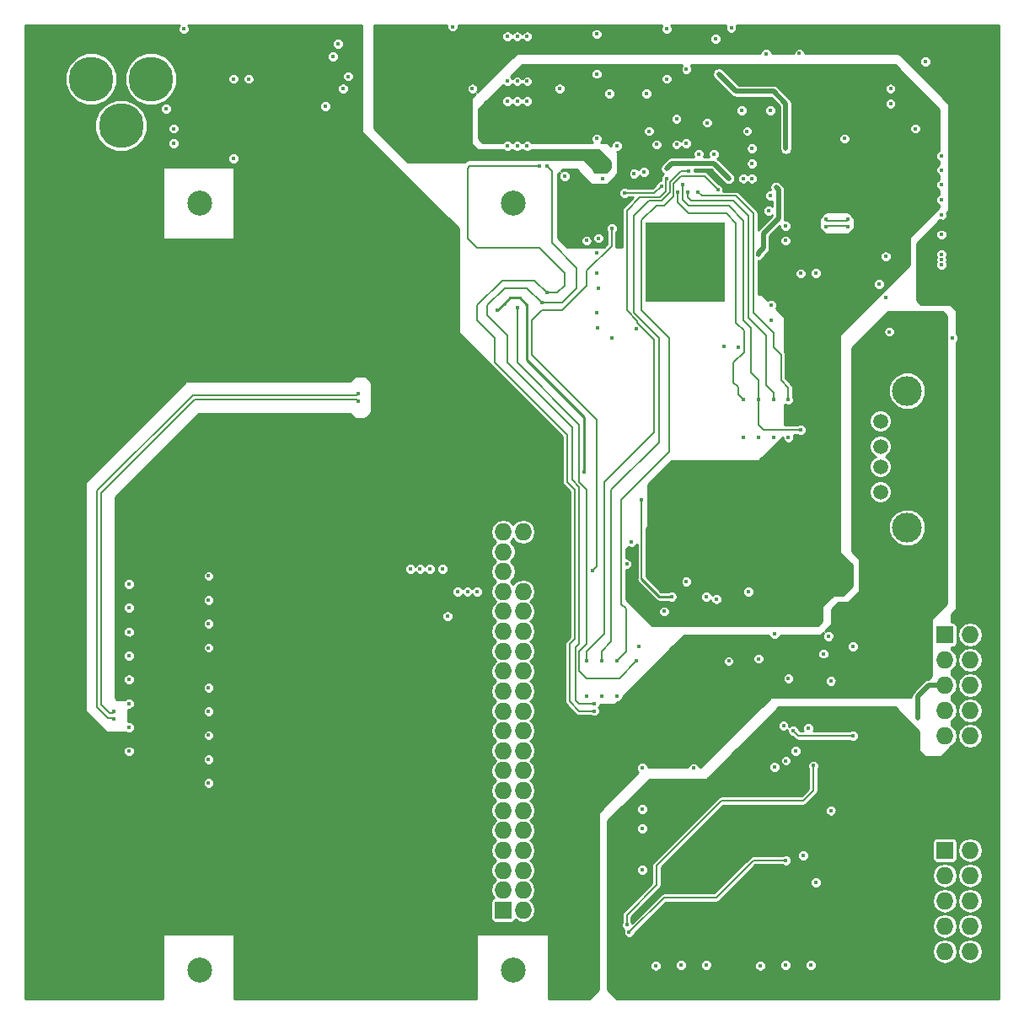
<source format=gbl>
G04 #@! TF.FileFunction,Copper,L4,Bot,Signal*
%FSLAX46Y46*%
G04 Gerber Fmt 4.6, Leading zero omitted, Abs format (unit mm)*
G04 Created by KiCad (PCBNEW 4.0.7) date 05/19/19 10:50:28*
%MOMM*%
%LPD*%
G01*
G04 APERTURE LIST*
%ADD10C,0.100000*%
%ADD11R,1.727200X1.727200*%
%ADD12O,1.727200X1.727200*%
%ADD13C,2.500000*%
%ADD14C,1.500000*%
%ADD15C,3.000000*%
%ADD16C,4.500000*%
%ADD17C,0.300000*%
%ADD18R,8.000000X8.000000*%
%ADD19C,0.400000*%
%ADD20C,0.152400*%
%ADD21C,0.508000*%
%ADD22C,0.200000*%
%ADD23C,0.254000*%
G04 APERTURE END LIST*
D10*
D11*
X99100000Y-140000000D03*
D12*
X101100000Y-140000000D03*
X99100000Y-138000000D03*
X101100000Y-138000000D03*
X99100000Y-136000000D03*
X101100000Y-136000000D03*
X99100000Y-134000000D03*
X101100000Y-134000000D03*
X99100000Y-132000000D03*
X101100000Y-132000000D03*
X99100000Y-130000000D03*
X101100000Y-130000000D03*
X99100000Y-128000000D03*
X101100000Y-128000000D03*
X99100000Y-126000000D03*
X101100000Y-126000000D03*
X99100000Y-124000000D03*
X101100000Y-124000000D03*
X99100000Y-122000000D03*
X101100000Y-122000000D03*
X99100000Y-120000000D03*
X101100000Y-120000000D03*
X99100000Y-118000000D03*
X101100000Y-118000000D03*
X99100000Y-116000000D03*
X101100000Y-116000000D03*
X99100000Y-114000000D03*
X101100000Y-114000000D03*
X99100000Y-112000000D03*
X101100000Y-112000000D03*
X99100000Y-110000000D03*
X101100000Y-110000000D03*
X99100000Y-108000000D03*
X101100000Y-108000000D03*
X99100000Y-106000000D03*
X101100000Y-106000000D03*
X99100000Y-104000000D03*
X101100000Y-104000000D03*
X99100000Y-102000000D03*
X101100000Y-102000000D03*
D13*
X100100000Y-146000000D03*
X68600000Y-146000000D03*
X68600000Y-69000000D03*
X100100000Y-69000000D03*
D14*
X137000000Y-90890000D03*
X137000000Y-93430000D03*
X137000000Y-95460000D03*
X137000000Y-98000000D03*
D15*
X139670000Y-87840000D03*
X139670000Y-101560000D03*
D16*
X63700140Y-56500000D03*
X57700660Y-56500000D03*
X60700400Y-61199000D03*
D11*
X143460000Y-134000000D03*
D12*
X146000000Y-134000000D03*
X143460000Y-136540000D03*
X146000000Y-136540000D03*
X143460000Y-139080000D03*
X146000000Y-139080000D03*
X143460000Y-141620000D03*
X146000000Y-141620000D03*
X143460000Y-144160000D03*
X146000000Y-144160000D03*
D11*
X143460000Y-112340000D03*
D12*
X146000000Y-112340000D03*
X143460000Y-114880000D03*
X146000000Y-114880000D03*
X143460000Y-117420000D03*
X146000000Y-117420000D03*
X143460000Y-119960000D03*
X146000000Y-119960000D03*
X143460000Y-122500000D03*
X146000000Y-122500000D03*
D17*
X113900000Y-71400000D03*
X114900000Y-71400000D03*
X115900000Y-71400000D03*
X116900000Y-71400000D03*
X117900000Y-71400000D03*
X118900000Y-71400000D03*
X119900000Y-71400000D03*
X120900000Y-71400000D03*
X120900000Y-72400000D03*
X119900000Y-72400000D03*
X118900000Y-72400000D03*
X117900000Y-72400000D03*
X116900000Y-72400000D03*
X115900000Y-72400000D03*
X114900000Y-72400000D03*
X113900000Y-72400000D03*
X113900000Y-73400000D03*
X113900000Y-74400000D03*
X114900000Y-73400000D03*
X114900000Y-74400000D03*
X115900000Y-74400000D03*
X115900000Y-73400000D03*
X116900000Y-73400000D03*
X116900000Y-74400000D03*
X117900000Y-74400000D03*
X117900000Y-73400000D03*
X118900000Y-73400000D03*
X118900000Y-74400000D03*
X119900000Y-73400000D03*
X119900000Y-74400000D03*
X120900000Y-73400000D03*
X120900000Y-74400000D03*
X113900000Y-78400000D03*
X113900000Y-77400000D03*
X113900000Y-76400000D03*
X113900000Y-75400000D03*
X114900000Y-75400000D03*
X114900000Y-76400000D03*
X114900000Y-77400000D03*
X114900000Y-78400000D03*
X115900000Y-78400000D03*
X115900000Y-77400000D03*
X115900000Y-76400000D03*
X115900000Y-75400000D03*
X116900000Y-75400000D03*
X116900000Y-76400000D03*
X116900000Y-77400000D03*
X116900000Y-78400000D03*
X117900000Y-78400000D03*
X117900000Y-77400000D03*
X117900000Y-76400000D03*
X117900000Y-75400000D03*
X118900000Y-75400000D03*
X118900000Y-76400000D03*
X118900000Y-77400000D03*
X118900000Y-78400000D03*
X119900000Y-78400000D03*
X119900000Y-77400000D03*
X119900000Y-76400000D03*
X119900000Y-75400000D03*
X120900000Y-75400000D03*
X120900000Y-76400000D03*
X120900000Y-77400000D03*
X120900000Y-78400000D03*
D18*
X117400000Y-74900000D03*
D19*
X141000000Y-84250000D03*
X141750000Y-84250000D03*
X142500000Y-84250000D03*
X142500000Y-83500000D03*
X141750000Y-83500000D03*
X141000000Y-83500000D03*
X141000000Y-82750000D03*
X141750000Y-82750000D03*
X142500000Y-82750000D03*
X80250000Y-54250000D03*
X79500000Y-54250000D03*
X78750000Y-54250000D03*
X69908000Y-63500000D03*
X70750000Y-63500000D03*
X70750000Y-64500000D03*
X70000000Y-64500000D03*
X69250000Y-64500000D03*
X68500000Y-64500000D03*
X118250000Y-125750000D03*
X141500000Y-54750000D03*
X117500000Y-63000000D03*
X110500000Y-63250000D03*
X66000000Y-63000000D03*
X66000000Y-61500000D03*
X65250000Y-59500000D03*
X144250000Y-82500000D03*
X115500000Y-51500000D03*
X112750000Y-113500000D03*
X105250000Y-66250000D03*
X115500000Y-56500000D03*
X113500000Y-58000000D03*
X109750000Y-58000000D03*
X110500000Y-118500000D03*
X109000000Y-118500000D03*
X107500000Y-118500000D03*
X124750000Y-92500000D03*
X127750000Y-92500000D03*
X126250000Y-92500000D03*
X123250000Y-92500000D03*
X115250000Y-110000000D03*
X112000000Y-103000000D03*
X123750000Y-108000000D03*
X120500000Y-108750000D03*
X119500000Y-108500000D03*
X117500000Y-107000000D03*
X111500000Y-105250000D03*
X108500000Y-52000000D03*
X94000000Y-51250000D03*
X108500000Y-56000000D03*
X104750000Y-57500000D03*
X108500000Y-62500000D03*
X101500000Y-52250000D03*
X99500000Y-52250000D03*
X99500000Y-56750000D03*
X101500000Y-56750000D03*
X100500000Y-56750000D03*
X100500000Y-52250000D03*
X101500000Y-58750000D03*
X99500000Y-58750000D03*
X100500000Y-58750000D03*
X101500000Y-63250000D03*
X99500000Y-63250000D03*
X100500000Y-63250000D03*
X96000000Y-57500000D03*
X72000000Y-64500000D03*
X72000000Y-56500000D03*
X73500000Y-56500000D03*
X82500000Y-53000000D03*
X81250000Y-59250000D03*
X83000000Y-57500000D03*
X82000000Y-54250000D03*
X83500000Y-56250000D03*
X67000000Y-51500000D03*
X109050000Y-66500000D03*
X107450000Y-72750000D03*
X126350000Y-125650000D03*
X126350000Y-112250000D03*
X119600000Y-60900000D03*
X133400000Y-62500000D03*
X123600000Y-61750000D03*
X113050000Y-135950000D03*
X113050000Y-131800000D03*
X113050000Y-129850000D03*
X113050000Y-125700000D03*
X128850000Y-53950000D03*
X120450000Y-52450000D03*
X130000000Y-145500000D03*
X127460000Y-145540000D03*
X124920000Y-145580000D03*
X119500000Y-145500000D03*
X114420000Y-145580000D03*
X116960000Y-145540000D03*
X132000000Y-130000000D03*
X132000000Y-117000000D03*
X137550000Y-74350000D03*
X137550000Y-78450000D03*
X122000000Y-51400000D03*
X125500000Y-54000000D03*
X123050000Y-59650000D03*
X125950000Y-59650000D03*
X136850000Y-77100000D03*
X137900000Y-81900000D03*
X124100000Y-63500000D03*
X124100000Y-65000000D03*
X124100000Y-66500000D03*
X120250000Y-64050000D03*
X116500000Y-63100000D03*
X114500000Y-63100000D03*
X143100000Y-64250000D03*
X143100000Y-75150000D03*
X143100000Y-74650000D03*
X143100000Y-74150000D03*
X143100000Y-65650000D03*
X143100000Y-67150000D03*
X143100000Y-72150000D03*
X143100000Y-68650000D03*
X143100000Y-70150000D03*
X110000000Y-82500000D03*
X108500000Y-80000000D03*
X108500000Y-76000000D03*
X108500000Y-74000000D03*
X112250000Y-66000000D03*
X123250000Y-66500000D03*
X125950000Y-68250000D03*
X127450000Y-71250000D03*
X130500000Y-76000000D03*
X126000000Y-80750000D03*
X122750000Y-83500000D03*
X69500000Y-106450000D03*
X69500000Y-108850000D03*
X69500000Y-111250000D03*
X69500000Y-113650000D03*
X69500000Y-117650000D03*
X69500000Y-120050000D03*
X69500000Y-122450000D03*
X69500000Y-124850000D03*
X69500000Y-127250000D03*
X61500000Y-124050000D03*
X61500000Y-121650000D03*
X61500000Y-119250000D03*
X61500000Y-116850000D03*
X61500000Y-114450000D03*
X61500000Y-112050000D03*
X61500000Y-109650000D03*
X61500000Y-107250000D03*
X141500000Y-52500000D03*
X142997251Y-70766498D03*
X143000000Y-71500000D03*
X109250000Y-65500000D03*
X90250000Y-52250000D03*
X89250000Y-52250000D03*
X88250000Y-52250000D03*
X87250000Y-52250000D03*
X132000000Y-121000000D03*
X133000000Y-132750000D03*
X129000000Y-137500000D03*
X126000000Y-137500000D03*
X123000000Y-137500000D03*
X118500000Y-137500000D03*
X115500000Y-137500000D03*
X112500000Y-137500000D03*
X140950000Y-78450000D03*
X140950000Y-74350000D03*
X138000000Y-60500000D03*
X138086725Y-55413275D03*
X114000000Y-111250000D03*
X140750000Y-120750000D03*
X133500000Y-107000000D03*
X121250000Y-63400000D03*
X110250000Y-56000000D03*
X110750000Y-56000000D03*
X111250000Y-56000000D03*
X113750000Y-98250000D03*
X113750000Y-97500000D03*
X105000000Y-69250000D03*
X127750000Y-85250000D03*
X118750000Y-103000000D03*
X114500000Y-102250000D03*
X105950000Y-72750000D03*
X117500000Y-55500000D03*
X118750000Y-64050000D03*
X113250000Y-65850000D03*
X113750000Y-61750000D03*
X121750000Y-66500000D03*
X115500000Y-65500000D03*
X108600000Y-81500000D03*
X126000000Y-79250000D03*
X116500000Y-60500000D03*
X125750000Y-69750000D03*
X108650000Y-72500000D03*
X108650000Y-77500000D03*
X112500000Y-81600000D03*
X121250000Y-83400000D03*
X129000000Y-76050000D03*
X127450000Y-72750000D03*
X131500000Y-70627400D03*
X133750000Y-70627400D03*
X131500000Y-71372600D03*
X133750000Y-71372600D03*
X111500000Y-141500000D03*
X130250000Y-125500000D03*
X111750000Y-142250000D03*
X127500000Y-135000000D03*
X128500000Y-124000000D03*
X124750000Y-114750000D03*
X93500000Y-110500000D03*
X131250000Y-114250000D03*
X94500000Y-108000000D03*
X121750000Y-115000000D03*
X96500000Y-108000000D03*
X60000000Y-120822600D03*
X84500000Y-88127400D03*
X60000000Y-120077400D03*
X84500000Y-88872600D03*
X93000000Y-105750000D03*
X129750000Y-121750000D03*
X131750000Y-112500000D03*
X91750000Y-105750000D03*
X138000000Y-59000000D03*
X102750000Y-65250000D03*
X103500000Y-78000000D03*
X108250000Y-120000000D03*
X127250000Y-121500000D03*
X90750000Y-105750000D03*
X138000000Y-57500000D03*
X103500000Y-65250000D03*
X103000000Y-79000000D03*
X108250000Y-119250000D03*
X134250000Y-113500000D03*
X89750000Y-105750000D03*
X128250000Y-122000000D03*
X134250000Y-122500000D03*
X113000000Y-98821000D03*
X107250000Y-96000000D03*
X116000000Y-108500000D03*
X98500000Y-79750000D03*
X108069896Y-105930104D03*
X110000000Y-71500000D03*
X110500000Y-115000000D03*
X120650000Y-67600000D03*
X117750000Y-65750000D03*
X109000000Y-115000000D03*
X115500000Y-66500000D03*
X107500000Y-115000000D03*
X129000000Y-91750000D03*
X124750000Y-88750000D03*
X117150000Y-67100000D03*
X127750000Y-88750000D03*
X118650000Y-67850000D03*
X126250000Y-88750000D03*
X117650000Y-67850000D03*
X123250000Y-88750000D03*
X116650000Y-67850000D03*
X112500000Y-115000000D03*
X100500000Y-79500000D03*
X111300000Y-67950000D03*
X114989222Y-67250000D03*
X127500000Y-125000000D03*
X130500000Y-137250000D03*
X120750000Y-56000000D03*
X127500000Y-63500000D03*
X126500000Y-67400000D03*
X124700000Y-74150000D03*
X129250000Y-134500000D03*
X127750000Y-116750000D03*
X95500000Y-108000000D03*
X140500000Y-61500000D03*
D20*
X142500000Y-84250000D02*
X141750000Y-84250000D01*
X141750000Y-83500000D02*
X142500000Y-83500000D01*
X141000000Y-82750000D02*
X141000000Y-83500000D01*
X142500000Y-82750000D02*
X141750000Y-82750000D01*
D21*
X141830000Y-117420000D02*
X140750000Y-118500000D01*
X140750000Y-118500000D02*
X140750000Y-120750000D01*
X143460000Y-117420000D02*
X141830000Y-117420000D01*
X116000000Y-65000000D02*
X120250000Y-65000000D01*
X120250000Y-65000000D02*
X121750000Y-66500000D01*
X115500000Y-65500000D02*
X116000000Y-65000000D01*
D20*
X131500000Y-70627400D02*
X131623801Y-70751201D01*
X131623801Y-70751201D02*
X133626199Y-70751201D01*
X133626199Y-70751201D02*
X133750000Y-70627400D01*
X131500000Y-71372600D02*
X131623801Y-71248799D01*
X131623801Y-71248799D02*
X133626199Y-71248799D01*
X133626199Y-71248799D02*
X133750000Y-71372600D01*
D22*
X111500000Y-141500000D02*
X111500000Y-140500000D01*
X111500000Y-140500000D02*
X114500000Y-137500000D01*
X129250000Y-129000000D02*
X130250000Y-128000000D01*
X130250000Y-128000000D02*
X130250000Y-125500000D01*
X121000000Y-129000000D02*
X129250000Y-129000000D01*
X114500000Y-135500000D02*
X121000000Y-129000000D01*
X114500000Y-137500000D02*
X114500000Y-135500000D01*
X111750000Y-142250000D02*
X115250000Y-138750000D01*
X115250000Y-138750000D02*
X120500000Y-138750000D01*
X120500000Y-138750000D02*
X124250000Y-135000000D01*
X124250000Y-135000000D02*
X127500000Y-135000000D01*
D20*
X58251200Y-119603056D02*
X58251200Y-97896944D01*
X58251200Y-97896944D02*
X67896943Y-88251201D01*
X59346943Y-120698799D02*
X58251200Y-119603056D01*
X60000000Y-120822600D02*
X59876199Y-120698799D01*
X59876199Y-120698799D02*
X59346943Y-120698799D01*
X67896943Y-88251201D02*
X84376199Y-88251201D01*
X84376199Y-88251201D02*
X84500000Y-88127400D01*
X58748800Y-119396944D02*
X58748800Y-98103056D01*
X58748800Y-98103056D02*
X68103057Y-88748799D01*
X59553057Y-120201201D02*
X58748800Y-119396944D01*
X60000000Y-120077400D02*
X59876199Y-120201201D01*
X59876199Y-120201201D02*
X59553057Y-120201201D01*
X84376199Y-88748799D02*
X84500000Y-88872600D01*
X68103057Y-88748799D02*
X84376199Y-88748799D01*
D22*
X103500000Y-78000000D02*
X104500000Y-78000000D01*
X104500000Y-78000000D02*
X105250000Y-77250000D01*
X105250000Y-77250000D02*
X105250000Y-76000000D01*
X105250000Y-76000000D02*
X102750000Y-73500000D01*
X102750000Y-73500000D02*
X96500000Y-73500000D01*
X96500000Y-73500000D02*
X95500000Y-72500000D01*
X95500000Y-72500000D02*
X95500000Y-65500000D01*
X95500000Y-65500000D02*
X95750000Y-65250000D01*
X95750000Y-65250000D02*
X98000000Y-65250000D01*
X98000000Y-65250000D02*
X102750000Y-65250000D01*
X99000000Y-76750000D02*
X102250000Y-76750000D01*
X102250000Y-76750000D02*
X103500000Y-78000000D01*
X96500000Y-79250000D02*
X99000000Y-76750000D01*
X96500000Y-80750000D02*
X96500000Y-79250000D01*
X98250000Y-82500000D02*
X96500000Y-80750000D01*
X98250000Y-85000000D02*
X98250000Y-82500000D01*
X105500000Y-92250000D02*
X98250000Y-85000000D01*
X105500000Y-97000000D02*
X105500000Y-92250000D01*
X106250000Y-97750000D02*
X105500000Y-97000000D01*
X106250000Y-112750000D02*
X106250000Y-97750000D01*
X105750000Y-113250000D02*
X106250000Y-112750000D01*
X105750000Y-119000000D02*
X105750000Y-113250000D01*
X106750000Y-120000000D02*
X105750000Y-119000000D01*
X108250000Y-120000000D02*
X106750000Y-120000000D01*
X104000000Y-65750000D02*
X103500000Y-65250000D01*
X104000000Y-73000000D02*
X104000000Y-65750000D01*
X106500000Y-75500000D02*
X104000000Y-73000000D01*
X106500000Y-77500000D02*
X106500000Y-75500000D01*
X105000000Y-79000000D02*
X106500000Y-77500000D01*
X103000000Y-79000000D02*
X105000000Y-79000000D01*
X99250000Y-77500000D02*
X101500000Y-77500000D01*
X101500000Y-77500000D02*
X103000000Y-79000000D01*
X97500000Y-79250000D02*
X99250000Y-77500000D01*
X97500000Y-80080446D02*
X97500000Y-79250000D01*
X97500000Y-80250000D02*
X97500000Y-80080446D01*
X99500000Y-82250000D02*
X97500000Y-80250000D01*
X99500000Y-85000000D02*
X99500000Y-82250000D01*
X106000000Y-91500000D02*
X99500000Y-85000000D01*
X106000000Y-96750000D02*
X106000000Y-91500000D01*
X106750000Y-97500000D02*
X106000000Y-96750000D01*
X106750000Y-113250000D02*
X106750000Y-97500000D01*
X106397590Y-113602410D02*
X106750000Y-113250000D01*
X106750000Y-119250000D02*
X106397590Y-118897590D01*
X106397590Y-118897590D02*
X106397590Y-113602410D01*
X108250000Y-119250000D02*
X106750000Y-119250000D01*
X129750000Y-122500000D02*
X128750000Y-122500000D01*
X128750000Y-122500000D02*
X128250000Y-122000000D01*
X134250000Y-122500000D02*
X129750000Y-122500000D01*
X113000000Y-98821000D02*
X113000000Y-101527002D01*
X113000000Y-101527002D02*
X113000000Y-106750000D01*
D23*
X107250000Y-96000000D02*
X107250000Y-90500000D01*
X101500000Y-84750000D02*
X101500000Y-79250000D01*
X107250000Y-90500000D02*
X101500000Y-84750000D01*
X101500000Y-79250000D02*
X100750000Y-78500000D01*
X100750000Y-78500000D02*
X99750000Y-78500000D01*
X99750000Y-78500000D02*
X99229401Y-79020599D01*
X99229401Y-79020599D02*
X98500000Y-79750000D01*
X113000000Y-106750000D02*
X114750000Y-108500000D01*
X114750000Y-108500000D02*
X116000000Y-108500000D01*
D22*
X108500000Y-90750000D02*
X108500000Y-105500000D01*
X108500000Y-105500000D02*
X108069896Y-105930104D01*
X102000000Y-84250000D02*
X108500000Y-90750000D01*
X102000000Y-80750000D02*
X102000000Y-84250000D01*
X103000000Y-79750000D02*
X102000000Y-80750000D01*
X105000000Y-79750000D02*
X103000000Y-79750000D01*
X107500000Y-77250000D02*
X105000000Y-79750000D01*
X107500000Y-75777002D02*
X107500000Y-77250000D01*
X110000000Y-71500000D02*
X110000000Y-73277002D01*
X110000000Y-73277002D02*
X107500000Y-75777002D01*
X110500000Y-115000000D02*
X111474999Y-114025001D01*
X111474999Y-114025001D02*
X111474999Y-109747999D01*
X117000000Y-66250000D02*
X119300000Y-66250000D01*
X111474999Y-109747999D02*
X110974999Y-109247999D01*
X110974999Y-109247999D02*
X110974999Y-98775001D01*
X116197599Y-67052401D02*
X117000000Y-66250000D01*
X110974999Y-98775001D02*
X115750000Y-94000000D01*
X115750000Y-94000000D02*
X115750000Y-82500000D01*
X113000000Y-70714998D02*
X114464998Y-69250000D01*
X116197599Y-68302401D02*
X116197599Y-67052401D01*
X115750000Y-82500000D02*
X113000000Y-79750000D01*
X113000000Y-79750000D02*
X113000000Y-70714998D01*
X114464998Y-69250000D02*
X115250000Y-69250000D01*
X115250000Y-69250000D02*
X116197599Y-68302401D01*
X119300000Y-66250000D02*
X120650000Y-67600000D01*
X109000000Y-115000000D02*
X109000000Y-114000000D01*
X109000000Y-114000000D02*
X109974999Y-113025001D01*
X115845189Y-67904811D02*
X115845189Y-66906428D01*
X109974999Y-113025001D02*
X109974999Y-97775001D01*
X109974999Y-97775001D02*
X114750000Y-93000000D01*
X114750000Y-93000000D02*
X114750000Y-82500000D01*
X114750000Y-82500000D02*
X112250000Y-80000000D01*
X112250000Y-80000000D02*
X112250000Y-70250000D01*
X112250000Y-70250000D02*
X113750000Y-68750000D01*
X113750000Y-68750000D02*
X115000000Y-68750000D01*
X115000000Y-68750000D02*
X115845189Y-67904811D01*
X115845189Y-66906428D02*
X117001617Y-65750000D01*
X117001617Y-65750000D02*
X117750000Y-65750000D01*
X115500000Y-66500000D02*
X115441623Y-66558377D01*
X115441623Y-66558377D02*
X115441623Y-67808377D01*
X115441623Y-67808377D02*
X114852410Y-68397590D01*
X114852410Y-68397590D02*
X112852410Y-68397590D01*
X112852410Y-68397590D02*
X111500000Y-69750000D01*
X111500000Y-69750000D02*
X111500000Y-79748382D01*
X111500000Y-79748382D02*
X112569554Y-80817936D01*
X112569554Y-80817936D02*
X112569554Y-81000000D01*
X112569554Y-81000000D02*
X114250000Y-82680446D01*
X114250000Y-82680446D02*
X114250000Y-92000000D01*
X114250000Y-92000000D02*
X109250000Y-97000000D01*
X109250000Y-97000000D02*
X109250000Y-112250000D01*
X109250000Y-112250000D02*
X107500000Y-114000000D01*
X107500000Y-114000000D02*
X107500000Y-115000000D01*
X129000000Y-91750000D02*
X125250000Y-91750000D01*
X124750000Y-91250000D02*
X125250000Y-91750000D01*
X124750000Y-88750000D02*
X124750000Y-91250000D01*
X117750000Y-69250000D02*
X117150000Y-68650000D01*
X117150000Y-68650000D02*
X117150000Y-67100000D01*
X121750000Y-69250000D02*
X117750000Y-69250000D01*
X123250000Y-70750000D02*
X121750000Y-69250000D01*
X123250000Y-80750000D02*
X123250000Y-70750000D01*
X124000000Y-81500000D02*
X123250000Y-80750000D01*
X124000000Y-86000000D02*
X124000000Y-81500000D01*
X124750000Y-86750000D02*
X124000000Y-86000000D01*
X124750000Y-88750000D02*
X124750000Y-86750000D01*
X127750000Y-88750000D02*
X127750000Y-87500000D01*
X127750000Y-87500000D02*
X127000000Y-86750000D01*
X127000000Y-86750000D02*
X127000000Y-84250000D01*
X127000000Y-84250000D02*
X126250000Y-83500000D01*
X126250000Y-83500000D02*
X126250000Y-82000000D01*
X126250000Y-82000000D02*
X124247599Y-79997599D01*
X124247599Y-79997599D02*
X124247599Y-69997599D01*
X119050000Y-68250000D02*
X118650000Y-67850000D01*
X124247599Y-69997599D02*
X122500000Y-68250000D01*
X122500000Y-68250000D02*
X119050000Y-68250000D01*
X126250000Y-88750000D02*
X126250000Y-88000000D01*
X122250000Y-68750000D02*
X118000000Y-68750000D01*
X126250000Y-88000000D02*
X125500000Y-87250000D01*
X125500000Y-87250000D02*
X125500000Y-82250000D01*
X118000000Y-68750000D02*
X117650000Y-68400000D01*
X125500000Y-82250000D02*
X123750000Y-80500000D01*
X123750000Y-80500000D02*
X123750000Y-70250000D01*
X123750000Y-70250000D02*
X122250000Y-68750000D01*
X117650000Y-68400000D02*
X117650000Y-67850000D01*
X123250000Y-88750000D02*
X122724999Y-88224999D01*
X122724999Y-88224999D02*
X122724999Y-87474999D01*
X122724999Y-87474999D02*
X122250000Y-87000000D01*
X122250000Y-87000000D02*
X122250000Y-85000000D01*
X123275001Y-81775001D02*
X122500000Y-81000000D01*
X122500000Y-71000000D02*
X121500000Y-70000000D01*
X122250000Y-85000000D02*
X123275001Y-83974999D01*
X117750000Y-70000000D02*
X116650000Y-68900000D01*
X123275001Y-83974999D02*
X123275001Y-81775001D01*
X122500000Y-81000000D02*
X122500000Y-71000000D01*
X121500000Y-70000000D02*
X117750000Y-70000000D01*
X116650000Y-68900000D02*
X116650000Y-67850000D01*
X100500000Y-79500000D02*
X100500000Y-85000000D01*
X100500000Y-85000000D02*
X106750000Y-91250000D01*
X106750000Y-97000000D02*
X107500000Y-97750000D01*
X106750000Y-91250000D02*
X106750000Y-97000000D01*
X107500000Y-97750000D02*
X107500000Y-113250000D01*
X107500000Y-113250000D02*
X106750000Y-114000000D01*
X110750000Y-116750000D02*
X112500000Y-115000000D01*
X106750000Y-114000000D02*
X106750000Y-116000000D01*
X106750000Y-116000000D02*
X107500000Y-116750000D01*
X107500000Y-116750000D02*
X110750000Y-116750000D01*
X111300000Y-67950000D02*
X114289222Y-67950000D01*
X114289222Y-67950000D02*
X114989222Y-67250000D01*
D21*
X127500000Y-59000000D02*
X127500000Y-63500000D01*
X126250000Y-57750000D02*
X127500000Y-59000000D01*
X122500000Y-57750000D02*
X126250000Y-57750000D01*
X120750000Y-56000000D02*
X122500000Y-57750000D01*
X126500000Y-67400000D02*
X126750000Y-67650000D01*
X126750000Y-67650000D02*
X126750000Y-70500000D01*
X126750000Y-70500000D02*
X125250000Y-72000000D01*
X124754009Y-73995991D02*
X124754009Y-74150000D01*
X125250000Y-72000000D02*
X125250000Y-73500000D01*
X125250000Y-73500000D02*
X124754009Y-73995991D01*
D23*
G36*
X66507740Y-51170460D02*
X66419102Y-51383925D01*
X66418900Y-51615061D01*
X66507165Y-51828680D01*
X66670460Y-51992260D01*
X66883925Y-52080898D01*
X67115061Y-52081100D01*
X67328680Y-51992835D01*
X67492260Y-51829540D01*
X67580898Y-51616075D01*
X67581100Y-51384939D01*
X67492835Y-51171320D01*
X67448592Y-51127000D01*
X84873000Y-51127000D01*
X84873000Y-61750000D01*
X84883006Y-61799410D01*
X84910197Y-61839803D01*
X94623000Y-71552606D01*
X94623000Y-82000000D01*
X94633006Y-82049410D01*
X94660197Y-82089803D01*
X97908613Y-85338219D01*
X97909882Y-85340118D01*
X105019000Y-92449237D01*
X105019000Y-97000000D01*
X105036926Y-97090118D01*
X105055614Y-97184071D01*
X105159882Y-97340118D01*
X105769000Y-97949236D01*
X105769000Y-112550763D01*
X105409882Y-112909882D01*
X105305614Y-113065929D01*
X105269000Y-113250000D01*
X105269000Y-119000000D01*
X105295841Y-119134939D01*
X105305614Y-119184071D01*
X105409882Y-119340118D01*
X106409882Y-120340119D01*
X106565930Y-120444387D01*
X106750000Y-120481000D01*
X107909220Y-120481000D01*
X107920460Y-120492260D01*
X108133925Y-120580898D01*
X108365061Y-120581100D01*
X108578680Y-120492835D01*
X108742260Y-120329540D01*
X108830898Y-120116075D01*
X108831100Y-119884939D01*
X108742835Y-119671320D01*
X108696658Y-119625062D01*
X108742260Y-119579540D01*
X108826362Y-119377000D01*
X110250000Y-119377000D01*
X110299410Y-119366994D01*
X110339803Y-119339803D01*
X110598520Y-119081086D01*
X110615061Y-119081100D01*
X110828680Y-118992835D01*
X110992260Y-118829540D01*
X111080898Y-118616075D01*
X111080913Y-118598693D01*
X112814545Y-116865061D01*
X127168900Y-116865061D01*
X127257165Y-117078680D01*
X127420460Y-117242260D01*
X127633925Y-117330898D01*
X127865061Y-117331100D01*
X128078680Y-117242835D01*
X128206677Y-117115061D01*
X131418900Y-117115061D01*
X131507165Y-117328680D01*
X131670460Y-117492260D01*
X131883925Y-117580898D01*
X132115061Y-117581100D01*
X132328680Y-117492835D01*
X132492260Y-117329540D01*
X132580898Y-117116075D01*
X132581100Y-116884939D01*
X132492835Y-116671320D01*
X132329540Y-116507740D01*
X132116075Y-116419102D01*
X131884939Y-116418900D01*
X131671320Y-116507165D01*
X131507740Y-116670460D01*
X131419102Y-116883925D01*
X131418900Y-117115061D01*
X128206677Y-117115061D01*
X128242260Y-117079540D01*
X128330898Y-116866075D01*
X128331100Y-116634939D01*
X128242835Y-116421320D01*
X128079540Y-116257740D01*
X127866075Y-116169102D01*
X127634939Y-116168900D01*
X127421320Y-116257165D01*
X127257740Y-116420460D01*
X127169102Y-116633925D01*
X127168900Y-116865061D01*
X112814545Y-116865061D01*
X114564545Y-115115061D01*
X121168900Y-115115061D01*
X121257165Y-115328680D01*
X121420460Y-115492260D01*
X121633925Y-115580898D01*
X121865061Y-115581100D01*
X122078680Y-115492835D01*
X122242260Y-115329540D01*
X122330898Y-115116075D01*
X122331100Y-114884939D01*
X122322887Y-114865061D01*
X124168900Y-114865061D01*
X124257165Y-115078680D01*
X124420460Y-115242260D01*
X124633925Y-115330898D01*
X124865061Y-115331100D01*
X125078680Y-115242835D01*
X125242260Y-115079540D01*
X125330898Y-114866075D01*
X125331100Y-114634939D01*
X125242835Y-114421320D01*
X125186675Y-114365061D01*
X130668900Y-114365061D01*
X130757165Y-114578680D01*
X130920460Y-114742260D01*
X131133925Y-114830898D01*
X131365061Y-114831100D01*
X131578680Y-114742835D01*
X131742260Y-114579540D01*
X131830898Y-114366075D01*
X131831100Y-114134939D01*
X131742835Y-113921320D01*
X131579540Y-113757740D01*
X131366075Y-113669102D01*
X131134939Y-113668900D01*
X130921320Y-113757165D01*
X130757740Y-113920460D01*
X130669102Y-114133925D01*
X130668900Y-114365061D01*
X125186675Y-114365061D01*
X125079540Y-114257740D01*
X124866075Y-114169102D01*
X124634939Y-114168900D01*
X124421320Y-114257165D01*
X124257740Y-114420460D01*
X124169102Y-114633925D01*
X124168900Y-114865061D01*
X122322887Y-114865061D01*
X122242835Y-114671320D01*
X122079540Y-114507740D01*
X121866075Y-114419102D01*
X121634939Y-114418900D01*
X121421320Y-114507165D01*
X121257740Y-114670460D01*
X121169102Y-114883925D01*
X121168900Y-115115061D01*
X114564545Y-115115061D01*
X116064545Y-113615061D01*
X133668900Y-113615061D01*
X133757165Y-113828680D01*
X133920460Y-113992260D01*
X134133925Y-114080898D01*
X134365061Y-114081100D01*
X134578680Y-113992835D01*
X134742260Y-113829540D01*
X134830898Y-113616075D01*
X134831100Y-113384939D01*
X134742835Y-113171320D01*
X134579540Y-113007740D01*
X134366075Y-112919102D01*
X134134939Y-112918900D01*
X133921320Y-113007165D01*
X133757740Y-113170460D01*
X133669102Y-113383925D01*
X133668900Y-113615061D01*
X116064545Y-113615061D01*
X117302606Y-112377000D01*
X125773833Y-112377000D01*
X125857165Y-112578680D01*
X126020460Y-112742260D01*
X126233925Y-112830898D01*
X126465061Y-112831100D01*
X126678680Y-112742835D01*
X126842260Y-112579540D01*
X126926362Y-112377000D01*
X131000000Y-112377000D01*
X131049410Y-112366994D01*
X131089803Y-112339803D01*
X131256742Y-112172864D01*
X131169102Y-112383925D01*
X131168900Y-112615061D01*
X131257165Y-112828680D01*
X131420460Y-112992260D01*
X131633925Y-113080898D01*
X131865061Y-113081100D01*
X132078680Y-112992835D01*
X132242260Y-112829540D01*
X132330898Y-112616075D01*
X132331100Y-112384939D01*
X132242835Y-112171320D01*
X132079540Y-112007740D01*
X131866075Y-111919102D01*
X131634939Y-111918900D01*
X131423230Y-112006376D01*
X132089803Y-111339803D01*
X132117666Y-111297789D01*
X132127000Y-111250000D01*
X132127000Y-109802606D01*
X132802606Y-109127000D01*
X133750000Y-109127000D01*
X133799410Y-109116994D01*
X133839803Y-109089803D01*
X134839803Y-108089803D01*
X134867666Y-108047789D01*
X134877000Y-108000000D01*
X134877000Y-104750000D01*
X134866994Y-104700590D01*
X134839803Y-104660197D01*
X134127000Y-103947394D01*
X134127000Y-101932513D01*
X137788674Y-101932513D01*
X138074436Y-102624109D01*
X138603108Y-103153704D01*
X139294204Y-103440673D01*
X140042513Y-103441326D01*
X140734109Y-103155564D01*
X141263704Y-102626892D01*
X141550673Y-101935796D01*
X141551326Y-101187487D01*
X141265564Y-100495891D01*
X140736892Y-99966296D01*
X140045796Y-99679327D01*
X139297487Y-99678674D01*
X138605891Y-99964436D01*
X138076296Y-100493108D01*
X137789327Y-101184204D01*
X137788674Y-101932513D01*
X134127000Y-101932513D01*
X134127000Y-98223983D01*
X135868804Y-98223983D01*
X136040625Y-98639823D01*
X136358503Y-98958256D01*
X136774043Y-99130804D01*
X137223983Y-99131196D01*
X137639823Y-98959375D01*
X137958256Y-98641497D01*
X138130804Y-98225957D01*
X138131196Y-97776017D01*
X137959375Y-97360177D01*
X137641497Y-97041744D01*
X137225957Y-96869196D01*
X136776017Y-96868804D01*
X136360177Y-97040625D01*
X136041744Y-97358503D01*
X135869196Y-97774043D01*
X135868804Y-98223983D01*
X134127000Y-98223983D01*
X134127000Y-93653983D01*
X135868804Y-93653983D01*
X136040625Y-94069823D01*
X136358503Y-94388256D01*
X136494979Y-94444926D01*
X136360177Y-94500625D01*
X136041744Y-94818503D01*
X135869196Y-95234043D01*
X135868804Y-95683983D01*
X136040625Y-96099823D01*
X136358503Y-96418256D01*
X136774043Y-96590804D01*
X137223983Y-96591196D01*
X137639823Y-96419375D01*
X137958256Y-96101497D01*
X138130804Y-95685957D01*
X138131196Y-95236017D01*
X137959375Y-94820177D01*
X137641497Y-94501744D01*
X137505021Y-94445074D01*
X137639823Y-94389375D01*
X137958256Y-94071497D01*
X138130804Y-93655957D01*
X138131196Y-93206017D01*
X137959375Y-92790177D01*
X137641497Y-92471744D01*
X137225957Y-92299196D01*
X136776017Y-92298804D01*
X136360177Y-92470625D01*
X136041744Y-92788503D01*
X135869196Y-93204043D01*
X135868804Y-93653983D01*
X134127000Y-93653983D01*
X134127000Y-91113983D01*
X135868804Y-91113983D01*
X136040625Y-91529823D01*
X136358503Y-91848256D01*
X136774043Y-92020804D01*
X137223983Y-92021196D01*
X137639823Y-91849375D01*
X137958256Y-91531497D01*
X138130804Y-91115957D01*
X138131196Y-90666017D01*
X137959375Y-90250177D01*
X137641497Y-89931744D01*
X137225957Y-89759196D01*
X136776017Y-89758804D01*
X136360177Y-89930625D01*
X136041744Y-90248503D01*
X135869196Y-90664043D01*
X135868804Y-91113983D01*
X134127000Y-91113983D01*
X134127000Y-88212513D01*
X137788674Y-88212513D01*
X138074436Y-88904109D01*
X138603108Y-89433704D01*
X139294204Y-89720673D01*
X140042513Y-89721326D01*
X140734109Y-89435564D01*
X141263704Y-88906892D01*
X141550673Y-88215796D01*
X141551326Y-87467487D01*
X141265564Y-86775891D01*
X140736892Y-86246296D01*
X140045796Y-85959327D01*
X139297487Y-85958674D01*
X138605891Y-86244436D01*
X138076296Y-86773108D01*
X137789327Y-87464204D01*
X137788674Y-88212513D01*
X134127000Y-88212513D01*
X134127000Y-83552606D01*
X135664545Y-82015061D01*
X137318900Y-82015061D01*
X137407165Y-82228680D01*
X137570460Y-82392260D01*
X137783925Y-82480898D01*
X138015061Y-82481100D01*
X138228680Y-82392835D01*
X138392260Y-82229540D01*
X138480898Y-82016075D01*
X138481100Y-81784939D01*
X138392835Y-81571320D01*
X138229540Y-81407740D01*
X138016075Y-81319102D01*
X137784939Y-81318900D01*
X137571320Y-81407165D01*
X137407740Y-81570460D01*
X137319102Y-81783925D01*
X137318900Y-82015061D01*
X135664545Y-82015061D01*
X137802606Y-79877000D01*
X143197394Y-79877000D01*
X143623000Y-80302606D01*
X143623000Y-109197394D01*
X142160197Y-110660197D01*
X142132334Y-110702211D01*
X142123000Y-110750000D01*
X142123000Y-116447394D01*
X141774319Y-116796075D01*
X141586996Y-116833336D01*
X141380987Y-116970987D01*
X140300987Y-118050987D01*
X140163336Y-118256996D01*
X140126076Y-118444318D01*
X139947394Y-118623000D01*
X126000000Y-118623000D01*
X125950590Y-118633006D01*
X125910197Y-118660197D01*
X118947394Y-125623000D01*
X118826167Y-125623000D01*
X118742835Y-125421320D01*
X118579540Y-125257740D01*
X118366075Y-125169102D01*
X118134939Y-125168900D01*
X117921320Y-125257165D01*
X117757740Y-125420460D01*
X117673638Y-125623000D01*
X113631067Y-125623000D01*
X113631100Y-125584939D01*
X113542835Y-125371320D01*
X113379540Y-125207740D01*
X113166075Y-125119102D01*
X112934939Y-125118900D01*
X112721320Y-125207165D01*
X112557740Y-125370460D01*
X112469102Y-125583925D01*
X112468900Y-125815061D01*
X112557165Y-126028680D01*
X112674337Y-126146057D01*
X108660197Y-130160197D01*
X108632334Y-130202211D01*
X108623000Y-130250000D01*
X108623000Y-147947394D01*
X107697394Y-148873000D01*
X103627000Y-148873000D01*
X103627000Y-142500000D01*
X103618315Y-142453841D01*
X103591035Y-142411447D01*
X103549410Y-142383006D01*
X103500000Y-142373000D01*
X96500000Y-142373000D01*
X96453841Y-142381685D01*
X96411447Y-142408965D01*
X96383006Y-142450590D01*
X96373000Y-142500000D01*
X96373000Y-148873000D01*
X72127000Y-148873000D01*
X72127000Y-142500000D01*
X72118315Y-142453841D01*
X72091035Y-142411447D01*
X72049410Y-142383006D01*
X72000000Y-142373000D01*
X65000000Y-142373000D01*
X64953841Y-142381685D01*
X64911447Y-142408965D01*
X64883006Y-142450590D01*
X64873000Y-142500000D01*
X64873000Y-148873000D01*
X51127000Y-148873000D01*
X51127000Y-139136400D01*
X97847936Y-139136400D01*
X97847936Y-140863600D01*
X97874503Y-141004790D01*
X97957946Y-141134465D01*
X98085266Y-141221459D01*
X98236400Y-141252064D01*
X99963600Y-141252064D01*
X100104790Y-141225497D01*
X100234465Y-141142054D01*
X100321459Y-141014734D01*
X100329031Y-140977343D01*
X100623712Y-141174243D01*
X101100000Y-141268983D01*
X101576288Y-141174243D01*
X101980065Y-140904448D01*
X102249860Y-140500671D01*
X102344600Y-140024383D01*
X102344600Y-139975617D01*
X102249860Y-139499329D01*
X101980065Y-139095552D01*
X101837061Y-139000000D01*
X101980065Y-138904448D01*
X102249860Y-138500671D01*
X102344600Y-138024383D01*
X102344600Y-137975617D01*
X102249860Y-137499329D01*
X101980065Y-137095552D01*
X101837061Y-137000000D01*
X101980065Y-136904448D01*
X102249860Y-136500671D01*
X102344600Y-136024383D01*
X102344600Y-135975617D01*
X102249860Y-135499329D01*
X101980065Y-135095552D01*
X101837061Y-135000000D01*
X101980065Y-134904448D01*
X102249860Y-134500671D01*
X102344600Y-134024383D01*
X102344600Y-133975617D01*
X102249860Y-133499329D01*
X101980065Y-133095552D01*
X101837061Y-133000000D01*
X101980065Y-132904448D01*
X102249860Y-132500671D01*
X102344600Y-132024383D01*
X102344600Y-131975617D01*
X102249860Y-131499329D01*
X101980065Y-131095552D01*
X101837061Y-131000000D01*
X101980065Y-130904448D01*
X102249860Y-130500671D01*
X102344600Y-130024383D01*
X102344600Y-129975617D01*
X102249860Y-129499329D01*
X101980065Y-129095552D01*
X101837061Y-129000000D01*
X101980065Y-128904448D01*
X102249860Y-128500671D01*
X102344600Y-128024383D01*
X102344600Y-127975617D01*
X102249860Y-127499329D01*
X101980065Y-127095552D01*
X101837061Y-127000000D01*
X101980065Y-126904448D01*
X102249860Y-126500671D01*
X102344600Y-126024383D01*
X102344600Y-125975617D01*
X102249860Y-125499329D01*
X101980065Y-125095552D01*
X101837061Y-125000000D01*
X101980065Y-124904448D01*
X102249860Y-124500671D01*
X102344600Y-124024383D01*
X102344600Y-123975617D01*
X102249860Y-123499329D01*
X101980065Y-123095552D01*
X101837061Y-123000000D01*
X101980065Y-122904448D01*
X102249860Y-122500671D01*
X102344600Y-122024383D01*
X102344600Y-121975617D01*
X102249860Y-121499329D01*
X101980065Y-121095552D01*
X101837061Y-121000000D01*
X101980065Y-120904448D01*
X102249860Y-120500671D01*
X102344600Y-120024383D01*
X102344600Y-119975617D01*
X102249860Y-119499329D01*
X101980065Y-119095552D01*
X101837061Y-119000000D01*
X101980065Y-118904448D01*
X102249860Y-118500671D01*
X102344600Y-118024383D01*
X102344600Y-117975617D01*
X102249860Y-117499329D01*
X101980065Y-117095552D01*
X101837061Y-117000000D01*
X101980065Y-116904448D01*
X102249860Y-116500671D01*
X102344600Y-116024383D01*
X102344600Y-115975617D01*
X102249860Y-115499329D01*
X101980065Y-115095552D01*
X101837061Y-115000000D01*
X101980065Y-114904448D01*
X102249860Y-114500671D01*
X102344600Y-114024383D01*
X102344600Y-113975617D01*
X102249860Y-113499329D01*
X101980065Y-113095552D01*
X101837061Y-113000000D01*
X101980065Y-112904448D01*
X102249860Y-112500671D01*
X102344600Y-112024383D01*
X102344600Y-111975617D01*
X102249860Y-111499329D01*
X101980065Y-111095552D01*
X101837061Y-111000000D01*
X101980065Y-110904448D01*
X102249860Y-110500671D01*
X102344600Y-110024383D01*
X102344600Y-109975617D01*
X102249860Y-109499329D01*
X101980065Y-109095552D01*
X101837061Y-109000000D01*
X101980065Y-108904448D01*
X102249860Y-108500671D01*
X102344600Y-108024383D01*
X102344600Y-107975617D01*
X102249860Y-107499329D01*
X101980065Y-107095552D01*
X101576288Y-106825757D01*
X101100000Y-106731017D01*
X100623712Y-106825757D01*
X100219935Y-107095552D01*
X100100000Y-107275048D01*
X99980065Y-107095552D01*
X99837061Y-107000000D01*
X99980065Y-106904448D01*
X100249860Y-106500671D01*
X100344600Y-106024383D01*
X100344600Y-105975617D01*
X100249860Y-105499329D01*
X99980065Y-105095552D01*
X99837061Y-105000000D01*
X99980065Y-104904448D01*
X100249860Y-104500671D01*
X100344600Y-104024383D01*
X100344600Y-103975617D01*
X100249860Y-103499329D01*
X99980065Y-103095552D01*
X99837061Y-103000000D01*
X99980065Y-102904448D01*
X100100000Y-102724952D01*
X100219935Y-102904448D01*
X100623712Y-103174243D01*
X101100000Y-103268983D01*
X101576288Y-103174243D01*
X101980065Y-102904448D01*
X102249860Y-102500671D01*
X102344600Y-102024383D01*
X102344600Y-101975617D01*
X102249860Y-101499329D01*
X101980065Y-101095552D01*
X101576288Y-100825757D01*
X101100000Y-100731017D01*
X100623712Y-100825757D01*
X100219935Y-101095552D01*
X100100000Y-101275048D01*
X99980065Y-101095552D01*
X99576288Y-100825757D01*
X99100000Y-100731017D01*
X98623712Y-100825757D01*
X98219935Y-101095552D01*
X97950140Y-101499329D01*
X97855400Y-101975617D01*
X97855400Y-102024383D01*
X97950140Y-102500671D01*
X98219935Y-102904448D01*
X98362939Y-103000000D01*
X98219935Y-103095552D01*
X97950140Y-103499329D01*
X97855400Y-103975617D01*
X97855400Y-104024383D01*
X97950140Y-104500671D01*
X98219935Y-104904448D01*
X98362939Y-105000000D01*
X98219935Y-105095552D01*
X97950140Y-105499329D01*
X97855400Y-105975617D01*
X97855400Y-106024383D01*
X97950140Y-106500671D01*
X98219935Y-106904448D01*
X98362939Y-107000000D01*
X98219935Y-107095552D01*
X97950140Y-107499329D01*
X97855400Y-107975617D01*
X97855400Y-108024383D01*
X97950140Y-108500671D01*
X98219935Y-108904448D01*
X98362939Y-109000000D01*
X98219935Y-109095552D01*
X97950140Y-109499329D01*
X97855400Y-109975617D01*
X97855400Y-110024383D01*
X97950140Y-110500671D01*
X98219935Y-110904448D01*
X98362939Y-111000000D01*
X98219935Y-111095552D01*
X97950140Y-111499329D01*
X97855400Y-111975617D01*
X97855400Y-112024383D01*
X97950140Y-112500671D01*
X98219935Y-112904448D01*
X98362939Y-113000000D01*
X98219935Y-113095552D01*
X97950140Y-113499329D01*
X97855400Y-113975617D01*
X97855400Y-114024383D01*
X97950140Y-114500671D01*
X98219935Y-114904448D01*
X98362939Y-115000000D01*
X98219935Y-115095552D01*
X97950140Y-115499329D01*
X97855400Y-115975617D01*
X97855400Y-116024383D01*
X97950140Y-116500671D01*
X98219935Y-116904448D01*
X98362939Y-117000000D01*
X98219935Y-117095552D01*
X97950140Y-117499329D01*
X97855400Y-117975617D01*
X97855400Y-118024383D01*
X97950140Y-118500671D01*
X98219935Y-118904448D01*
X98362939Y-119000000D01*
X98219935Y-119095552D01*
X97950140Y-119499329D01*
X97855400Y-119975617D01*
X97855400Y-120024383D01*
X97950140Y-120500671D01*
X98219935Y-120904448D01*
X98362939Y-121000000D01*
X98219935Y-121095552D01*
X97950140Y-121499329D01*
X97855400Y-121975617D01*
X97855400Y-122024383D01*
X97950140Y-122500671D01*
X98219935Y-122904448D01*
X98362939Y-123000000D01*
X98219935Y-123095552D01*
X97950140Y-123499329D01*
X97855400Y-123975617D01*
X97855400Y-124024383D01*
X97950140Y-124500671D01*
X98219935Y-124904448D01*
X98362939Y-125000000D01*
X98219935Y-125095552D01*
X97950140Y-125499329D01*
X97855400Y-125975617D01*
X97855400Y-126024383D01*
X97950140Y-126500671D01*
X98219935Y-126904448D01*
X98362939Y-127000000D01*
X98219935Y-127095552D01*
X97950140Y-127499329D01*
X97855400Y-127975617D01*
X97855400Y-128024383D01*
X97950140Y-128500671D01*
X98219935Y-128904448D01*
X98362939Y-129000000D01*
X98219935Y-129095552D01*
X97950140Y-129499329D01*
X97855400Y-129975617D01*
X97855400Y-130024383D01*
X97950140Y-130500671D01*
X98219935Y-130904448D01*
X98362939Y-131000000D01*
X98219935Y-131095552D01*
X97950140Y-131499329D01*
X97855400Y-131975617D01*
X97855400Y-132024383D01*
X97950140Y-132500671D01*
X98219935Y-132904448D01*
X98362939Y-133000000D01*
X98219935Y-133095552D01*
X97950140Y-133499329D01*
X97855400Y-133975617D01*
X97855400Y-134024383D01*
X97950140Y-134500671D01*
X98219935Y-134904448D01*
X98362939Y-135000000D01*
X98219935Y-135095552D01*
X97950140Y-135499329D01*
X97855400Y-135975617D01*
X97855400Y-136024383D01*
X97950140Y-136500671D01*
X98219935Y-136904448D01*
X98362939Y-137000000D01*
X98219935Y-137095552D01*
X97950140Y-137499329D01*
X97855400Y-137975617D01*
X97855400Y-138024383D01*
X97950140Y-138500671D01*
X98128876Y-138768168D01*
X98095210Y-138774503D01*
X97965535Y-138857946D01*
X97878541Y-138985266D01*
X97847936Y-139136400D01*
X51127000Y-139136400D01*
X51127000Y-127365061D01*
X68918900Y-127365061D01*
X69007165Y-127578680D01*
X69170460Y-127742260D01*
X69383925Y-127830898D01*
X69615061Y-127831100D01*
X69828680Y-127742835D01*
X69992260Y-127579540D01*
X70080898Y-127366075D01*
X70081100Y-127134939D01*
X69992835Y-126921320D01*
X69829540Y-126757740D01*
X69616075Y-126669102D01*
X69384939Y-126668900D01*
X69171320Y-126757165D01*
X69007740Y-126920460D01*
X68919102Y-127133925D01*
X68918900Y-127365061D01*
X51127000Y-127365061D01*
X51127000Y-124965061D01*
X68918900Y-124965061D01*
X69007165Y-125178680D01*
X69170460Y-125342260D01*
X69383925Y-125430898D01*
X69615061Y-125431100D01*
X69828680Y-125342835D01*
X69992260Y-125179540D01*
X70080898Y-124966075D01*
X70081100Y-124734939D01*
X69992835Y-124521320D01*
X69829540Y-124357740D01*
X69616075Y-124269102D01*
X69384939Y-124268900D01*
X69171320Y-124357165D01*
X69007740Y-124520460D01*
X68919102Y-124733925D01*
X68918900Y-124965061D01*
X51127000Y-124965061D01*
X51127000Y-124165061D01*
X60918900Y-124165061D01*
X61007165Y-124378680D01*
X61170460Y-124542260D01*
X61383925Y-124630898D01*
X61615061Y-124631100D01*
X61828680Y-124542835D01*
X61992260Y-124379540D01*
X62080898Y-124166075D01*
X62081100Y-123934939D01*
X61992835Y-123721320D01*
X61829540Y-123557740D01*
X61616075Y-123469102D01*
X61384939Y-123468900D01*
X61171320Y-123557165D01*
X61007740Y-123720460D01*
X60919102Y-123933925D01*
X60918900Y-124165061D01*
X51127000Y-124165061D01*
X51127000Y-122565061D01*
X68918900Y-122565061D01*
X69007165Y-122778680D01*
X69170460Y-122942260D01*
X69383925Y-123030898D01*
X69615061Y-123031100D01*
X69828680Y-122942835D01*
X69992260Y-122779540D01*
X70080898Y-122566075D01*
X70081100Y-122334939D01*
X69992835Y-122121320D01*
X69829540Y-121957740D01*
X69616075Y-121869102D01*
X69384939Y-121868900D01*
X69171320Y-121957165D01*
X69007740Y-122120460D01*
X68919102Y-122333925D01*
X68918900Y-122565061D01*
X51127000Y-122565061D01*
X51127000Y-97000000D01*
X57123000Y-97000000D01*
X57123000Y-120000000D01*
X57133006Y-120049410D01*
X57160197Y-120089803D01*
X59160197Y-122089803D01*
X59202211Y-122117666D01*
X59250000Y-122127000D01*
X61155227Y-122127000D01*
X61170460Y-122142260D01*
X61383925Y-122230898D01*
X61615061Y-122231100D01*
X61828680Y-122142835D01*
X61992260Y-121979540D01*
X62080898Y-121766075D01*
X62081100Y-121534939D01*
X61992835Y-121321320D01*
X61829540Y-121157740D01*
X61616075Y-121069102D01*
X61384939Y-121068900D01*
X61377000Y-121072180D01*
X61377000Y-120165061D01*
X68918900Y-120165061D01*
X69007165Y-120378680D01*
X69170460Y-120542260D01*
X69383925Y-120630898D01*
X69615061Y-120631100D01*
X69828680Y-120542835D01*
X69992260Y-120379540D01*
X70080898Y-120166075D01*
X70081100Y-119934939D01*
X69992835Y-119721320D01*
X69829540Y-119557740D01*
X69616075Y-119469102D01*
X69384939Y-119468900D01*
X69171320Y-119557165D01*
X69007740Y-119720460D01*
X68919102Y-119933925D01*
X68918900Y-120165061D01*
X61377000Y-120165061D01*
X61377000Y-119828023D01*
X61383925Y-119830898D01*
X61615061Y-119831100D01*
X61828680Y-119742835D01*
X61992260Y-119579540D01*
X62080898Y-119366075D01*
X62081100Y-119134939D01*
X61992835Y-118921320D01*
X61829540Y-118757740D01*
X61616075Y-118669102D01*
X61384939Y-118668900D01*
X61171320Y-118757165D01*
X61055283Y-118873000D01*
X60302606Y-118873000D01*
X60127000Y-118697394D01*
X60127000Y-117765061D01*
X68918900Y-117765061D01*
X69007165Y-117978680D01*
X69170460Y-118142260D01*
X69383925Y-118230898D01*
X69615061Y-118231100D01*
X69828680Y-118142835D01*
X69992260Y-117979540D01*
X70080898Y-117766075D01*
X70081100Y-117534939D01*
X69992835Y-117321320D01*
X69829540Y-117157740D01*
X69616075Y-117069102D01*
X69384939Y-117068900D01*
X69171320Y-117157165D01*
X69007740Y-117320460D01*
X68919102Y-117533925D01*
X68918900Y-117765061D01*
X60127000Y-117765061D01*
X60127000Y-116965061D01*
X60918900Y-116965061D01*
X61007165Y-117178680D01*
X61170460Y-117342260D01*
X61383925Y-117430898D01*
X61615061Y-117431100D01*
X61828680Y-117342835D01*
X61992260Y-117179540D01*
X62080898Y-116966075D01*
X62081100Y-116734939D01*
X61992835Y-116521320D01*
X61829540Y-116357740D01*
X61616075Y-116269102D01*
X61384939Y-116268900D01*
X61171320Y-116357165D01*
X61007740Y-116520460D01*
X60919102Y-116733925D01*
X60918900Y-116965061D01*
X60127000Y-116965061D01*
X60127000Y-114565061D01*
X60918900Y-114565061D01*
X61007165Y-114778680D01*
X61170460Y-114942260D01*
X61383925Y-115030898D01*
X61615061Y-115031100D01*
X61828680Y-114942835D01*
X61992260Y-114779540D01*
X62080898Y-114566075D01*
X62081100Y-114334939D01*
X61992835Y-114121320D01*
X61829540Y-113957740D01*
X61616075Y-113869102D01*
X61384939Y-113868900D01*
X61171320Y-113957165D01*
X61007740Y-114120460D01*
X60919102Y-114333925D01*
X60918900Y-114565061D01*
X60127000Y-114565061D01*
X60127000Y-113765061D01*
X68918900Y-113765061D01*
X69007165Y-113978680D01*
X69170460Y-114142260D01*
X69383925Y-114230898D01*
X69615061Y-114231100D01*
X69828680Y-114142835D01*
X69992260Y-113979540D01*
X70080898Y-113766075D01*
X70081100Y-113534939D01*
X69992835Y-113321320D01*
X69829540Y-113157740D01*
X69616075Y-113069102D01*
X69384939Y-113068900D01*
X69171320Y-113157165D01*
X69007740Y-113320460D01*
X68919102Y-113533925D01*
X68918900Y-113765061D01*
X60127000Y-113765061D01*
X60127000Y-112165061D01*
X60918900Y-112165061D01*
X61007165Y-112378680D01*
X61170460Y-112542260D01*
X61383925Y-112630898D01*
X61615061Y-112631100D01*
X61828680Y-112542835D01*
X61992260Y-112379540D01*
X62080898Y-112166075D01*
X62081100Y-111934939D01*
X61992835Y-111721320D01*
X61829540Y-111557740D01*
X61616075Y-111469102D01*
X61384939Y-111468900D01*
X61171320Y-111557165D01*
X61007740Y-111720460D01*
X60919102Y-111933925D01*
X60918900Y-112165061D01*
X60127000Y-112165061D01*
X60127000Y-111365061D01*
X68918900Y-111365061D01*
X69007165Y-111578680D01*
X69170460Y-111742260D01*
X69383925Y-111830898D01*
X69615061Y-111831100D01*
X69828680Y-111742835D01*
X69992260Y-111579540D01*
X70080898Y-111366075D01*
X70081100Y-111134939D01*
X69992835Y-110921320D01*
X69829540Y-110757740D01*
X69616075Y-110669102D01*
X69384939Y-110668900D01*
X69171320Y-110757165D01*
X69007740Y-110920460D01*
X68919102Y-111133925D01*
X68918900Y-111365061D01*
X60127000Y-111365061D01*
X60127000Y-110615061D01*
X92918900Y-110615061D01*
X93007165Y-110828680D01*
X93170460Y-110992260D01*
X93383925Y-111080898D01*
X93615061Y-111081100D01*
X93828680Y-110992835D01*
X93992260Y-110829540D01*
X94080898Y-110616075D01*
X94081100Y-110384939D01*
X93992835Y-110171320D01*
X93829540Y-110007740D01*
X93616075Y-109919102D01*
X93384939Y-109918900D01*
X93171320Y-110007165D01*
X93007740Y-110170460D01*
X92919102Y-110383925D01*
X92918900Y-110615061D01*
X60127000Y-110615061D01*
X60127000Y-109765061D01*
X60918900Y-109765061D01*
X61007165Y-109978680D01*
X61170460Y-110142260D01*
X61383925Y-110230898D01*
X61615061Y-110231100D01*
X61828680Y-110142835D01*
X61992260Y-109979540D01*
X62080898Y-109766075D01*
X62081100Y-109534939D01*
X61992835Y-109321320D01*
X61829540Y-109157740D01*
X61616075Y-109069102D01*
X61384939Y-109068900D01*
X61171320Y-109157165D01*
X61007740Y-109320460D01*
X60919102Y-109533925D01*
X60918900Y-109765061D01*
X60127000Y-109765061D01*
X60127000Y-108965061D01*
X68918900Y-108965061D01*
X69007165Y-109178680D01*
X69170460Y-109342260D01*
X69383925Y-109430898D01*
X69615061Y-109431100D01*
X69828680Y-109342835D01*
X69992260Y-109179540D01*
X70080898Y-108966075D01*
X70081100Y-108734939D01*
X69992835Y-108521320D01*
X69829540Y-108357740D01*
X69616075Y-108269102D01*
X69384939Y-108268900D01*
X69171320Y-108357165D01*
X69007740Y-108520460D01*
X68919102Y-108733925D01*
X68918900Y-108965061D01*
X60127000Y-108965061D01*
X60127000Y-108115061D01*
X93918900Y-108115061D01*
X94007165Y-108328680D01*
X94170460Y-108492260D01*
X94383925Y-108580898D01*
X94615061Y-108581100D01*
X94828680Y-108492835D01*
X94992260Y-108329540D01*
X94999909Y-108311119D01*
X95007165Y-108328680D01*
X95170460Y-108492260D01*
X95383925Y-108580898D01*
X95615061Y-108581100D01*
X95828680Y-108492835D01*
X95992260Y-108329540D01*
X95999909Y-108311119D01*
X96007165Y-108328680D01*
X96170460Y-108492260D01*
X96383925Y-108580898D01*
X96615061Y-108581100D01*
X96828680Y-108492835D01*
X96992260Y-108329540D01*
X97080898Y-108116075D01*
X97081100Y-107884939D01*
X96992835Y-107671320D01*
X96829540Y-107507740D01*
X96616075Y-107419102D01*
X96384939Y-107418900D01*
X96171320Y-107507165D01*
X96007740Y-107670460D01*
X96000091Y-107688881D01*
X95992835Y-107671320D01*
X95829540Y-107507740D01*
X95616075Y-107419102D01*
X95384939Y-107418900D01*
X95171320Y-107507165D01*
X95007740Y-107670460D01*
X95000091Y-107688881D01*
X94992835Y-107671320D01*
X94829540Y-107507740D01*
X94616075Y-107419102D01*
X94384939Y-107418900D01*
X94171320Y-107507165D01*
X94007740Y-107670460D01*
X93919102Y-107883925D01*
X93918900Y-108115061D01*
X60127000Y-108115061D01*
X60127000Y-107365061D01*
X60918900Y-107365061D01*
X61007165Y-107578680D01*
X61170460Y-107742260D01*
X61383925Y-107830898D01*
X61615061Y-107831100D01*
X61828680Y-107742835D01*
X61992260Y-107579540D01*
X62080898Y-107366075D01*
X62081100Y-107134939D01*
X61992835Y-106921320D01*
X61829540Y-106757740D01*
X61616075Y-106669102D01*
X61384939Y-106668900D01*
X61171320Y-106757165D01*
X61007740Y-106920460D01*
X60919102Y-107133925D01*
X60918900Y-107365061D01*
X60127000Y-107365061D01*
X60127000Y-106565061D01*
X68918900Y-106565061D01*
X69007165Y-106778680D01*
X69170460Y-106942260D01*
X69383925Y-107030898D01*
X69615061Y-107031100D01*
X69828680Y-106942835D01*
X69992260Y-106779540D01*
X70080898Y-106566075D01*
X70081100Y-106334939D01*
X69992835Y-106121320D01*
X69829540Y-105957740D01*
X69616075Y-105869102D01*
X69384939Y-105868900D01*
X69171320Y-105957165D01*
X69007740Y-106120460D01*
X68919102Y-106333925D01*
X68918900Y-106565061D01*
X60127000Y-106565061D01*
X60127000Y-105865061D01*
X89168900Y-105865061D01*
X89257165Y-106078680D01*
X89420460Y-106242260D01*
X89633925Y-106330898D01*
X89865061Y-106331100D01*
X90078680Y-106242835D01*
X90242260Y-106079540D01*
X90249909Y-106061119D01*
X90257165Y-106078680D01*
X90420460Y-106242260D01*
X90633925Y-106330898D01*
X90865061Y-106331100D01*
X91078680Y-106242835D01*
X91242260Y-106079540D01*
X91249909Y-106061119D01*
X91257165Y-106078680D01*
X91420460Y-106242260D01*
X91633925Y-106330898D01*
X91865061Y-106331100D01*
X92078680Y-106242835D01*
X92242260Y-106079540D01*
X92330898Y-105866075D01*
X92330898Y-105865061D01*
X92418900Y-105865061D01*
X92507165Y-106078680D01*
X92670460Y-106242260D01*
X92883925Y-106330898D01*
X93115061Y-106331100D01*
X93328680Y-106242835D01*
X93492260Y-106079540D01*
X93580898Y-105866075D01*
X93581100Y-105634939D01*
X93492835Y-105421320D01*
X93329540Y-105257740D01*
X93116075Y-105169102D01*
X92884939Y-105168900D01*
X92671320Y-105257165D01*
X92507740Y-105420460D01*
X92419102Y-105633925D01*
X92418900Y-105865061D01*
X92330898Y-105865061D01*
X92331100Y-105634939D01*
X92242835Y-105421320D01*
X92079540Y-105257740D01*
X91866075Y-105169102D01*
X91634939Y-105168900D01*
X91421320Y-105257165D01*
X91257740Y-105420460D01*
X91250091Y-105438881D01*
X91242835Y-105421320D01*
X91079540Y-105257740D01*
X90866075Y-105169102D01*
X90634939Y-105168900D01*
X90421320Y-105257165D01*
X90257740Y-105420460D01*
X90250091Y-105438881D01*
X90242835Y-105421320D01*
X90079540Y-105257740D01*
X89866075Y-105169102D01*
X89634939Y-105168900D01*
X89421320Y-105257165D01*
X89257740Y-105420460D01*
X89169102Y-105633925D01*
X89168900Y-105865061D01*
X60127000Y-105865061D01*
X60127000Y-98552606D01*
X68552606Y-90127000D01*
X83697394Y-90127000D01*
X84160197Y-90589803D01*
X84202211Y-90617666D01*
X84250000Y-90627000D01*
X85250000Y-90627000D01*
X85299410Y-90616994D01*
X85339803Y-90589803D01*
X85839803Y-90089803D01*
X85867666Y-90047789D01*
X85877000Y-90000000D01*
X85877000Y-87000000D01*
X85866994Y-86950590D01*
X85839803Y-86910197D01*
X85339803Y-86410197D01*
X85297789Y-86382334D01*
X85250000Y-86373000D01*
X84250000Y-86373000D01*
X84200590Y-86383006D01*
X84160197Y-86410197D01*
X83697394Y-86873000D01*
X67250000Y-86873000D01*
X67200590Y-86883006D01*
X67160197Y-86910197D01*
X57160197Y-96910197D01*
X57132334Y-96952211D01*
X57123000Y-97000000D01*
X51127000Y-97000000D01*
X51127000Y-65500000D01*
X64873000Y-65500000D01*
X64873000Y-72500000D01*
X64881685Y-72546159D01*
X64908965Y-72588553D01*
X64950590Y-72616994D01*
X65000000Y-72627000D01*
X72000000Y-72627000D01*
X72046159Y-72618315D01*
X72088553Y-72591035D01*
X72116994Y-72549410D01*
X72127000Y-72500000D01*
X72127000Y-65500000D01*
X72118315Y-65453841D01*
X72091035Y-65411447D01*
X72049410Y-65383006D01*
X72000000Y-65373000D01*
X65000000Y-65373000D01*
X64953841Y-65381685D01*
X64911447Y-65408965D01*
X64883006Y-65450590D01*
X64873000Y-65500000D01*
X51127000Y-65500000D01*
X51127000Y-64615061D01*
X71418900Y-64615061D01*
X71507165Y-64828680D01*
X71670460Y-64992260D01*
X71883925Y-65080898D01*
X72115061Y-65081100D01*
X72328680Y-64992835D01*
X72492260Y-64829540D01*
X72580898Y-64616075D01*
X72581100Y-64384939D01*
X72492835Y-64171320D01*
X72329540Y-64007740D01*
X72116075Y-63919102D01*
X71884939Y-63918900D01*
X71671320Y-64007165D01*
X71507740Y-64170460D01*
X71419102Y-64383925D01*
X71418900Y-64615061D01*
X51127000Y-64615061D01*
X51127000Y-61720042D01*
X58068945Y-61720042D01*
X58468646Y-62687395D01*
X59208113Y-63428152D01*
X60174766Y-63829542D01*
X61221442Y-63830455D01*
X62188795Y-63430754D01*
X62505038Y-63115061D01*
X65418900Y-63115061D01*
X65507165Y-63328680D01*
X65670460Y-63492260D01*
X65883925Y-63580898D01*
X66115061Y-63581100D01*
X66328680Y-63492835D01*
X66492260Y-63329540D01*
X66580898Y-63116075D01*
X66581100Y-62884939D01*
X66492835Y-62671320D01*
X66329540Y-62507740D01*
X66116075Y-62419102D01*
X65884939Y-62418900D01*
X65671320Y-62507165D01*
X65507740Y-62670460D01*
X65419102Y-62883925D01*
X65418900Y-63115061D01*
X62505038Y-63115061D01*
X62929552Y-62691287D01*
X63330942Y-61724634D01*
X63331037Y-61615061D01*
X65418900Y-61615061D01*
X65507165Y-61828680D01*
X65670460Y-61992260D01*
X65883925Y-62080898D01*
X66115061Y-62081100D01*
X66328680Y-61992835D01*
X66492260Y-61829540D01*
X66580898Y-61616075D01*
X66581100Y-61384939D01*
X66492835Y-61171320D01*
X66329540Y-61007740D01*
X66116075Y-60919102D01*
X65884939Y-60918900D01*
X65671320Y-61007165D01*
X65507740Y-61170460D01*
X65419102Y-61383925D01*
X65418900Y-61615061D01*
X63331037Y-61615061D01*
X63331855Y-60677958D01*
X62932154Y-59710605D01*
X62836777Y-59615061D01*
X64668900Y-59615061D01*
X64757165Y-59828680D01*
X64920460Y-59992260D01*
X65133925Y-60080898D01*
X65365061Y-60081100D01*
X65578680Y-59992835D01*
X65742260Y-59829540D01*
X65830898Y-59616075D01*
X65831100Y-59384939D01*
X65822887Y-59365061D01*
X80668900Y-59365061D01*
X80757165Y-59578680D01*
X80920460Y-59742260D01*
X81133925Y-59830898D01*
X81365061Y-59831100D01*
X81578680Y-59742835D01*
X81742260Y-59579540D01*
X81830898Y-59366075D01*
X81831100Y-59134939D01*
X81742835Y-58921320D01*
X81579540Y-58757740D01*
X81366075Y-58669102D01*
X81134939Y-58668900D01*
X80921320Y-58757165D01*
X80757740Y-58920460D01*
X80669102Y-59133925D01*
X80668900Y-59365061D01*
X65822887Y-59365061D01*
X65742835Y-59171320D01*
X65579540Y-59007740D01*
X65366075Y-58919102D01*
X65134939Y-58918900D01*
X64921320Y-59007165D01*
X64757740Y-59170460D01*
X64669102Y-59383925D01*
X64668900Y-59615061D01*
X62836777Y-59615061D01*
X62192687Y-58969848D01*
X61226034Y-58568458D01*
X60179358Y-58567545D01*
X59212005Y-58967246D01*
X58471248Y-59706713D01*
X58069858Y-60673366D01*
X58068945Y-61720042D01*
X51127000Y-61720042D01*
X51127000Y-57021042D01*
X55069205Y-57021042D01*
X55468906Y-57988395D01*
X56208373Y-58729152D01*
X57175026Y-59130542D01*
X58221702Y-59131455D01*
X59189055Y-58731754D01*
X59929812Y-57992287D01*
X60331202Y-57025634D01*
X60331206Y-57021042D01*
X61068685Y-57021042D01*
X61468386Y-57988395D01*
X62207853Y-58729152D01*
X63174506Y-59130542D01*
X64221182Y-59131455D01*
X65188535Y-58731754D01*
X65929292Y-57992287D01*
X66085930Y-57615061D01*
X82418900Y-57615061D01*
X82507165Y-57828680D01*
X82670460Y-57992260D01*
X82883925Y-58080898D01*
X83115061Y-58081100D01*
X83328680Y-57992835D01*
X83492260Y-57829540D01*
X83580898Y-57616075D01*
X83581100Y-57384939D01*
X83492835Y-57171320D01*
X83329540Y-57007740D01*
X83116075Y-56919102D01*
X82884939Y-56918900D01*
X82671320Y-57007165D01*
X82507740Y-57170460D01*
X82419102Y-57383925D01*
X82418900Y-57615061D01*
X66085930Y-57615061D01*
X66330682Y-57025634D01*
X66331040Y-56615061D01*
X71418900Y-56615061D01*
X71507165Y-56828680D01*
X71670460Y-56992260D01*
X71883925Y-57080898D01*
X72115061Y-57081100D01*
X72328680Y-56992835D01*
X72492260Y-56829540D01*
X72580898Y-56616075D01*
X72580898Y-56615061D01*
X72918900Y-56615061D01*
X73007165Y-56828680D01*
X73170460Y-56992260D01*
X73383925Y-57080898D01*
X73615061Y-57081100D01*
X73828680Y-56992835D01*
X73992260Y-56829540D01*
X74080898Y-56616075D01*
X74081100Y-56384939D01*
X74072887Y-56365061D01*
X82918900Y-56365061D01*
X83007165Y-56578680D01*
X83170460Y-56742260D01*
X83383925Y-56830898D01*
X83615061Y-56831100D01*
X83828680Y-56742835D01*
X83992260Y-56579540D01*
X84080898Y-56366075D01*
X84081100Y-56134939D01*
X83992835Y-55921320D01*
X83829540Y-55757740D01*
X83616075Y-55669102D01*
X83384939Y-55668900D01*
X83171320Y-55757165D01*
X83007740Y-55920460D01*
X82919102Y-56133925D01*
X82918900Y-56365061D01*
X74072887Y-56365061D01*
X73992835Y-56171320D01*
X73829540Y-56007740D01*
X73616075Y-55919102D01*
X73384939Y-55918900D01*
X73171320Y-56007165D01*
X73007740Y-56170460D01*
X72919102Y-56383925D01*
X72918900Y-56615061D01*
X72580898Y-56615061D01*
X72581100Y-56384939D01*
X72492835Y-56171320D01*
X72329540Y-56007740D01*
X72116075Y-55919102D01*
X71884939Y-55918900D01*
X71671320Y-56007165D01*
X71507740Y-56170460D01*
X71419102Y-56383925D01*
X71418900Y-56615061D01*
X66331040Y-56615061D01*
X66331595Y-55978958D01*
X65931894Y-55011605D01*
X65286476Y-54365061D01*
X81418900Y-54365061D01*
X81507165Y-54578680D01*
X81670460Y-54742260D01*
X81883925Y-54830898D01*
X82115061Y-54831100D01*
X82328680Y-54742835D01*
X82492260Y-54579540D01*
X82580898Y-54366075D01*
X82581100Y-54134939D01*
X82492835Y-53921320D01*
X82329540Y-53757740D01*
X82116075Y-53669102D01*
X81884939Y-53668900D01*
X81671320Y-53757165D01*
X81507740Y-53920460D01*
X81419102Y-54133925D01*
X81418900Y-54365061D01*
X65286476Y-54365061D01*
X65192427Y-54270848D01*
X64225774Y-53869458D01*
X63179098Y-53868545D01*
X62211745Y-54268246D01*
X61470988Y-55007713D01*
X61069598Y-55974366D01*
X61068685Y-57021042D01*
X60331206Y-57021042D01*
X60332115Y-55978958D01*
X59932414Y-55011605D01*
X59192947Y-54270848D01*
X58226294Y-53869458D01*
X57179618Y-53868545D01*
X56212265Y-54268246D01*
X55471508Y-55007713D01*
X55070118Y-55974366D01*
X55069205Y-57021042D01*
X51127000Y-57021042D01*
X51127000Y-53115061D01*
X81918900Y-53115061D01*
X82007165Y-53328680D01*
X82170460Y-53492260D01*
X82383925Y-53580898D01*
X82615061Y-53581100D01*
X82828680Y-53492835D01*
X82992260Y-53329540D01*
X83080898Y-53116075D01*
X83081100Y-52884939D01*
X82992835Y-52671320D01*
X82829540Y-52507740D01*
X82616075Y-52419102D01*
X82384939Y-52418900D01*
X82171320Y-52507165D01*
X82007740Y-52670460D01*
X81919102Y-52883925D01*
X81918900Y-53115061D01*
X51127000Y-53115061D01*
X51127000Y-51127000D01*
X66551276Y-51127000D01*
X66507740Y-51170460D01*
X66507740Y-51170460D01*
G37*
X66507740Y-51170460D02*
X66419102Y-51383925D01*
X66418900Y-51615061D01*
X66507165Y-51828680D01*
X66670460Y-51992260D01*
X66883925Y-52080898D01*
X67115061Y-52081100D01*
X67328680Y-51992835D01*
X67492260Y-51829540D01*
X67580898Y-51616075D01*
X67581100Y-51384939D01*
X67492835Y-51171320D01*
X67448592Y-51127000D01*
X84873000Y-51127000D01*
X84873000Y-61750000D01*
X84883006Y-61799410D01*
X84910197Y-61839803D01*
X94623000Y-71552606D01*
X94623000Y-82000000D01*
X94633006Y-82049410D01*
X94660197Y-82089803D01*
X97908613Y-85338219D01*
X97909882Y-85340118D01*
X105019000Y-92449237D01*
X105019000Y-97000000D01*
X105036926Y-97090118D01*
X105055614Y-97184071D01*
X105159882Y-97340118D01*
X105769000Y-97949236D01*
X105769000Y-112550763D01*
X105409882Y-112909882D01*
X105305614Y-113065929D01*
X105269000Y-113250000D01*
X105269000Y-119000000D01*
X105295841Y-119134939D01*
X105305614Y-119184071D01*
X105409882Y-119340118D01*
X106409882Y-120340119D01*
X106565930Y-120444387D01*
X106750000Y-120481000D01*
X107909220Y-120481000D01*
X107920460Y-120492260D01*
X108133925Y-120580898D01*
X108365061Y-120581100D01*
X108578680Y-120492835D01*
X108742260Y-120329540D01*
X108830898Y-120116075D01*
X108831100Y-119884939D01*
X108742835Y-119671320D01*
X108696658Y-119625062D01*
X108742260Y-119579540D01*
X108826362Y-119377000D01*
X110250000Y-119377000D01*
X110299410Y-119366994D01*
X110339803Y-119339803D01*
X110598520Y-119081086D01*
X110615061Y-119081100D01*
X110828680Y-118992835D01*
X110992260Y-118829540D01*
X111080898Y-118616075D01*
X111080913Y-118598693D01*
X112814545Y-116865061D01*
X127168900Y-116865061D01*
X127257165Y-117078680D01*
X127420460Y-117242260D01*
X127633925Y-117330898D01*
X127865061Y-117331100D01*
X128078680Y-117242835D01*
X128206677Y-117115061D01*
X131418900Y-117115061D01*
X131507165Y-117328680D01*
X131670460Y-117492260D01*
X131883925Y-117580898D01*
X132115061Y-117581100D01*
X132328680Y-117492835D01*
X132492260Y-117329540D01*
X132580898Y-117116075D01*
X132581100Y-116884939D01*
X132492835Y-116671320D01*
X132329540Y-116507740D01*
X132116075Y-116419102D01*
X131884939Y-116418900D01*
X131671320Y-116507165D01*
X131507740Y-116670460D01*
X131419102Y-116883925D01*
X131418900Y-117115061D01*
X128206677Y-117115061D01*
X128242260Y-117079540D01*
X128330898Y-116866075D01*
X128331100Y-116634939D01*
X128242835Y-116421320D01*
X128079540Y-116257740D01*
X127866075Y-116169102D01*
X127634939Y-116168900D01*
X127421320Y-116257165D01*
X127257740Y-116420460D01*
X127169102Y-116633925D01*
X127168900Y-116865061D01*
X112814545Y-116865061D01*
X114564545Y-115115061D01*
X121168900Y-115115061D01*
X121257165Y-115328680D01*
X121420460Y-115492260D01*
X121633925Y-115580898D01*
X121865061Y-115581100D01*
X122078680Y-115492835D01*
X122242260Y-115329540D01*
X122330898Y-115116075D01*
X122331100Y-114884939D01*
X122322887Y-114865061D01*
X124168900Y-114865061D01*
X124257165Y-115078680D01*
X124420460Y-115242260D01*
X124633925Y-115330898D01*
X124865061Y-115331100D01*
X125078680Y-115242835D01*
X125242260Y-115079540D01*
X125330898Y-114866075D01*
X125331100Y-114634939D01*
X125242835Y-114421320D01*
X125186675Y-114365061D01*
X130668900Y-114365061D01*
X130757165Y-114578680D01*
X130920460Y-114742260D01*
X131133925Y-114830898D01*
X131365061Y-114831100D01*
X131578680Y-114742835D01*
X131742260Y-114579540D01*
X131830898Y-114366075D01*
X131831100Y-114134939D01*
X131742835Y-113921320D01*
X131579540Y-113757740D01*
X131366075Y-113669102D01*
X131134939Y-113668900D01*
X130921320Y-113757165D01*
X130757740Y-113920460D01*
X130669102Y-114133925D01*
X130668900Y-114365061D01*
X125186675Y-114365061D01*
X125079540Y-114257740D01*
X124866075Y-114169102D01*
X124634939Y-114168900D01*
X124421320Y-114257165D01*
X124257740Y-114420460D01*
X124169102Y-114633925D01*
X124168900Y-114865061D01*
X122322887Y-114865061D01*
X122242835Y-114671320D01*
X122079540Y-114507740D01*
X121866075Y-114419102D01*
X121634939Y-114418900D01*
X121421320Y-114507165D01*
X121257740Y-114670460D01*
X121169102Y-114883925D01*
X121168900Y-115115061D01*
X114564545Y-115115061D01*
X116064545Y-113615061D01*
X133668900Y-113615061D01*
X133757165Y-113828680D01*
X133920460Y-113992260D01*
X134133925Y-114080898D01*
X134365061Y-114081100D01*
X134578680Y-113992835D01*
X134742260Y-113829540D01*
X134830898Y-113616075D01*
X134831100Y-113384939D01*
X134742835Y-113171320D01*
X134579540Y-113007740D01*
X134366075Y-112919102D01*
X134134939Y-112918900D01*
X133921320Y-113007165D01*
X133757740Y-113170460D01*
X133669102Y-113383925D01*
X133668900Y-113615061D01*
X116064545Y-113615061D01*
X117302606Y-112377000D01*
X125773833Y-112377000D01*
X125857165Y-112578680D01*
X126020460Y-112742260D01*
X126233925Y-112830898D01*
X126465061Y-112831100D01*
X126678680Y-112742835D01*
X126842260Y-112579540D01*
X126926362Y-112377000D01*
X131000000Y-112377000D01*
X131049410Y-112366994D01*
X131089803Y-112339803D01*
X131256742Y-112172864D01*
X131169102Y-112383925D01*
X131168900Y-112615061D01*
X131257165Y-112828680D01*
X131420460Y-112992260D01*
X131633925Y-113080898D01*
X131865061Y-113081100D01*
X132078680Y-112992835D01*
X132242260Y-112829540D01*
X132330898Y-112616075D01*
X132331100Y-112384939D01*
X132242835Y-112171320D01*
X132079540Y-112007740D01*
X131866075Y-111919102D01*
X131634939Y-111918900D01*
X131423230Y-112006376D01*
X132089803Y-111339803D01*
X132117666Y-111297789D01*
X132127000Y-111250000D01*
X132127000Y-109802606D01*
X132802606Y-109127000D01*
X133750000Y-109127000D01*
X133799410Y-109116994D01*
X133839803Y-109089803D01*
X134839803Y-108089803D01*
X134867666Y-108047789D01*
X134877000Y-108000000D01*
X134877000Y-104750000D01*
X134866994Y-104700590D01*
X134839803Y-104660197D01*
X134127000Y-103947394D01*
X134127000Y-101932513D01*
X137788674Y-101932513D01*
X138074436Y-102624109D01*
X138603108Y-103153704D01*
X139294204Y-103440673D01*
X140042513Y-103441326D01*
X140734109Y-103155564D01*
X141263704Y-102626892D01*
X141550673Y-101935796D01*
X141551326Y-101187487D01*
X141265564Y-100495891D01*
X140736892Y-99966296D01*
X140045796Y-99679327D01*
X139297487Y-99678674D01*
X138605891Y-99964436D01*
X138076296Y-100493108D01*
X137789327Y-101184204D01*
X137788674Y-101932513D01*
X134127000Y-101932513D01*
X134127000Y-98223983D01*
X135868804Y-98223983D01*
X136040625Y-98639823D01*
X136358503Y-98958256D01*
X136774043Y-99130804D01*
X137223983Y-99131196D01*
X137639823Y-98959375D01*
X137958256Y-98641497D01*
X138130804Y-98225957D01*
X138131196Y-97776017D01*
X137959375Y-97360177D01*
X137641497Y-97041744D01*
X137225957Y-96869196D01*
X136776017Y-96868804D01*
X136360177Y-97040625D01*
X136041744Y-97358503D01*
X135869196Y-97774043D01*
X135868804Y-98223983D01*
X134127000Y-98223983D01*
X134127000Y-93653983D01*
X135868804Y-93653983D01*
X136040625Y-94069823D01*
X136358503Y-94388256D01*
X136494979Y-94444926D01*
X136360177Y-94500625D01*
X136041744Y-94818503D01*
X135869196Y-95234043D01*
X135868804Y-95683983D01*
X136040625Y-96099823D01*
X136358503Y-96418256D01*
X136774043Y-96590804D01*
X137223983Y-96591196D01*
X137639823Y-96419375D01*
X137958256Y-96101497D01*
X138130804Y-95685957D01*
X138131196Y-95236017D01*
X137959375Y-94820177D01*
X137641497Y-94501744D01*
X137505021Y-94445074D01*
X137639823Y-94389375D01*
X137958256Y-94071497D01*
X138130804Y-93655957D01*
X138131196Y-93206017D01*
X137959375Y-92790177D01*
X137641497Y-92471744D01*
X137225957Y-92299196D01*
X136776017Y-92298804D01*
X136360177Y-92470625D01*
X136041744Y-92788503D01*
X135869196Y-93204043D01*
X135868804Y-93653983D01*
X134127000Y-93653983D01*
X134127000Y-91113983D01*
X135868804Y-91113983D01*
X136040625Y-91529823D01*
X136358503Y-91848256D01*
X136774043Y-92020804D01*
X137223983Y-92021196D01*
X137639823Y-91849375D01*
X137958256Y-91531497D01*
X138130804Y-91115957D01*
X138131196Y-90666017D01*
X137959375Y-90250177D01*
X137641497Y-89931744D01*
X137225957Y-89759196D01*
X136776017Y-89758804D01*
X136360177Y-89930625D01*
X136041744Y-90248503D01*
X135869196Y-90664043D01*
X135868804Y-91113983D01*
X134127000Y-91113983D01*
X134127000Y-88212513D01*
X137788674Y-88212513D01*
X138074436Y-88904109D01*
X138603108Y-89433704D01*
X139294204Y-89720673D01*
X140042513Y-89721326D01*
X140734109Y-89435564D01*
X141263704Y-88906892D01*
X141550673Y-88215796D01*
X141551326Y-87467487D01*
X141265564Y-86775891D01*
X140736892Y-86246296D01*
X140045796Y-85959327D01*
X139297487Y-85958674D01*
X138605891Y-86244436D01*
X138076296Y-86773108D01*
X137789327Y-87464204D01*
X137788674Y-88212513D01*
X134127000Y-88212513D01*
X134127000Y-83552606D01*
X135664545Y-82015061D01*
X137318900Y-82015061D01*
X137407165Y-82228680D01*
X137570460Y-82392260D01*
X137783925Y-82480898D01*
X138015061Y-82481100D01*
X138228680Y-82392835D01*
X138392260Y-82229540D01*
X138480898Y-82016075D01*
X138481100Y-81784939D01*
X138392835Y-81571320D01*
X138229540Y-81407740D01*
X138016075Y-81319102D01*
X137784939Y-81318900D01*
X137571320Y-81407165D01*
X137407740Y-81570460D01*
X137319102Y-81783925D01*
X137318900Y-82015061D01*
X135664545Y-82015061D01*
X137802606Y-79877000D01*
X143197394Y-79877000D01*
X143623000Y-80302606D01*
X143623000Y-109197394D01*
X142160197Y-110660197D01*
X142132334Y-110702211D01*
X142123000Y-110750000D01*
X142123000Y-116447394D01*
X141774319Y-116796075D01*
X141586996Y-116833336D01*
X141380987Y-116970987D01*
X140300987Y-118050987D01*
X140163336Y-118256996D01*
X140126076Y-118444318D01*
X139947394Y-118623000D01*
X126000000Y-118623000D01*
X125950590Y-118633006D01*
X125910197Y-118660197D01*
X118947394Y-125623000D01*
X118826167Y-125623000D01*
X118742835Y-125421320D01*
X118579540Y-125257740D01*
X118366075Y-125169102D01*
X118134939Y-125168900D01*
X117921320Y-125257165D01*
X117757740Y-125420460D01*
X117673638Y-125623000D01*
X113631067Y-125623000D01*
X113631100Y-125584939D01*
X113542835Y-125371320D01*
X113379540Y-125207740D01*
X113166075Y-125119102D01*
X112934939Y-125118900D01*
X112721320Y-125207165D01*
X112557740Y-125370460D01*
X112469102Y-125583925D01*
X112468900Y-125815061D01*
X112557165Y-126028680D01*
X112674337Y-126146057D01*
X108660197Y-130160197D01*
X108632334Y-130202211D01*
X108623000Y-130250000D01*
X108623000Y-147947394D01*
X107697394Y-148873000D01*
X103627000Y-148873000D01*
X103627000Y-142500000D01*
X103618315Y-142453841D01*
X103591035Y-142411447D01*
X103549410Y-142383006D01*
X103500000Y-142373000D01*
X96500000Y-142373000D01*
X96453841Y-142381685D01*
X96411447Y-142408965D01*
X96383006Y-142450590D01*
X96373000Y-142500000D01*
X96373000Y-148873000D01*
X72127000Y-148873000D01*
X72127000Y-142500000D01*
X72118315Y-142453841D01*
X72091035Y-142411447D01*
X72049410Y-142383006D01*
X72000000Y-142373000D01*
X65000000Y-142373000D01*
X64953841Y-142381685D01*
X64911447Y-142408965D01*
X64883006Y-142450590D01*
X64873000Y-142500000D01*
X64873000Y-148873000D01*
X51127000Y-148873000D01*
X51127000Y-139136400D01*
X97847936Y-139136400D01*
X97847936Y-140863600D01*
X97874503Y-141004790D01*
X97957946Y-141134465D01*
X98085266Y-141221459D01*
X98236400Y-141252064D01*
X99963600Y-141252064D01*
X100104790Y-141225497D01*
X100234465Y-141142054D01*
X100321459Y-141014734D01*
X100329031Y-140977343D01*
X100623712Y-141174243D01*
X101100000Y-141268983D01*
X101576288Y-141174243D01*
X101980065Y-140904448D01*
X102249860Y-140500671D01*
X102344600Y-140024383D01*
X102344600Y-139975617D01*
X102249860Y-139499329D01*
X101980065Y-139095552D01*
X101837061Y-139000000D01*
X101980065Y-138904448D01*
X102249860Y-138500671D01*
X102344600Y-138024383D01*
X102344600Y-137975617D01*
X102249860Y-137499329D01*
X101980065Y-137095552D01*
X101837061Y-137000000D01*
X101980065Y-136904448D01*
X102249860Y-136500671D01*
X102344600Y-136024383D01*
X102344600Y-135975617D01*
X102249860Y-135499329D01*
X101980065Y-135095552D01*
X101837061Y-135000000D01*
X101980065Y-134904448D01*
X102249860Y-134500671D01*
X102344600Y-134024383D01*
X102344600Y-133975617D01*
X102249860Y-133499329D01*
X101980065Y-133095552D01*
X101837061Y-133000000D01*
X101980065Y-132904448D01*
X102249860Y-132500671D01*
X102344600Y-132024383D01*
X102344600Y-131975617D01*
X102249860Y-131499329D01*
X101980065Y-131095552D01*
X101837061Y-131000000D01*
X101980065Y-130904448D01*
X102249860Y-130500671D01*
X102344600Y-130024383D01*
X102344600Y-129975617D01*
X102249860Y-129499329D01*
X101980065Y-129095552D01*
X101837061Y-129000000D01*
X101980065Y-128904448D01*
X102249860Y-128500671D01*
X102344600Y-128024383D01*
X102344600Y-127975617D01*
X102249860Y-127499329D01*
X101980065Y-127095552D01*
X101837061Y-127000000D01*
X101980065Y-126904448D01*
X102249860Y-126500671D01*
X102344600Y-126024383D01*
X102344600Y-125975617D01*
X102249860Y-125499329D01*
X101980065Y-125095552D01*
X101837061Y-125000000D01*
X101980065Y-124904448D01*
X102249860Y-124500671D01*
X102344600Y-124024383D01*
X102344600Y-123975617D01*
X102249860Y-123499329D01*
X101980065Y-123095552D01*
X101837061Y-123000000D01*
X101980065Y-122904448D01*
X102249860Y-122500671D01*
X102344600Y-122024383D01*
X102344600Y-121975617D01*
X102249860Y-121499329D01*
X101980065Y-121095552D01*
X101837061Y-121000000D01*
X101980065Y-120904448D01*
X102249860Y-120500671D01*
X102344600Y-120024383D01*
X102344600Y-119975617D01*
X102249860Y-119499329D01*
X101980065Y-119095552D01*
X101837061Y-119000000D01*
X101980065Y-118904448D01*
X102249860Y-118500671D01*
X102344600Y-118024383D01*
X102344600Y-117975617D01*
X102249860Y-117499329D01*
X101980065Y-117095552D01*
X101837061Y-117000000D01*
X101980065Y-116904448D01*
X102249860Y-116500671D01*
X102344600Y-116024383D01*
X102344600Y-115975617D01*
X102249860Y-115499329D01*
X101980065Y-115095552D01*
X101837061Y-115000000D01*
X101980065Y-114904448D01*
X102249860Y-114500671D01*
X102344600Y-114024383D01*
X102344600Y-113975617D01*
X102249860Y-113499329D01*
X101980065Y-113095552D01*
X101837061Y-113000000D01*
X101980065Y-112904448D01*
X102249860Y-112500671D01*
X102344600Y-112024383D01*
X102344600Y-111975617D01*
X102249860Y-111499329D01*
X101980065Y-111095552D01*
X101837061Y-111000000D01*
X101980065Y-110904448D01*
X102249860Y-110500671D01*
X102344600Y-110024383D01*
X102344600Y-109975617D01*
X102249860Y-109499329D01*
X101980065Y-109095552D01*
X101837061Y-109000000D01*
X101980065Y-108904448D01*
X102249860Y-108500671D01*
X102344600Y-108024383D01*
X102344600Y-107975617D01*
X102249860Y-107499329D01*
X101980065Y-107095552D01*
X101576288Y-106825757D01*
X101100000Y-106731017D01*
X100623712Y-106825757D01*
X100219935Y-107095552D01*
X100100000Y-107275048D01*
X99980065Y-107095552D01*
X99837061Y-107000000D01*
X99980065Y-106904448D01*
X100249860Y-106500671D01*
X100344600Y-106024383D01*
X100344600Y-105975617D01*
X100249860Y-105499329D01*
X99980065Y-105095552D01*
X99837061Y-105000000D01*
X99980065Y-104904448D01*
X100249860Y-104500671D01*
X100344600Y-104024383D01*
X100344600Y-103975617D01*
X100249860Y-103499329D01*
X99980065Y-103095552D01*
X99837061Y-103000000D01*
X99980065Y-102904448D01*
X100100000Y-102724952D01*
X100219935Y-102904448D01*
X100623712Y-103174243D01*
X101100000Y-103268983D01*
X101576288Y-103174243D01*
X101980065Y-102904448D01*
X102249860Y-102500671D01*
X102344600Y-102024383D01*
X102344600Y-101975617D01*
X102249860Y-101499329D01*
X101980065Y-101095552D01*
X101576288Y-100825757D01*
X101100000Y-100731017D01*
X100623712Y-100825757D01*
X100219935Y-101095552D01*
X100100000Y-101275048D01*
X99980065Y-101095552D01*
X99576288Y-100825757D01*
X99100000Y-100731017D01*
X98623712Y-100825757D01*
X98219935Y-101095552D01*
X97950140Y-101499329D01*
X97855400Y-101975617D01*
X97855400Y-102024383D01*
X97950140Y-102500671D01*
X98219935Y-102904448D01*
X98362939Y-103000000D01*
X98219935Y-103095552D01*
X97950140Y-103499329D01*
X97855400Y-103975617D01*
X97855400Y-104024383D01*
X97950140Y-104500671D01*
X98219935Y-104904448D01*
X98362939Y-105000000D01*
X98219935Y-105095552D01*
X97950140Y-105499329D01*
X97855400Y-105975617D01*
X97855400Y-106024383D01*
X97950140Y-106500671D01*
X98219935Y-106904448D01*
X98362939Y-107000000D01*
X98219935Y-107095552D01*
X97950140Y-107499329D01*
X97855400Y-107975617D01*
X97855400Y-108024383D01*
X97950140Y-108500671D01*
X98219935Y-108904448D01*
X98362939Y-109000000D01*
X98219935Y-109095552D01*
X97950140Y-109499329D01*
X97855400Y-109975617D01*
X97855400Y-110024383D01*
X97950140Y-110500671D01*
X98219935Y-110904448D01*
X98362939Y-111000000D01*
X98219935Y-111095552D01*
X97950140Y-111499329D01*
X97855400Y-111975617D01*
X97855400Y-112024383D01*
X97950140Y-112500671D01*
X98219935Y-112904448D01*
X98362939Y-113000000D01*
X98219935Y-113095552D01*
X97950140Y-113499329D01*
X97855400Y-113975617D01*
X97855400Y-114024383D01*
X97950140Y-114500671D01*
X98219935Y-114904448D01*
X98362939Y-115000000D01*
X98219935Y-115095552D01*
X97950140Y-115499329D01*
X97855400Y-115975617D01*
X97855400Y-116024383D01*
X97950140Y-116500671D01*
X98219935Y-116904448D01*
X98362939Y-117000000D01*
X98219935Y-117095552D01*
X97950140Y-117499329D01*
X97855400Y-117975617D01*
X97855400Y-118024383D01*
X97950140Y-118500671D01*
X98219935Y-118904448D01*
X98362939Y-119000000D01*
X98219935Y-119095552D01*
X97950140Y-119499329D01*
X97855400Y-119975617D01*
X97855400Y-120024383D01*
X97950140Y-120500671D01*
X98219935Y-120904448D01*
X98362939Y-121000000D01*
X98219935Y-121095552D01*
X97950140Y-121499329D01*
X97855400Y-121975617D01*
X97855400Y-122024383D01*
X97950140Y-122500671D01*
X98219935Y-122904448D01*
X98362939Y-123000000D01*
X98219935Y-123095552D01*
X97950140Y-123499329D01*
X97855400Y-123975617D01*
X97855400Y-124024383D01*
X97950140Y-124500671D01*
X98219935Y-124904448D01*
X98362939Y-125000000D01*
X98219935Y-125095552D01*
X97950140Y-125499329D01*
X97855400Y-125975617D01*
X97855400Y-126024383D01*
X97950140Y-126500671D01*
X98219935Y-126904448D01*
X98362939Y-127000000D01*
X98219935Y-127095552D01*
X97950140Y-127499329D01*
X97855400Y-127975617D01*
X97855400Y-128024383D01*
X97950140Y-128500671D01*
X98219935Y-128904448D01*
X98362939Y-129000000D01*
X98219935Y-129095552D01*
X97950140Y-129499329D01*
X97855400Y-129975617D01*
X97855400Y-130024383D01*
X97950140Y-130500671D01*
X98219935Y-130904448D01*
X98362939Y-131000000D01*
X98219935Y-131095552D01*
X97950140Y-131499329D01*
X97855400Y-131975617D01*
X97855400Y-132024383D01*
X97950140Y-132500671D01*
X98219935Y-132904448D01*
X98362939Y-133000000D01*
X98219935Y-133095552D01*
X97950140Y-133499329D01*
X97855400Y-133975617D01*
X97855400Y-134024383D01*
X97950140Y-134500671D01*
X98219935Y-134904448D01*
X98362939Y-135000000D01*
X98219935Y-135095552D01*
X97950140Y-135499329D01*
X97855400Y-135975617D01*
X97855400Y-136024383D01*
X97950140Y-136500671D01*
X98219935Y-136904448D01*
X98362939Y-137000000D01*
X98219935Y-137095552D01*
X97950140Y-137499329D01*
X97855400Y-137975617D01*
X97855400Y-138024383D01*
X97950140Y-138500671D01*
X98128876Y-138768168D01*
X98095210Y-138774503D01*
X97965535Y-138857946D01*
X97878541Y-138985266D01*
X97847936Y-139136400D01*
X51127000Y-139136400D01*
X51127000Y-127365061D01*
X68918900Y-127365061D01*
X69007165Y-127578680D01*
X69170460Y-127742260D01*
X69383925Y-127830898D01*
X69615061Y-127831100D01*
X69828680Y-127742835D01*
X69992260Y-127579540D01*
X70080898Y-127366075D01*
X70081100Y-127134939D01*
X69992835Y-126921320D01*
X69829540Y-126757740D01*
X69616075Y-126669102D01*
X69384939Y-126668900D01*
X69171320Y-126757165D01*
X69007740Y-126920460D01*
X68919102Y-127133925D01*
X68918900Y-127365061D01*
X51127000Y-127365061D01*
X51127000Y-124965061D01*
X68918900Y-124965061D01*
X69007165Y-125178680D01*
X69170460Y-125342260D01*
X69383925Y-125430898D01*
X69615061Y-125431100D01*
X69828680Y-125342835D01*
X69992260Y-125179540D01*
X70080898Y-124966075D01*
X70081100Y-124734939D01*
X69992835Y-124521320D01*
X69829540Y-124357740D01*
X69616075Y-124269102D01*
X69384939Y-124268900D01*
X69171320Y-124357165D01*
X69007740Y-124520460D01*
X68919102Y-124733925D01*
X68918900Y-124965061D01*
X51127000Y-124965061D01*
X51127000Y-124165061D01*
X60918900Y-124165061D01*
X61007165Y-124378680D01*
X61170460Y-124542260D01*
X61383925Y-124630898D01*
X61615061Y-124631100D01*
X61828680Y-124542835D01*
X61992260Y-124379540D01*
X62080898Y-124166075D01*
X62081100Y-123934939D01*
X61992835Y-123721320D01*
X61829540Y-123557740D01*
X61616075Y-123469102D01*
X61384939Y-123468900D01*
X61171320Y-123557165D01*
X61007740Y-123720460D01*
X60919102Y-123933925D01*
X60918900Y-124165061D01*
X51127000Y-124165061D01*
X51127000Y-122565061D01*
X68918900Y-122565061D01*
X69007165Y-122778680D01*
X69170460Y-122942260D01*
X69383925Y-123030898D01*
X69615061Y-123031100D01*
X69828680Y-122942835D01*
X69992260Y-122779540D01*
X70080898Y-122566075D01*
X70081100Y-122334939D01*
X69992835Y-122121320D01*
X69829540Y-121957740D01*
X69616075Y-121869102D01*
X69384939Y-121868900D01*
X69171320Y-121957165D01*
X69007740Y-122120460D01*
X68919102Y-122333925D01*
X68918900Y-122565061D01*
X51127000Y-122565061D01*
X51127000Y-97000000D01*
X57123000Y-97000000D01*
X57123000Y-120000000D01*
X57133006Y-120049410D01*
X57160197Y-120089803D01*
X59160197Y-122089803D01*
X59202211Y-122117666D01*
X59250000Y-122127000D01*
X61155227Y-122127000D01*
X61170460Y-122142260D01*
X61383925Y-122230898D01*
X61615061Y-122231100D01*
X61828680Y-122142835D01*
X61992260Y-121979540D01*
X62080898Y-121766075D01*
X62081100Y-121534939D01*
X61992835Y-121321320D01*
X61829540Y-121157740D01*
X61616075Y-121069102D01*
X61384939Y-121068900D01*
X61377000Y-121072180D01*
X61377000Y-120165061D01*
X68918900Y-120165061D01*
X69007165Y-120378680D01*
X69170460Y-120542260D01*
X69383925Y-120630898D01*
X69615061Y-120631100D01*
X69828680Y-120542835D01*
X69992260Y-120379540D01*
X70080898Y-120166075D01*
X70081100Y-119934939D01*
X69992835Y-119721320D01*
X69829540Y-119557740D01*
X69616075Y-119469102D01*
X69384939Y-119468900D01*
X69171320Y-119557165D01*
X69007740Y-119720460D01*
X68919102Y-119933925D01*
X68918900Y-120165061D01*
X61377000Y-120165061D01*
X61377000Y-119828023D01*
X61383925Y-119830898D01*
X61615061Y-119831100D01*
X61828680Y-119742835D01*
X61992260Y-119579540D01*
X62080898Y-119366075D01*
X62081100Y-119134939D01*
X61992835Y-118921320D01*
X61829540Y-118757740D01*
X61616075Y-118669102D01*
X61384939Y-118668900D01*
X61171320Y-118757165D01*
X61055283Y-118873000D01*
X60302606Y-118873000D01*
X60127000Y-118697394D01*
X60127000Y-117765061D01*
X68918900Y-117765061D01*
X69007165Y-117978680D01*
X69170460Y-118142260D01*
X69383925Y-118230898D01*
X69615061Y-118231100D01*
X69828680Y-118142835D01*
X69992260Y-117979540D01*
X70080898Y-117766075D01*
X70081100Y-117534939D01*
X69992835Y-117321320D01*
X69829540Y-117157740D01*
X69616075Y-117069102D01*
X69384939Y-117068900D01*
X69171320Y-117157165D01*
X69007740Y-117320460D01*
X68919102Y-117533925D01*
X68918900Y-117765061D01*
X60127000Y-117765061D01*
X60127000Y-116965061D01*
X60918900Y-116965061D01*
X61007165Y-117178680D01*
X61170460Y-117342260D01*
X61383925Y-117430898D01*
X61615061Y-117431100D01*
X61828680Y-117342835D01*
X61992260Y-117179540D01*
X62080898Y-116966075D01*
X62081100Y-116734939D01*
X61992835Y-116521320D01*
X61829540Y-116357740D01*
X61616075Y-116269102D01*
X61384939Y-116268900D01*
X61171320Y-116357165D01*
X61007740Y-116520460D01*
X60919102Y-116733925D01*
X60918900Y-116965061D01*
X60127000Y-116965061D01*
X60127000Y-114565061D01*
X60918900Y-114565061D01*
X61007165Y-114778680D01*
X61170460Y-114942260D01*
X61383925Y-115030898D01*
X61615061Y-115031100D01*
X61828680Y-114942835D01*
X61992260Y-114779540D01*
X62080898Y-114566075D01*
X62081100Y-114334939D01*
X61992835Y-114121320D01*
X61829540Y-113957740D01*
X61616075Y-113869102D01*
X61384939Y-113868900D01*
X61171320Y-113957165D01*
X61007740Y-114120460D01*
X60919102Y-114333925D01*
X60918900Y-114565061D01*
X60127000Y-114565061D01*
X60127000Y-113765061D01*
X68918900Y-113765061D01*
X69007165Y-113978680D01*
X69170460Y-114142260D01*
X69383925Y-114230898D01*
X69615061Y-114231100D01*
X69828680Y-114142835D01*
X69992260Y-113979540D01*
X70080898Y-113766075D01*
X70081100Y-113534939D01*
X69992835Y-113321320D01*
X69829540Y-113157740D01*
X69616075Y-113069102D01*
X69384939Y-113068900D01*
X69171320Y-113157165D01*
X69007740Y-113320460D01*
X68919102Y-113533925D01*
X68918900Y-113765061D01*
X60127000Y-113765061D01*
X60127000Y-112165061D01*
X60918900Y-112165061D01*
X61007165Y-112378680D01*
X61170460Y-112542260D01*
X61383925Y-112630898D01*
X61615061Y-112631100D01*
X61828680Y-112542835D01*
X61992260Y-112379540D01*
X62080898Y-112166075D01*
X62081100Y-111934939D01*
X61992835Y-111721320D01*
X61829540Y-111557740D01*
X61616075Y-111469102D01*
X61384939Y-111468900D01*
X61171320Y-111557165D01*
X61007740Y-111720460D01*
X60919102Y-111933925D01*
X60918900Y-112165061D01*
X60127000Y-112165061D01*
X60127000Y-111365061D01*
X68918900Y-111365061D01*
X69007165Y-111578680D01*
X69170460Y-111742260D01*
X69383925Y-111830898D01*
X69615061Y-111831100D01*
X69828680Y-111742835D01*
X69992260Y-111579540D01*
X70080898Y-111366075D01*
X70081100Y-111134939D01*
X69992835Y-110921320D01*
X69829540Y-110757740D01*
X69616075Y-110669102D01*
X69384939Y-110668900D01*
X69171320Y-110757165D01*
X69007740Y-110920460D01*
X68919102Y-111133925D01*
X68918900Y-111365061D01*
X60127000Y-111365061D01*
X60127000Y-110615061D01*
X92918900Y-110615061D01*
X93007165Y-110828680D01*
X93170460Y-110992260D01*
X93383925Y-111080898D01*
X93615061Y-111081100D01*
X93828680Y-110992835D01*
X93992260Y-110829540D01*
X94080898Y-110616075D01*
X94081100Y-110384939D01*
X93992835Y-110171320D01*
X93829540Y-110007740D01*
X93616075Y-109919102D01*
X93384939Y-109918900D01*
X93171320Y-110007165D01*
X93007740Y-110170460D01*
X92919102Y-110383925D01*
X92918900Y-110615061D01*
X60127000Y-110615061D01*
X60127000Y-109765061D01*
X60918900Y-109765061D01*
X61007165Y-109978680D01*
X61170460Y-110142260D01*
X61383925Y-110230898D01*
X61615061Y-110231100D01*
X61828680Y-110142835D01*
X61992260Y-109979540D01*
X62080898Y-109766075D01*
X62081100Y-109534939D01*
X61992835Y-109321320D01*
X61829540Y-109157740D01*
X61616075Y-109069102D01*
X61384939Y-109068900D01*
X61171320Y-109157165D01*
X61007740Y-109320460D01*
X60919102Y-109533925D01*
X60918900Y-109765061D01*
X60127000Y-109765061D01*
X60127000Y-108965061D01*
X68918900Y-108965061D01*
X69007165Y-109178680D01*
X69170460Y-109342260D01*
X69383925Y-109430898D01*
X69615061Y-109431100D01*
X69828680Y-109342835D01*
X69992260Y-109179540D01*
X70080898Y-108966075D01*
X70081100Y-108734939D01*
X69992835Y-108521320D01*
X69829540Y-108357740D01*
X69616075Y-108269102D01*
X69384939Y-108268900D01*
X69171320Y-108357165D01*
X69007740Y-108520460D01*
X68919102Y-108733925D01*
X68918900Y-108965061D01*
X60127000Y-108965061D01*
X60127000Y-108115061D01*
X93918900Y-108115061D01*
X94007165Y-108328680D01*
X94170460Y-108492260D01*
X94383925Y-108580898D01*
X94615061Y-108581100D01*
X94828680Y-108492835D01*
X94992260Y-108329540D01*
X94999909Y-108311119D01*
X95007165Y-108328680D01*
X95170460Y-108492260D01*
X95383925Y-108580898D01*
X95615061Y-108581100D01*
X95828680Y-108492835D01*
X95992260Y-108329540D01*
X95999909Y-108311119D01*
X96007165Y-108328680D01*
X96170460Y-108492260D01*
X96383925Y-108580898D01*
X96615061Y-108581100D01*
X96828680Y-108492835D01*
X96992260Y-108329540D01*
X97080898Y-108116075D01*
X97081100Y-107884939D01*
X96992835Y-107671320D01*
X96829540Y-107507740D01*
X96616075Y-107419102D01*
X96384939Y-107418900D01*
X96171320Y-107507165D01*
X96007740Y-107670460D01*
X96000091Y-107688881D01*
X95992835Y-107671320D01*
X95829540Y-107507740D01*
X95616075Y-107419102D01*
X95384939Y-107418900D01*
X95171320Y-107507165D01*
X95007740Y-107670460D01*
X95000091Y-107688881D01*
X94992835Y-107671320D01*
X94829540Y-107507740D01*
X94616075Y-107419102D01*
X94384939Y-107418900D01*
X94171320Y-107507165D01*
X94007740Y-107670460D01*
X93919102Y-107883925D01*
X93918900Y-108115061D01*
X60127000Y-108115061D01*
X60127000Y-107365061D01*
X60918900Y-107365061D01*
X61007165Y-107578680D01*
X61170460Y-107742260D01*
X61383925Y-107830898D01*
X61615061Y-107831100D01*
X61828680Y-107742835D01*
X61992260Y-107579540D01*
X62080898Y-107366075D01*
X62081100Y-107134939D01*
X61992835Y-106921320D01*
X61829540Y-106757740D01*
X61616075Y-106669102D01*
X61384939Y-106668900D01*
X61171320Y-106757165D01*
X61007740Y-106920460D01*
X60919102Y-107133925D01*
X60918900Y-107365061D01*
X60127000Y-107365061D01*
X60127000Y-106565061D01*
X68918900Y-106565061D01*
X69007165Y-106778680D01*
X69170460Y-106942260D01*
X69383925Y-107030898D01*
X69615061Y-107031100D01*
X69828680Y-106942835D01*
X69992260Y-106779540D01*
X70080898Y-106566075D01*
X70081100Y-106334939D01*
X69992835Y-106121320D01*
X69829540Y-105957740D01*
X69616075Y-105869102D01*
X69384939Y-105868900D01*
X69171320Y-105957165D01*
X69007740Y-106120460D01*
X68919102Y-106333925D01*
X68918900Y-106565061D01*
X60127000Y-106565061D01*
X60127000Y-105865061D01*
X89168900Y-105865061D01*
X89257165Y-106078680D01*
X89420460Y-106242260D01*
X89633925Y-106330898D01*
X89865061Y-106331100D01*
X90078680Y-106242835D01*
X90242260Y-106079540D01*
X90249909Y-106061119D01*
X90257165Y-106078680D01*
X90420460Y-106242260D01*
X90633925Y-106330898D01*
X90865061Y-106331100D01*
X91078680Y-106242835D01*
X91242260Y-106079540D01*
X91249909Y-106061119D01*
X91257165Y-106078680D01*
X91420460Y-106242260D01*
X91633925Y-106330898D01*
X91865061Y-106331100D01*
X92078680Y-106242835D01*
X92242260Y-106079540D01*
X92330898Y-105866075D01*
X92330898Y-105865061D01*
X92418900Y-105865061D01*
X92507165Y-106078680D01*
X92670460Y-106242260D01*
X92883925Y-106330898D01*
X93115061Y-106331100D01*
X93328680Y-106242835D01*
X93492260Y-106079540D01*
X93580898Y-105866075D01*
X93581100Y-105634939D01*
X93492835Y-105421320D01*
X93329540Y-105257740D01*
X93116075Y-105169102D01*
X92884939Y-105168900D01*
X92671320Y-105257165D01*
X92507740Y-105420460D01*
X92419102Y-105633925D01*
X92418900Y-105865061D01*
X92330898Y-105865061D01*
X92331100Y-105634939D01*
X92242835Y-105421320D01*
X92079540Y-105257740D01*
X91866075Y-105169102D01*
X91634939Y-105168900D01*
X91421320Y-105257165D01*
X91257740Y-105420460D01*
X91250091Y-105438881D01*
X91242835Y-105421320D01*
X91079540Y-105257740D01*
X90866075Y-105169102D01*
X90634939Y-105168900D01*
X90421320Y-105257165D01*
X90257740Y-105420460D01*
X90250091Y-105438881D01*
X90242835Y-105421320D01*
X90079540Y-105257740D01*
X89866075Y-105169102D01*
X89634939Y-105168900D01*
X89421320Y-105257165D01*
X89257740Y-105420460D01*
X89169102Y-105633925D01*
X89168900Y-105865061D01*
X60127000Y-105865061D01*
X60127000Y-98552606D01*
X68552606Y-90127000D01*
X83697394Y-90127000D01*
X84160197Y-90589803D01*
X84202211Y-90617666D01*
X84250000Y-90627000D01*
X85250000Y-90627000D01*
X85299410Y-90616994D01*
X85339803Y-90589803D01*
X85839803Y-90089803D01*
X85867666Y-90047789D01*
X85877000Y-90000000D01*
X85877000Y-87000000D01*
X85866994Y-86950590D01*
X85839803Y-86910197D01*
X85339803Y-86410197D01*
X85297789Y-86382334D01*
X85250000Y-86373000D01*
X84250000Y-86373000D01*
X84200590Y-86383006D01*
X84160197Y-86410197D01*
X83697394Y-86873000D01*
X67250000Y-86873000D01*
X67200590Y-86883006D01*
X67160197Y-86910197D01*
X57160197Y-96910197D01*
X57132334Y-96952211D01*
X57123000Y-97000000D01*
X51127000Y-97000000D01*
X51127000Y-65500000D01*
X64873000Y-65500000D01*
X64873000Y-72500000D01*
X64881685Y-72546159D01*
X64908965Y-72588553D01*
X64950590Y-72616994D01*
X65000000Y-72627000D01*
X72000000Y-72627000D01*
X72046159Y-72618315D01*
X72088553Y-72591035D01*
X72116994Y-72549410D01*
X72127000Y-72500000D01*
X72127000Y-65500000D01*
X72118315Y-65453841D01*
X72091035Y-65411447D01*
X72049410Y-65383006D01*
X72000000Y-65373000D01*
X65000000Y-65373000D01*
X64953841Y-65381685D01*
X64911447Y-65408965D01*
X64883006Y-65450590D01*
X64873000Y-65500000D01*
X51127000Y-65500000D01*
X51127000Y-64615061D01*
X71418900Y-64615061D01*
X71507165Y-64828680D01*
X71670460Y-64992260D01*
X71883925Y-65080898D01*
X72115061Y-65081100D01*
X72328680Y-64992835D01*
X72492260Y-64829540D01*
X72580898Y-64616075D01*
X72581100Y-64384939D01*
X72492835Y-64171320D01*
X72329540Y-64007740D01*
X72116075Y-63919102D01*
X71884939Y-63918900D01*
X71671320Y-64007165D01*
X71507740Y-64170460D01*
X71419102Y-64383925D01*
X71418900Y-64615061D01*
X51127000Y-64615061D01*
X51127000Y-61720042D01*
X58068945Y-61720042D01*
X58468646Y-62687395D01*
X59208113Y-63428152D01*
X60174766Y-63829542D01*
X61221442Y-63830455D01*
X62188795Y-63430754D01*
X62505038Y-63115061D01*
X65418900Y-63115061D01*
X65507165Y-63328680D01*
X65670460Y-63492260D01*
X65883925Y-63580898D01*
X66115061Y-63581100D01*
X66328680Y-63492835D01*
X66492260Y-63329540D01*
X66580898Y-63116075D01*
X66581100Y-62884939D01*
X66492835Y-62671320D01*
X66329540Y-62507740D01*
X66116075Y-62419102D01*
X65884939Y-62418900D01*
X65671320Y-62507165D01*
X65507740Y-62670460D01*
X65419102Y-62883925D01*
X65418900Y-63115061D01*
X62505038Y-63115061D01*
X62929552Y-62691287D01*
X63330942Y-61724634D01*
X63331037Y-61615061D01*
X65418900Y-61615061D01*
X65507165Y-61828680D01*
X65670460Y-61992260D01*
X65883925Y-62080898D01*
X66115061Y-62081100D01*
X66328680Y-61992835D01*
X66492260Y-61829540D01*
X66580898Y-61616075D01*
X66581100Y-61384939D01*
X66492835Y-61171320D01*
X66329540Y-61007740D01*
X66116075Y-60919102D01*
X65884939Y-60918900D01*
X65671320Y-61007165D01*
X65507740Y-61170460D01*
X65419102Y-61383925D01*
X65418900Y-61615061D01*
X63331037Y-61615061D01*
X63331855Y-60677958D01*
X62932154Y-59710605D01*
X62836777Y-59615061D01*
X64668900Y-59615061D01*
X64757165Y-59828680D01*
X64920460Y-59992260D01*
X65133925Y-60080898D01*
X65365061Y-60081100D01*
X65578680Y-59992835D01*
X65742260Y-59829540D01*
X65830898Y-59616075D01*
X65831100Y-59384939D01*
X65822887Y-59365061D01*
X80668900Y-59365061D01*
X80757165Y-59578680D01*
X80920460Y-59742260D01*
X81133925Y-59830898D01*
X81365061Y-59831100D01*
X81578680Y-59742835D01*
X81742260Y-59579540D01*
X81830898Y-59366075D01*
X81831100Y-59134939D01*
X81742835Y-58921320D01*
X81579540Y-58757740D01*
X81366075Y-58669102D01*
X81134939Y-58668900D01*
X80921320Y-58757165D01*
X80757740Y-58920460D01*
X80669102Y-59133925D01*
X80668900Y-59365061D01*
X65822887Y-59365061D01*
X65742835Y-59171320D01*
X65579540Y-59007740D01*
X65366075Y-58919102D01*
X65134939Y-58918900D01*
X64921320Y-59007165D01*
X64757740Y-59170460D01*
X64669102Y-59383925D01*
X64668900Y-59615061D01*
X62836777Y-59615061D01*
X62192687Y-58969848D01*
X61226034Y-58568458D01*
X60179358Y-58567545D01*
X59212005Y-58967246D01*
X58471248Y-59706713D01*
X58069858Y-60673366D01*
X58068945Y-61720042D01*
X51127000Y-61720042D01*
X51127000Y-57021042D01*
X55069205Y-57021042D01*
X55468906Y-57988395D01*
X56208373Y-58729152D01*
X57175026Y-59130542D01*
X58221702Y-59131455D01*
X59189055Y-58731754D01*
X59929812Y-57992287D01*
X60331202Y-57025634D01*
X60331206Y-57021042D01*
X61068685Y-57021042D01*
X61468386Y-57988395D01*
X62207853Y-58729152D01*
X63174506Y-59130542D01*
X64221182Y-59131455D01*
X65188535Y-58731754D01*
X65929292Y-57992287D01*
X66085930Y-57615061D01*
X82418900Y-57615061D01*
X82507165Y-57828680D01*
X82670460Y-57992260D01*
X82883925Y-58080898D01*
X83115061Y-58081100D01*
X83328680Y-57992835D01*
X83492260Y-57829540D01*
X83580898Y-57616075D01*
X83581100Y-57384939D01*
X83492835Y-57171320D01*
X83329540Y-57007740D01*
X83116075Y-56919102D01*
X82884939Y-56918900D01*
X82671320Y-57007165D01*
X82507740Y-57170460D01*
X82419102Y-57383925D01*
X82418900Y-57615061D01*
X66085930Y-57615061D01*
X66330682Y-57025634D01*
X66331040Y-56615061D01*
X71418900Y-56615061D01*
X71507165Y-56828680D01*
X71670460Y-56992260D01*
X71883925Y-57080898D01*
X72115061Y-57081100D01*
X72328680Y-56992835D01*
X72492260Y-56829540D01*
X72580898Y-56616075D01*
X72580898Y-56615061D01*
X72918900Y-56615061D01*
X73007165Y-56828680D01*
X73170460Y-56992260D01*
X73383925Y-57080898D01*
X73615061Y-57081100D01*
X73828680Y-56992835D01*
X73992260Y-56829540D01*
X74080898Y-56616075D01*
X74081100Y-56384939D01*
X74072887Y-56365061D01*
X82918900Y-56365061D01*
X83007165Y-56578680D01*
X83170460Y-56742260D01*
X83383925Y-56830898D01*
X83615061Y-56831100D01*
X83828680Y-56742835D01*
X83992260Y-56579540D01*
X84080898Y-56366075D01*
X84081100Y-56134939D01*
X83992835Y-55921320D01*
X83829540Y-55757740D01*
X83616075Y-55669102D01*
X83384939Y-55668900D01*
X83171320Y-55757165D01*
X83007740Y-55920460D01*
X82919102Y-56133925D01*
X82918900Y-56365061D01*
X74072887Y-56365061D01*
X73992835Y-56171320D01*
X73829540Y-56007740D01*
X73616075Y-55919102D01*
X73384939Y-55918900D01*
X73171320Y-56007165D01*
X73007740Y-56170460D01*
X72919102Y-56383925D01*
X72918900Y-56615061D01*
X72580898Y-56615061D01*
X72581100Y-56384939D01*
X72492835Y-56171320D01*
X72329540Y-56007740D01*
X72116075Y-55919102D01*
X71884939Y-55918900D01*
X71671320Y-56007165D01*
X71507740Y-56170460D01*
X71419102Y-56383925D01*
X71418900Y-56615061D01*
X66331040Y-56615061D01*
X66331595Y-55978958D01*
X65931894Y-55011605D01*
X65286476Y-54365061D01*
X81418900Y-54365061D01*
X81507165Y-54578680D01*
X81670460Y-54742260D01*
X81883925Y-54830898D01*
X82115061Y-54831100D01*
X82328680Y-54742835D01*
X82492260Y-54579540D01*
X82580898Y-54366075D01*
X82581100Y-54134939D01*
X82492835Y-53921320D01*
X82329540Y-53757740D01*
X82116075Y-53669102D01*
X81884939Y-53668900D01*
X81671320Y-53757165D01*
X81507740Y-53920460D01*
X81419102Y-54133925D01*
X81418900Y-54365061D01*
X65286476Y-54365061D01*
X65192427Y-54270848D01*
X64225774Y-53869458D01*
X63179098Y-53868545D01*
X62211745Y-54268246D01*
X61470988Y-55007713D01*
X61069598Y-55974366D01*
X61068685Y-57021042D01*
X60331206Y-57021042D01*
X60332115Y-55978958D01*
X59932414Y-55011605D01*
X59192947Y-54270848D01*
X58226294Y-53869458D01*
X57179618Y-53868545D01*
X56212265Y-54268246D01*
X55471508Y-55007713D01*
X55070118Y-55974366D01*
X55069205Y-57021042D01*
X51127000Y-57021042D01*
X51127000Y-53115061D01*
X81918900Y-53115061D01*
X82007165Y-53328680D01*
X82170460Y-53492260D01*
X82383925Y-53580898D01*
X82615061Y-53581100D01*
X82828680Y-53492835D01*
X82992260Y-53329540D01*
X83080898Y-53116075D01*
X83081100Y-52884939D01*
X82992835Y-52671320D01*
X82829540Y-52507740D01*
X82616075Y-52419102D01*
X82384939Y-52418900D01*
X82171320Y-52507165D01*
X82007740Y-52670460D01*
X81919102Y-52883925D01*
X81918900Y-53115061D01*
X51127000Y-53115061D01*
X51127000Y-51127000D01*
X66551276Y-51127000D01*
X66507740Y-51170460D01*
G36*
X93419102Y-51133925D02*
X93418900Y-51365061D01*
X93507165Y-51578680D01*
X93670460Y-51742260D01*
X93883925Y-51830898D01*
X94115061Y-51831100D01*
X94328680Y-51742835D01*
X94492260Y-51579540D01*
X94580898Y-51366075D01*
X94581100Y-51134939D01*
X94577820Y-51127000D01*
X115051276Y-51127000D01*
X115007740Y-51170460D01*
X114919102Y-51383925D01*
X114918900Y-51615061D01*
X115007165Y-51828680D01*
X115170460Y-51992260D01*
X115383925Y-52080898D01*
X115615061Y-52081100D01*
X115828680Y-51992835D01*
X115992260Y-51829540D01*
X116080898Y-51616075D01*
X116081100Y-51384939D01*
X115992835Y-51171320D01*
X115948592Y-51127000D01*
X121484263Y-51127000D01*
X121419102Y-51283925D01*
X121418900Y-51515061D01*
X121507165Y-51728680D01*
X121670460Y-51892260D01*
X121883925Y-51980898D01*
X122115061Y-51981100D01*
X122328680Y-51892835D01*
X122492260Y-51729540D01*
X122580898Y-51516075D01*
X122581100Y-51284939D01*
X122515841Y-51127000D01*
X148873000Y-51127000D01*
X148873000Y-148873000D01*
X110552606Y-148873000D01*
X109627000Y-147947394D01*
X109627000Y-145695061D01*
X113838900Y-145695061D01*
X113927165Y-145908680D01*
X114090460Y-146072260D01*
X114303925Y-146160898D01*
X114535061Y-146161100D01*
X114748680Y-146072835D01*
X114912260Y-145909540D01*
X115000898Y-145696075D01*
X115000933Y-145655061D01*
X116378900Y-145655061D01*
X116467165Y-145868680D01*
X116630460Y-146032260D01*
X116843925Y-146120898D01*
X117075061Y-146121100D01*
X117288680Y-146032835D01*
X117452260Y-145869540D01*
X117540898Y-145656075D01*
X117540933Y-145615061D01*
X118918900Y-145615061D01*
X119007165Y-145828680D01*
X119170460Y-145992260D01*
X119383925Y-146080898D01*
X119615061Y-146081100D01*
X119828680Y-145992835D01*
X119992260Y-145829540D01*
X120048100Y-145695061D01*
X124338900Y-145695061D01*
X124427165Y-145908680D01*
X124590460Y-146072260D01*
X124803925Y-146160898D01*
X125035061Y-146161100D01*
X125248680Y-146072835D01*
X125412260Y-145909540D01*
X125500898Y-145696075D01*
X125500933Y-145655061D01*
X126878900Y-145655061D01*
X126967165Y-145868680D01*
X127130460Y-146032260D01*
X127343925Y-146120898D01*
X127575061Y-146121100D01*
X127788680Y-146032835D01*
X127952260Y-145869540D01*
X128040898Y-145656075D01*
X128040933Y-145615061D01*
X129418900Y-145615061D01*
X129507165Y-145828680D01*
X129670460Y-145992260D01*
X129883925Y-146080898D01*
X130115061Y-146081100D01*
X130328680Y-145992835D01*
X130492260Y-145829540D01*
X130580898Y-145616075D01*
X130581100Y-145384939D01*
X130492835Y-145171320D01*
X130329540Y-145007740D01*
X130116075Y-144919102D01*
X129884939Y-144918900D01*
X129671320Y-145007165D01*
X129507740Y-145170460D01*
X129419102Y-145383925D01*
X129418900Y-145615061D01*
X128040933Y-145615061D01*
X128041100Y-145424939D01*
X127952835Y-145211320D01*
X127789540Y-145047740D01*
X127576075Y-144959102D01*
X127344939Y-144958900D01*
X127131320Y-145047165D01*
X126967740Y-145210460D01*
X126879102Y-145423925D01*
X126878900Y-145655061D01*
X125500933Y-145655061D01*
X125501100Y-145464939D01*
X125412835Y-145251320D01*
X125249540Y-145087740D01*
X125036075Y-144999102D01*
X124804939Y-144998900D01*
X124591320Y-145087165D01*
X124427740Y-145250460D01*
X124339102Y-145463925D01*
X124338900Y-145695061D01*
X120048100Y-145695061D01*
X120080898Y-145616075D01*
X120081100Y-145384939D01*
X119992835Y-145171320D01*
X119829540Y-145007740D01*
X119616075Y-144919102D01*
X119384939Y-144918900D01*
X119171320Y-145007165D01*
X119007740Y-145170460D01*
X118919102Y-145383925D01*
X118918900Y-145615061D01*
X117540933Y-145615061D01*
X117541100Y-145424939D01*
X117452835Y-145211320D01*
X117289540Y-145047740D01*
X117076075Y-144959102D01*
X116844939Y-144958900D01*
X116631320Y-145047165D01*
X116467740Y-145210460D01*
X116379102Y-145423925D01*
X116378900Y-145655061D01*
X115000933Y-145655061D01*
X115001100Y-145464939D01*
X114912835Y-145251320D01*
X114749540Y-145087740D01*
X114536075Y-144999102D01*
X114304939Y-144998900D01*
X114091320Y-145087165D01*
X113927740Y-145250460D01*
X113839102Y-145463925D01*
X113838900Y-145695061D01*
X109627000Y-145695061D01*
X109627000Y-144160000D01*
X142191017Y-144160000D01*
X142285757Y-144636288D01*
X142555552Y-145040065D01*
X142959329Y-145309860D01*
X143435617Y-145404600D01*
X143484383Y-145404600D01*
X143960671Y-145309860D01*
X144364448Y-145040065D01*
X144634243Y-144636288D01*
X144728983Y-144160000D01*
X144731017Y-144160000D01*
X144825757Y-144636288D01*
X145095552Y-145040065D01*
X145499329Y-145309860D01*
X145975617Y-145404600D01*
X146024383Y-145404600D01*
X146500671Y-145309860D01*
X146904448Y-145040065D01*
X147174243Y-144636288D01*
X147268983Y-144160000D01*
X147174243Y-143683712D01*
X146904448Y-143279935D01*
X146500671Y-143010140D01*
X146024383Y-142915400D01*
X145975617Y-142915400D01*
X145499329Y-143010140D01*
X145095552Y-143279935D01*
X144825757Y-143683712D01*
X144731017Y-144160000D01*
X144728983Y-144160000D01*
X144634243Y-143683712D01*
X144364448Y-143279935D01*
X143960671Y-143010140D01*
X143484383Y-142915400D01*
X143435617Y-142915400D01*
X142959329Y-143010140D01*
X142555552Y-143279935D01*
X142285757Y-143683712D01*
X142191017Y-144160000D01*
X109627000Y-144160000D01*
X109627000Y-141615061D01*
X110918900Y-141615061D01*
X111007165Y-141828680D01*
X111170460Y-141992260D01*
X111219475Y-142012613D01*
X111169102Y-142133925D01*
X111168900Y-142365061D01*
X111257165Y-142578680D01*
X111420460Y-142742260D01*
X111633925Y-142830898D01*
X111865061Y-142831100D01*
X112078680Y-142742835D01*
X112242260Y-142579540D01*
X112330898Y-142366075D01*
X112330913Y-142349323D01*
X113060236Y-141620000D01*
X142191017Y-141620000D01*
X142285757Y-142096288D01*
X142555552Y-142500065D01*
X142959329Y-142769860D01*
X143435617Y-142864600D01*
X143484383Y-142864600D01*
X143960671Y-142769860D01*
X144364448Y-142500065D01*
X144634243Y-142096288D01*
X144728983Y-141620000D01*
X144731017Y-141620000D01*
X144825757Y-142096288D01*
X145095552Y-142500065D01*
X145499329Y-142769860D01*
X145975617Y-142864600D01*
X146024383Y-142864600D01*
X146500671Y-142769860D01*
X146904448Y-142500065D01*
X147174243Y-142096288D01*
X147268983Y-141620000D01*
X147174243Y-141143712D01*
X146904448Y-140739935D01*
X146500671Y-140470140D01*
X146024383Y-140375400D01*
X145975617Y-140375400D01*
X145499329Y-140470140D01*
X145095552Y-140739935D01*
X144825757Y-141143712D01*
X144731017Y-141620000D01*
X144728983Y-141620000D01*
X144634243Y-141143712D01*
X144364448Y-140739935D01*
X143960671Y-140470140D01*
X143484383Y-140375400D01*
X143435617Y-140375400D01*
X142959329Y-140470140D01*
X142555552Y-140739935D01*
X142285757Y-141143712D01*
X142191017Y-141620000D01*
X113060236Y-141620000D01*
X115449237Y-139231000D01*
X120500000Y-139231000D01*
X120684071Y-139194386D01*
X120840118Y-139090118D01*
X120850236Y-139080000D01*
X142191017Y-139080000D01*
X142285757Y-139556288D01*
X142555552Y-139960065D01*
X142959329Y-140229860D01*
X143435617Y-140324600D01*
X143484383Y-140324600D01*
X143960671Y-140229860D01*
X144364448Y-139960065D01*
X144634243Y-139556288D01*
X144728983Y-139080000D01*
X144731017Y-139080000D01*
X144825757Y-139556288D01*
X145095552Y-139960065D01*
X145499329Y-140229860D01*
X145975617Y-140324600D01*
X146024383Y-140324600D01*
X146500671Y-140229860D01*
X146904448Y-139960065D01*
X147174243Y-139556288D01*
X147268983Y-139080000D01*
X147174243Y-138603712D01*
X146904448Y-138199935D01*
X146500671Y-137930140D01*
X146024383Y-137835400D01*
X145975617Y-137835400D01*
X145499329Y-137930140D01*
X145095552Y-138199935D01*
X144825757Y-138603712D01*
X144731017Y-139080000D01*
X144728983Y-139080000D01*
X144634243Y-138603712D01*
X144364448Y-138199935D01*
X143960671Y-137930140D01*
X143484383Y-137835400D01*
X143435617Y-137835400D01*
X142959329Y-137930140D01*
X142555552Y-138199935D01*
X142285757Y-138603712D01*
X142191017Y-139080000D01*
X120850236Y-139080000D01*
X122565175Y-137365061D01*
X129918900Y-137365061D01*
X130007165Y-137578680D01*
X130170460Y-137742260D01*
X130383925Y-137830898D01*
X130615061Y-137831100D01*
X130828680Y-137742835D01*
X130992260Y-137579540D01*
X131080898Y-137366075D01*
X131081100Y-137134939D01*
X130992835Y-136921320D01*
X130829540Y-136757740D01*
X130616075Y-136669102D01*
X130384939Y-136668900D01*
X130171320Y-136757165D01*
X130007740Y-136920460D01*
X129919102Y-137133925D01*
X129918900Y-137365061D01*
X122565175Y-137365061D01*
X123390236Y-136540000D01*
X142191017Y-136540000D01*
X142285757Y-137016288D01*
X142555552Y-137420065D01*
X142959329Y-137689860D01*
X143435617Y-137784600D01*
X143484383Y-137784600D01*
X143960671Y-137689860D01*
X144364448Y-137420065D01*
X144634243Y-137016288D01*
X144728983Y-136540000D01*
X144731017Y-136540000D01*
X144825757Y-137016288D01*
X145095552Y-137420065D01*
X145499329Y-137689860D01*
X145975617Y-137784600D01*
X146024383Y-137784600D01*
X146500671Y-137689860D01*
X146904448Y-137420065D01*
X147174243Y-137016288D01*
X147268983Y-136540000D01*
X147174243Y-136063712D01*
X146904448Y-135659935D01*
X146500671Y-135390140D01*
X146024383Y-135295400D01*
X145975617Y-135295400D01*
X145499329Y-135390140D01*
X145095552Y-135659935D01*
X144825757Y-136063712D01*
X144731017Y-136540000D01*
X144728983Y-136540000D01*
X144634243Y-136063712D01*
X144364448Y-135659935D01*
X143960671Y-135390140D01*
X143484383Y-135295400D01*
X143435617Y-135295400D01*
X142959329Y-135390140D01*
X142555552Y-135659935D01*
X142285757Y-136063712D01*
X142191017Y-136540000D01*
X123390236Y-136540000D01*
X124449236Y-135481000D01*
X127159220Y-135481000D01*
X127170460Y-135492260D01*
X127383925Y-135580898D01*
X127615061Y-135581100D01*
X127828680Y-135492835D01*
X127992260Y-135329540D01*
X128080898Y-135116075D01*
X128081100Y-134884939D01*
X127992835Y-134671320D01*
X127936675Y-134615061D01*
X128668900Y-134615061D01*
X128757165Y-134828680D01*
X128920460Y-134992260D01*
X129133925Y-135080898D01*
X129365061Y-135081100D01*
X129578680Y-134992835D01*
X129742260Y-134829540D01*
X129830898Y-134616075D01*
X129831100Y-134384939D01*
X129742835Y-134171320D01*
X129579540Y-134007740D01*
X129366075Y-133919102D01*
X129134939Y-133918900D01*
X128921320Y-134007165D01*
X128757740Y-134170460D01*
X128669102Y-134383925D01*
X128668900Y-134615061D01*
X127936675Y-134615061D01*
X127829540Y-134507740D01*
X127616075Y-134419102D01*
X127384939Y-134418900D01*
X127171320Y-134507165D01*
X127159464Y-134519000D01*
X124250000Y-134519000D01*
X124065929Y-134555614D01*
X123909882Y-134659882D01*
X120300764Y-138269000D01*
X115250000Y-138269000D01*
X115065929Y-138305614D01*
X114909881Y-138409882D01*
X112038332Y-141281432D01*
X111992835Y-141171320D01*
X111981000Y-141159464D01*
X111981000Y-140699236D01*
X114840119Y-137840118D01*
X114905505Y-137742260D01*
X114944386Y-137684071D01*
X114981000Y-137500000D01*
X114981000Y-135699236D01*
X117543836Y-133136400D01*
X142207936Y-133136400D01*
X142207936Y-134863600D01*
X142234503Y-135004790D01*
X142317946Y-135134465D01*
X142445266Y-135221459D01*
X142596400Y-135252064D01*
X144323600Y-135252064D01*
X144464790Y-135225497D01*
X144594465Y-135142054D01*
X144681459Y-135014734D01*
X144712064Y-134863600D01*
X144712064Y-134000000D01*
X144731017Y-134000000D01*
X144825757Y-134476288D01*
X145095552Y-134880065D01*
X145499329Y-135149860D01*
X145975617Y-135244600D01*
X146024383Y-135244600D01*
X146500671Y-135149860D01*
X146904448Y-134880065D01*
X147174243Y-134476288D01*
X147268983Y-134000000D01*
X147174243Y-133523712D01*
X146904448Y-133119935D01*
X146500671Y-132850140D01*
X146024383Y-132755400D01*
X145975617Y-132755400D01*
X145499329Y-132850140D01*
X145095552Y-133119935D01*
X144825757Y-133523712D01*
X144731017Y-134000000D01*
X144712064Y-134000000D01*
X144712064Y-133136400D01*
X144685497Y-132995210D01*
X144602054Y-132865535D01*
X144474734Y-132778541D01*
X144323600Y-132747936D01*
X142596400Y-132747936D01*
X142455210Y-132774503D01*
X142325535Y-132857946D01*
X142238541Y-132985266D01*
X142207936Y-133136400D01*
X117543836Y-133136400D01*
X120565175Y-130115061D01*
X131418900Y-130115061D01*
X131507165Y-130328680D01*
X131670460Y-130492260D01*
X131883925Y-130580898D01*
X132115061Y-130581100D01*
X132328680Y-130492835D01*
X132492260Y-130329540D01*
X132580898Y-130116075D01*
X132581100Y-129884939D01*
X132492835Y-129671320D01*
X132329540Y-129507740D01*
X132116075Y-129419102D01*
X131884939Y-129418900D01*
X131671320Y-129507165D01*
X131507740Y-129670460D01*
X131419102Y-129883925D01*
X131418900Y-130115061D01*
X120565175Y-130115061D01*
X121199236Y-129481000D01*
X129250000Y-129481000D01*
X129434071Y-129444386D01*
X129590118Y-129340118D01*
X130590119Y-128340118D01*
X130694387Y-128184070D01*
X130731000Y-128000000D01*
X130731000Y-125840780D01*
X130742260Y-125829540D01*
X130830898Y-125616075D01*
X130831100Y-125384939D01*
X130742835Y-125171320D01*
X130579540Y-125007740D01*
X130366075Y-124919102D01*
X130134939Y-124918900D01*
X129921320Y-125007165D01*
X129757740Y-125170460D01*
X129669102Y-125383925D01*
X129668900Y-125615061D01*
X129757165Y-125828680D01*
X129769000Y-125840536D01*
X129769000Y-127800763D01*
X129050764Y-128519000D01*
X121000000Y-128519000D01*
X120815929Y-128555614D01*
X120659882Y-128659882D01*
X114159882Y-135159882D01*
X114055614Y-135315929D01*
X114019000Y-135500000D01*
X114019000Y-137300763D01*
X111159882Y-140159882D01*
X111055614Y-140315929D01*
X111019000Y-140500000D01*
X111019000Y-141159220D01*
X111007740Y-141170460D01*
X110919102Y-141383925D01*
X110918900Y-141615061D01*
X109627000Y-141615061D01*
X109627000Y-136065061D01*
X112468900Y-136065061D01*
X112557165Y-136278680D01*
X112720460Y-136442260D01*
X112933925Y-136530898D01*
X113165061Y-136531100D01*
X113378680Y-136442835D01*
X113542260Y-136279540D01*
X113630898Y-136066075D01*
X113631100Y-135834939D01*
X113542835Y-135621320D01*
X113379540Y-135457740D01*
X113166075Y-135369102D01*
X112934939Y-135368900D01*
X112721320Y-135457165D01*
X112557740Y-135620460D01*
X112469102Y-135833925D01*
X112468900Y-136065061D01*
X109627000Y-136065061D01*
X109627000Y-131915061D01*
X112468900Y-131915061D01*
X112557165Y-132128680D01*
X112720460Y-132292260D01*
X112933925Y-132380898D01*
X113165061Y-132381100D01*
X113378680Y-132292835D01*
X113542260Y-132129540D01*
X113630898Y-131916075D01*
X113631100Y-131684939D01*
X113542835Y-131471320D01*
X113379540Y-131307740D01*
X113166075Y-131219102D01*
X112934939Y-131218900D01*
X112721320Y-131307165D01*
X112557740Y-131470460D01*
X112469102Y-131683925D01*
X112468900Y-131915061D01*
X109627000Y-131915061D01*
X109627000Y-131052606D01*
X110714545Y-129965061D01*
X112468900Y-129965061D01*
X112557165Y-130178680D01*
X112720460Y-130342260D01*
X112933925Y-130430898D01*
X113165061Y-130431100D01*
X113378680Y-130342835D01*
X113542260Y-130179540D01*
X113630898Y-129966075D01*
X113631100Y-129734939D01*
X113542835Y-129521320D01*
X113379540Y-129357740D01*
X113166075Y-129269102D01*
X112934939Y-129268900D01*
X112721320Y-129357165D01*
X112557740Y-129520460D01*
X112469102Y-129733925D01*
X112468900Y-129965061D01*
X110714545Y-129965061D01*
X113802606Y-126877000D01*
X119500000Y-126877000D01*
X119549410Y-126866994D01*
X119589803Y-126839803D01*
X120664545Y-125765061D01*
X125768900Y-125765061D01*
X125857165Y-125978680D01*
X126020460Y-126142260D01*
X126233925Y-126230898D01*
X126465061Y-126231100D01*
X126678680Y-126142835D01*
X126842260Y-125979540D01*
X126930898Y-125766075D01*
X126931100Y-125534939D01*
X126842835Y-125321320D01*
X126679540Y-125157740D01*
X126576758Y-125115061D01*
X126918900Y-125115061D01*
X127007165Y-125328680D01*
X127170460Y-125492260D01*
X127383925Y-125580898D01*
X127615061Y-125581100D01*
X127828680Y-125492835D01*
X127992260Y-125329540D01*
X128080898Y-125116075D01*
X128081100Y-124884939D01*
X127992835Y-124671320D01*
X127829540Y-124507740D01*
X127616075Y-124419102D01*
X127384939Y-124418900D01*
X127171320Y-124507165D01*
X127007740Y-124670460D01*
X126919102Y-124883925D01*
X126918900Y-125115061D01*
X126576758Y-125115061D01*
X126466075Y-125069102D01*
X126234939Y-125068900D01*
X126021320Y-125157165D01*
X125857740Y-125320460D01*
X125769102Y-125533925D01*
X125768900Y-125765061D01*
X120664545Y-125765061D01*
X122314545Y-124115061D01*
X127918900Y-124115061D01*
X128007165Y-124328680D01*
X128170460Y-124492260D01*
X128383925Y-124580898D01*
X128615061Y-124581100D01*
X128828680Y-124492835D01*
X128992260Y-124329540D01*
X129080898Y-124116075D01*
X129081100Y-123884939D01*
X128992835Y-123671320D01*
X128829540Y-123507740D01*
X128616075Y-123419102D01*
X128384939Y-123418900D01*
X128171320Y-123507165D01*
X128007740Y-123670460D01*
X127919102Y-123883925D01*
X127918900Y-124115061D01*
X122314545Y-124115061D01*
X124814545Y-121615061D01*
X126668900Y-121615061D01*
X126757165Y-121828680D01*
X126920460Y-121992260D01*
X127133925Y-122080898D01*
X127365061Y-122081100D01*
X127578680Y-121992835D01*
X127669086Y-121902587D01*
X127668900Y-122115061D01*
X127757165Y-122328680D01*
X127920460Y-122492260D01*
X128133925Y-122580898D01*
X128150676Y-122580913D01*
X128409882Y-122840119D01*
X128503426Y-122902622D01*
X128565929Y-122944386D01*
X128750000Y-122981000D01*
X133909220Y-122981000D01*
X133920460Y-122992260D01*
X134133925Y-123080898D01*
X134365061Y-123081100D01*
X134578680Y-122992835D01*
X134742260Y-122829540D01*
X134830898Y-122616075D01*
X134831100Y-122384939D01*
X134742835Y-122171320D01*
X134579540Y-122007740D01*
X134366075Y-121919102D01*
X134134939Y-121918900D01*
X133921320Y-122007165D01*
X133909464Y-122019000D01*
X130267398Y-122019000D01*
X130330898Y-121866075D01*
X130331100Y-121634939D01*
X130242835Y-121421320D01*
X130079540Y-121257740D01*
X129866075Y-121169102D01*
X129634939Y-121168900D01*
X129421320Y-121257165D01*
X129257740Y-121420460D01*
X129169102Y-121633925D01*
X129168900Y-121865061D01*
X129232506Y-122019000D01*
X128949237Y-122019000D01*
X128831086Y-121900850D01*
X128831100Y-121884939D01*
X128742835Y-121671320D01*
X128579540Y-121507740D01*
X128366075Y-121419102D01*
X128134939Y-121418900D01*
X127921320Y-121507165D01*
X127830914Y-121597413D01*
X127831100Y-121384939D01*
X127742835Y-121171320D01*
X127579540Y-121007740D01*
X127366075Y-120919102D01*
X127134939Y-120918900D01*
X126921320Y-121007165D01*
X126757740Y-121170460D01*
X126669102Y-121383925D01*
X126668900Y-121615061D01*
X124814545Y-121615061D01*
X126802606Y-119627000D01*
X138447394Y-119627000D01*
X140873000Y-122052606D01*
X140873000Y-124000000D01*
X140883006Y-124049410D01*
X140910197Y-124089803D01*
X141410197Y-124589803D01*
X141452211Y-124617666D01*
X141500000Y-124627000D01*
X143000000Y-124627000D01*
X143049410Y-124616994D01*
X143089803Y-124589803D01*
X144089803Y-123589803D01*
X144117666Y-123547789D01*
X144118302Y-123544535D01*
X144364448Y-123380065D01*
X144634243Y-122976288D01*
X144728983Y-122500000D01*
X144731017Y-122500000D01*
X144825757Y-122976288D01*
X145095552Y-123380065D01*
X145499329Y-123649860D01*
X145975617Y-123744600D01*
X146024383Y-123744600D01*
X146500671Y-123649860D01*
X146904448Y-123380065D01*
X147174243Y-122976288D01*
X147268983Y-122500000D01*
X147174243Y-122023712D01*
X146904448Y-121619935D01*
X146500671Y-121350140D01*
X146024383Y-121255400D01*
X145975617Y-121255400D01*
X145499329Y-121350140D01*
X145095552Y-121619935D01*
X144825757Y-122023712D01*
X144731017Y-122500000D01*
X144728983Y-122500000D01*
X144634243Y-122023712D01*
X144364448Y-121619935D01*
X144127000Y-121461277D01*
X144127000Y-120998723D01*
X144364448Y-120840065D01*
X144634243Y-120436288D01*
X144728983Y-119960000D01*
X144731017Y-119960000D01*
X144825757Y-120436288D01*
X145095552Y-120840065D01*
X145499329Y-121109860D01*
X145975617Y-121204600D01*
X146024383Y-121204600D01*
X146500671Y-121109860D01*
X146904448Y-120840065D01*
X147174243Y-120436288D01*
X147268983Y-119960000D01*
X147174243Y-119483712D01*
X146904448Y-119079935D01*
X146500671Y-118810140D01*
X146024383Y-118715400D01*
X145975617Y-118715400D01*
X145499329Y-118810140D01*
X145095552Y-119079935D01*
X144825757Y-119483712D01*
X144731017Y-119960000D01*
X144728983Y-119960000D01*
X144634243Y-119483712D01*
X144364448Y-119079935D01*
X144127000Y-118921277D01*
X144127000Y-118458723D01*
X144364448Y-118300065D01*
X144634243Y-117896288D01*
X144728983Y-117420000D01*
X144731017Y-117420000D01*
X144825757Y-117896288D01*
X145095552Y-118300065D01*
X145499329Y-118569860D01*
X145975617Y-118664600D01*
X146024383Y-118664600D01*
X146500671Y-118569860D01*
X146904448Y-118300065D01*
X147174243Y-117896288D01*
X147268983Y-117420000D01*
X147174243Y-116943712D01*
X146904448Y-116539935D01*
X146500671Y-116270140D01*
X146024383Y-116175400D01*
X145975617Y-116175400D01*
X145499329Y-116270140D01*
X145095552Y-116539935D01*
X144825757Y-116943712D01*
X144731017Y-117420000D01*
X144728983Y-117420000D01*
X144634243Y-116943712D01*
X144364448Y-116539935D01*
X144127000Y-116381277D01*
X144127000Y-115918723D01*
X144364448Y-115760065D01*
X144634243Y-115356288D01*
X144728983Y-114880000D01*
X144731017Y-114880000D01*
X144825757Y-115356288D01*
X145095552Y-115760065D01*
X145499329Y-116029860D01*
X145975617Y-116124600D01*
X146024383Y-116124600D01*
X146500671Y-116029860D01*
X146904448Y-115760065D01*
X147174243Y-115356288D01*
X147268983Y-114880000D01*
X147174243Y-114403712D01*
X146904448Y-113999935D01*
X146500671Y-113730140D01*
X146024383Y-113635400D01*
X145975617Y-113635400D01*
X145499329Y-113730140D01*
X145095552Y-113999935D01*
X144825757Y-114403712D01*
X144731017Y-114880000D01*
X144728983Y-114880000D01*
X144634243Y-114403712D01*
X144364448Y-113999935D01*
X144127000Y-113841277D01*
X144127000Y-113592064D01*
X144323600Y-113592064D01*
X144464790Y-113565497D01*
X144594465Y-113482054D01*
X144681459Y-113354734D01*
X144712064Y-113203600D01*
X144712064Y-112340000D01*
X144731017Y-112340000D01*
X144825757Y-112816288D01*
X145095552Y-113220065D01*
X145499329Y-113489860D01*
X145975617Y-113584600D01*
X146024383Y-113584600D01*
X146500671Y-113489860D01*
X146904448Y-113220065D01*
X147174243Y-112816288D01*
X147268983Y-112340000D01*
X147174243Y-111863712D01*
X146904448Y-111459935D01*
X146500671Y-111190140D01*
X146024383Y-111095400D01*
X145975617Y-111095400D01*
X145499329Y-111190140D01*
X145095552Y-111459935D01*
X144825757Y-111863712D01*
X144731017Y-112340000D01*
X144712064Y-112340000D01*
X144712064Y-111476400D01*
X144685497Y-111335210D01*
X144602054Y-111205535D01*
X144474734Y-111118541D01*
X144323600Y-111087936D01*
X144127000Y-111087936D01*
X144127000Y-110302606D01*
X144589803Y-109839803D01*
X144617666Y-109797789D01*
X144627000Y-109750000D01*
X144627000Y-82944599D01*
X144742260Y-82829540D01*
X144830898Y-82616075D01*
X144831100Y-82384939D01*
X144742835Y-82171320D01*
X144627000Y-82055283D01*
X144627000Y-79750000D01*
X144616994Y-79700590D01*
X144589803Y-79660197D01*
X144089803Y-79160197D01*
X144047789Y-79132334D01*
X144000000Y-79123000D01*
X141052606Y-79123000D01*
X140627000Y-78697394D01*
X140627000Y-74265061D01*
X142518900Y-74265061D01*
X142574684Y-74400069D01*
X142519102Y-74533925D01*
X142518900Y-74765061D01*
X142574684Y-74900069D01*
X142519102Y-75033925D01*
X142518900Y-75265061D01*
X142607165Y-75478680D01*
X142770460Y-75642260D01*
X142983925Y-75730898D01*
X143215061Y-75731100D01*
X143428680Y-75642835D01*
X143592260Y-75479540D01*
X143680898Y-75266075D01*
X143681100Y-75034939D01*
X143625316Y-74899931D01*
X143680898Y-74766075D01*
X143681100Y-74534939D01*
X143625316Y-74399931D01*
X143680898Y-74266075D01*
X143681100Y-74034939D01*
X143592835Y-73821320D01*
X143429540Y-73657740D01*
X143216075Y-73569102D01*
X142984939Y-73568900D01*
X142771320Y-73657165D01*
X142607740Y-73820460D01*
X142519102Y-74033925D01*
X142518900Y-74265061D01*
X140627000Y-74265061D01*
X140627000Y-73052606D01*
X141414545Y-72265061D01*
X142518900Y-72265061D01*
X142607165Y-72478680D01*
X142770460Y-72642260D01*
X142983925Y-72730898D01*
X143215061Y-72731100D01*
X143428680Y-72642835D01*
X143592260Y-72479540D01*
X143680898Y-72266075D01*
X143681100Y-72034939D01*
X143592835Y-71821320D01*
X143429540Y-71657740D01*
X143216075Y-71569102D01*
X142984939Y-71568900D01*
X142771320Y-71657165D01*
X142607740Y-71820460D01*
X142519102Y-72033925D01*
X142518900Y-72265061D01*
X141414545Y-72265061D01*
X142959041Y-70720565D01*
X142983925Y-70730898D01*
X143215061Y-70731100D01*
X143428680Y-70642835D01*
X143592260Y-70479540D01*
X143680898Y-70266075D01*
X143681100Y-70034939D01*
X143670448Y-70009158D01*
X143839803Y-69839803D01*
X143867666Y-69797789D01*
X143877000Y-69750000D01*
X143877000Y-59000000D01*
X143866994Y-58950590D01*
X143839803Y-58910197D01*
X139794667Y-54865061D01*
X140918900Y-54865061D01*
X141007165Y-55078680D01*
X141170460Y-55242260D01*
X141383925Y-55330898D01*
X141615061Y-55331100D01*
X141828680Y-55242835D01*
X141992260Y-55079540D01*
X142080898Y-54866075D01*
X142081100Y-54634939D01*
X141992835Y-54421320D01*
X141829540Y-54257740D01*
X141616075Y-54169102D01*
X141384939Y-54168900D01*
X141171320Y-54257165D01*
X141007740Y-54420460D01*
X140919102Y-54633925D01*
X140918900Y-54865061D01*
X139794667Y-54865061D01*
X138839803Y-53910197D01*
X138797789Y-53882334D01*
X138750000Y-53873000D01*
X129431067Y-53873000D01*
X129431100Y-53834939D01*
X129342835Y-53621320D01*
X129179540Y-53457740D01*
X128966075Y-53369102D01*
X128734939Y-53368900D01*
X128521320Y-53457165D01*
X128357740Y-53620460D01*
X128269102Y-53833925D01*
X128269068Y-53873000D01*
X126076167Y-53873000D01*
X125992835Y-53671320D01*
X125829540Y-53507740D01*
X125616075Y-53419102D01*
X125384939Y-53418900D01*
X125171320Y-53507165D01*
X125007740Y-53670460D01*
X124923638Y-53873000D01*
X100500000Y-53873000D01*
X100450590Y-53883006D01*
X100410197Y-53910197D01*
X96493258Y-57827136D01*
X96580898Y-57616075D01*
X96581100Y-57384939D01*
X96492835Y-57171320D01*
X96329540Y-57007740D01*
X96116075Y-56919102D01*
X95884939Y-56918900D01*
X95671320Y-57007165D01*
X95507740Y-57170460D01*
X95419102Y-57383925D01*
X95418900Y-57615061D01*
X95507165Y-57828680D01*
X95670460Y-57992260D01*
X95883925Y-58080898D01*
X96115061Y-58081100D01*
X96326770Y-57993624D01*
X95910197Y-58410197D01*
X95882334Y-58452211D01*
X95873000Y-58500000D01*
X95873000Y-63000000D01*
X95883006Y-63049410D01*
X95910197Y-63089803D01*
X96410197Y-63589803D01*
X96452211Y-63617666D01*
X96500000Y-63627000D01*
X99055401Y-63627000D01*
X99170460Y-63742260D01*
X99383925Y-63830898D01*
X99615061Y-63831100D01*
X99828680Y-63742835D01*
X99944717Y-63627000D01*
X100055401Y-63627000D01*
X100170460Y-63742260D01*
X100383925Y-63830898D01*
X100615061Y-63831100D01*
X100828680Y-63742835D01*
X100944717Y-63627000D01*
X101055401Y-63627000D01*
X101170460Y-63742260D01*
X101383925Y-63830898D01*
X101615061Y-63831100D01*
X101828680Y-63742835D01*
X101944717Y-63627000D01*
X108697394Y-63627000D01*
X109873000Y-64802606D01*
X109873000Y-65447394D01*
X109447394Y-65873000D01*
X108302606Y-65873000D01*
X108127000Y-65697394D01*
X108127000Y-65500000D01*
X108116994Y-65450590D01*
X108089803Y-65410197D01*
X107339803Y-64660197D01*
X107297789Y-64632334D01*
X107250000Y-64623000D01*
X95500000Y-64623000D01*
X95450590Y-64633006D01*
X95410197Y-64660197D01*
X95197394Y-64873000D01*
X89552606Y-64873000D01*
X86127000Y-61447394D01*
X86127000Y-52365061D01*
X98918900Y-52365061D01*
X99007165Y-52578680D01*
X99170460Y-52742260D01*
X99383925Y-52830898D01*
X99615061Y-52831100D01*
X99828680Y-52742835D01*
X99992260Y-52579540D01*
X99999909Y-52561119D01*
X100007165Y-52578680D01*
X100170460Y-52742260D01*
X100383925Y-52830898D01*
X100615061Y-52831100D01*
X100828680Y-52742835D01*
X100992260Y-52579540D01*
X100999909Y-52561119D01*
X101007165Y-52578680D01*
X101170460Y-52742260D01*
X101383925Y-52830898D01*
X101615061Y-52831100D01*
X101828680Y-52742835D01*
X101992260Y-52579540D01*
X102080898Y-52366075D01*
X102081100Y-52134939D01*
X102072887Y-52115061D01*
X107918900Y-52115061D01*
X108007165Y-52328680D01*
X108170460Y-52492260D01*
X108383925Y-52580898D01*
X108615061Y-52581100D01*
X108653878Y-52565061D01*
X119868900Y-52565061D01*
X119957165Y-52778680D01*
X120120460Y-52942260D01*
X120333925Y-53030898D01*
X120565061Y-53031100D01*
X120778680Y-52942835D01*
X120942260Y-52779540D01*
X121030898Y-52566075D01*
X121031100Y-52334939D01*
X120942835Y-52121320D01*
X120779540Y-51957740D01*
X120566075Y-51869102D01*
X120334939Y-51868900D01*
X120121320Y-51957165D01*
X119957740Y-52120460D01*
X119869102Y-52333925D01*
X119868900Y-52565061D01*
X108653878Y-52565061D01*
X108828680Y-52492835D01*
X108992260Y-52329540D01*
X109080898Y-52116075D01*
X109081100Y-51884939D01*
X108992835Y-51671320D01*
X108829540Y-51507740D01*
X108616075Y-51419102D01*
X108384939Y-51418900D01*
X108171320Y-51507165D01*
X108007740Y-51670460D01*
X107919102Y-51883925D01*
X107918900Y-52115061D01*
X102072887Y-52115061D01*
X101992835Y-51921320D01*
X101829540Y-51757740D01*
X101616075Y-51669102D01*
X101384939Y-51668900D01*
X101171320Y-51757165D01*
X101007740Y-51920460D01*
X101000091Y-51938881D01*
X100992835Y-51921320D01*
X100829540Y-51757740D01*
X100616075Y-51669102D01*
X100384939Y-51668900D01*
X100171320Y-51757165D01*
X100007740Y-51920460D01*
X100000091Y-51938881D01*
X99992835Y-51921320D01*
X99829540Y-51757740D01*
X99616075Y-51669102D01*
X99384939Y-51668900D01*
X99171320Y-51757165D01*
X99007740Y-51920460D01*
X98919102Y-52133925D01*
X98918900Y-52365061D01*
X86127000Y-52365061D01*
X86127000Y-51127000D01*
X93421977Y-51127000D01*
X93419102Y-51133925D01*
X93419102Y-51133925D01*
G37*
X93419102Y-51133925D02*
X93418900Y-51365061D01*
X93507165Y-51578680D01*
X93670460Y-51742260D01*
X93883925Y-51830898D01*
X94115061Y-51831100D01*
X94328680Y-51742835D01*
X94492260Y-51579540D01*
X94580898Y-51366075D01*
X94581100Y-51134939D01*
X94577820Y-51127000D01*
X115051276Y-51127000D01*
X115007740Y-51170460D01*
X114919102Y-51383925D01*
X114918900Y-51615061D01*
X115007165Y-51828680D01*
X115170460Y-51992260D01*
X115383925Y-52080898D01*
X115615061Y-52081100D01*
X115828680Y-51992835D01*
X115992260Y-51829540D01*
X116080898Y-51616075D01*
X116081100Y-51384939D01*
X115992835Y-51171320D01*
X115948592Y-51127000D01*
X121484263Y-51127000D01*
X121419102Y-51283925D01*
X121418900Y-51515061D01*
X121507165Y-51728680D01*
X121670460Y-51892260D01*
X121883925Y-51980898D01*
X122115061Y-51981100D01*
X122328680Y-51892835D01*
X122492260Y-51729540D01*
X122580898Y-51516075D01*
X122581100Y-51284939D01*
X122515841Y-51127000D01*
X148873000Y-51127000D01*
X148873000Y-148873000D01*
X110552606Y-148873000D01*
X109627000Y-147947394D01*
X109627000Y-145695061D01*
X113838900Y-145695061D01*
X113927165Y-145908680D01*
X114090460Y-146072260D01*
X114303925Y-146160898D01*
X114535061Y-146161100D01*
X114748680Y-146072835D01*
X114912260Y-145909540D01*
X115000898Y-145696075D01*
X115000933Y-145655061D01*
X116378900Y-145655061D01*
X116467165Y-145868680D01*
X116630460Y-146032260D01*
X116843925Y-146120898D01*
X117075061Y-146121100D01*
X117288680Y-146032835D01*
X117452260Y-145869540D01*
X117540898Y-145656075D01*
X117540933Y-145615061D01*
X118918900Y-145615061D01*
X119007165Y-145828680D01*
X119170460Y-145992260D01*
X119383925Y-146080898D01*
X119615061Y-146081100D01*
X119828680Y-145992835D01*
X119992260Y-145829540D01*
X120048100Y-145695061D01*
X124338900Y-145695061D01*
X124427165Y-145908680D01*
X124590460Y-146072260D01*
X124803925Y-146160898D01*
X125035061Y-146161100D01*
X125248680Y-146072835D01*
X125412260Y-145909540D01*
X125500898Y-145696075D01*
X125500933Y-145655061D01*
X126878900Y-145655061D01*
X126967165Y-145868680D01*
X127130460Y-146032260D01*
X127343925Y-146120898D01*
X127575061Y-146121100D01*
X127788680Y-146032835D01*
X127952260Y-145869540D01*
X128040898Y-145656075D01*
X128040933Y-145615061D01*
X129418900Y-145615061D01*
X129507165Y-145828680D01*
X129670460Y-145992260D01*
X129883925Y-146080898D01*
X130115061Y-146081100D01*
X130328680Y-145992835D01*
X130492260Y-145829540D01*
X130580898Y-145616075D01*
X130581100Y-145384939D01*
X130492835Y-145171320D01*
X130329540Y-145007740D01*
X130116075Y-144919102D01*
X129884939Y-144918900D01*
X129671320Y-145007165D01*
X129507740Y-145170460D01*
X129419102Y-145383925D01*
X129418900Y-145615061D01*
X128040933Y-145615061D01*
X128041100Y-145424939D01*
X127952835Y-145211320D01*
X127789540Y-145047740D01*
X127576075Y-144959102D01*
X127344939Y-144958900D01*
X127131320Y-145047165D01*
X126967740Y-145210460D01*
X126879102Y-145423925D01*
X126878900Y-145655061D01*
X125500933Y-145655061D01*
X125501100Y-145464939D01*
X125412835Y-145251320D01*
X125249540Y-145087740D01*
X125036075Y-144999102D01*
X124804939Y-144998900D01*
X124591320Y-145087165D01*
X124427740Y-145250460D01*
X124339102Y-145463925D01*
X124338900Y-145695061D01*
X120048100Y-145695061D01*
X120080898Y-145616075D01*
X120081100Y-145384939D01*
X119992835Y-145171320D01*
X119829540Y-145007740D01*
X119616075Y-144919102D01*
X119384939Y-144918900D01*
X119171320Y-145007165D01*
X119007740Y-145170460D01*
X118919102Y-145383925D01*
X118918900Y-145615061D01*
X117540933Y-145615061D01*
X117541100Y-145424939D01*
X117452835Y-145211320D01*
X117289540Y-145047740D01*
X117076075Y-144959102D01*
X116844939Y-144958900D01*
X116631320Y-145047165D01*
X116467740Y-145210460D01*
X116379102Y-145423925D01*
X116378900Y-145655061D01*
X115000933Y-145655061D01*
X115001100Y-145464939D01*
X114912835Y-145251320D01*
X114749540Y-145087740D01*
X114536075Y-144999102D01*
X114304939Y-144998900D01*
X114091320Y-145087165D01*
X113927740Y-145250460D01*
X113839102Y-145463925D01*
X113838900Y-145695061D01*
X109627000Y-145695061D01*
X109627000Y-144160000D01*
X142191017Y-144160000D01*
X142285757Y-144636288D01*
X142555552Y-145040065D01*
X142959329Y-145309860D01*
X143435617Y-145404600D01*
X143484383Y-145404600D01*
X143960671Y-145309860D01*
X144364448Y-145040065D01*
X144634243Y-144636288D01*
X144728983Y-144160000D01*
X144731017Y-144160000D01*
X144825757Y-144636288D01*
X145095552Y-145040065D01*
X145499329Y-145309860D01*
X145975617Y-145404600D01*
X146024383Y-145404600D01*
X146500671Y-145309860D01*
X146904448Y-145040065D01*
X147174243Y-144636288D01*
X147268983Y-144160000D01*
X147174243Y-143683712D01*
X146904448Y-143279935D01*
X146500671Y-143010140D01*
X146024383Y-142915400D01*
X145975617Y-142915400D01*
X145499329Y-143010140D01*
X145095552Y-143279935D01*
X144825757Y-143683712D01*
X144731017Y-144160000D01*
X144728983Y-144160000D01*
X144634243Y-143683712D01*
X144364448Y-143279935D01*
X143960671Y-143010140D01*
X143484383Y-142915400D01*
X143435617Y-142915400D01*
X142959329Y-143010140D01*
X142555552Y-143279935D01*
X142285757Y-143683712D01*
X142191017Y-144160000D01*
X109627000Y-144160000D01*
X109627000Y-141615061D01*
X110918900Y-141615061D01*
X111007165Y-141828680D01*
X111170460Y-141992260D01*
X111219475Y-142012613D01*
X111169102Y-142133925D01*
X111168900Y-142365061D01*
X111257165Y-142578680D01*
X111420460Y-142742260D01*
X111633925Y-142830898D01*
X111865061Y-142831100D01*
X112078680Y-142742835D01*
X112242260Y-142579540D01*
X112330898Y-142366075D01*
X112330913Y-142349323D01*
X113060236Y-141620000D01*
X142191017Y-141620000D01*
X142285757Y-142096288D01*
X142555552Y-142500065D01*
X142959329Y-142769860D01*
X143435617Y-142864600D01*
X143484383Y-142864600D01*
X143960671Y-142769860D01*
X144364448Y-142500065D01*
X144634243Y-142096288D01*
X144728983Y-141620000D01*
X144731017Y-141620000D01*
X144825757Y-142096288D01*
X145095552Y-142500065D01*
X145499329Y-142769860D01*
X145975617Y-142864600D01*
X146024383Y-142864600D01*
X146500671Y-142769860D01*
X146904448Y-142500065D01*
X147174243Y-142096288D01*
X147268983Y-141620000D01*
X147174243Y-141143712D01*
X146904448Y-140739935D01*
X146500671Y-140470140D01*
X146024383Y-140375400D01*
X145975617Y-140375400D01*
X145499329Y-140470140D01*
X145095552Y-140739935D01*
X144825757Y-141143712D01*
X144731017Y-141620000D01*
X144728983Y-141620000D01*
X144634243Y-141143712D01*
X144364448Y-140739935D01*
X143960671Y-140470140D01*
X143484383Y-140375400D01*
X143435617Y-140375400D01*
X142959329Y-140470140D01*
X142555552Y-140739935D01*
X142285757Y-141143712D01*
X142191017Y-141620000D01*
X113060236Y-141620000D01*
X115449237Y-139231000D01*
X120500000Y-139231000D01*
X120684071Y-139194386D01*
X120840118Y-139090118D01*
X120850236Y-139080000D01*
X142191017Y-139080000D01*
X142285757Y-139556288D01*
X142555552Y-139960065D01*
X142959329Y-140229860D01*
X143435617Y-140324600D01*
X143484383Y-140324600D01*
X143960671Y-140229860D01*
X144364448Y-139960065D01*
X144634243Y-139556288D01*
X144728983Y-139080000D01*
X144731017Y-139080000D01*
X144825757Y-139556288D01*
X145095552Y-139960065D01*
X145499329Y-140229860D01*
X145975617Y-140324600D01*
X146024383Y-140324600D01*
X146500671Y-140229860D01*
X146904448Y-139960065D01*
X147174243Y-139556288D01*
X147268983Y-139080000D01*
X147174243Y-138603712D01*
X146904448Y-138199935D01*
X146500671Y-137930140D01*
X146024383Y-137835400D01*
X145975617Y-137835400D01*
X145499329Y-137930140D01*
X145095552Y-138199935D01*
X144825757Y-138603712D01*
X144731017Y-139080000D01*
X144728983Y-139080000D01*
X144634243Y-138603712D01*
X144364448Y-138199935D01*
X143960671Y-137930140D01*
X143484383Y-137835400D01*
X143435617Y-137835400D01*
X142959329Y-137930140D01*
X142555552Y-138199935D01*
X142285757Y-138603712D01*
X142191017Y-139080000D01*
X120850236Y-139080000D01*
X122565175Y-137365061D01*
X129918900Y-137365061D01*
X130007165Y-137578680D01*
X130170460Y-137742260D01*
X130383925Y-137830898D01*
X130615061Y-137831100D01*
X130828680Y-137742835D01*
X130992260Y-137579540D01*
X131080898Y-137366075D01*
X131081100Y-137134939D01*
X130992835Y-136921320D01*
X130829540Y-136757740D01*
X130616075Y-136669102D01*
X130384939Y-136668900D01*
X130171320Y-136757165D01*
X130007740Y-136920460D01*
X129919102Y-137133925D01*
X129918900Y-137365061D01*
X122565175Y-137365061D01*
X123390236Y-136540000D01*
X142191017Y-136540000D01*
X142285757Y-137016288D01*
X142555552Y-137420065D01*
X142959329Y-137689860D01*
X143435617Y-137784600D01*
X143484383Y-137784600D01*
X143960671Y-137689860D01*
X144364448Y-137420065D01*
X144634243Y-137016288D01*
X144728983Y-136540000D01*
X144731017Y-136540000D01*
X144825757Y-137016288D01*
X145095552Y-137420065D01*
X145499329Y-137689860D01*
X145975617Y-137784600D01*
X146024383Y-137784600D01*
X146500671Y-137689860D01*
X146904448Y-137420065D01*
X147174243Y-137016288D01*
X147268983Y-136540000D01*
X147174243Y-136063712D01*
X146904448Y-135659935D01*
X146500671Y-135390140D01*
X146024383Y-135295400D01*
X145975617Y-135295400D01*
X145499329Y-135390140D01*
X145095552Y-135659935D01*
X144825757Y-136063712D01*
X144731017Y-136540000D01*
X144728983Y-136540000D01*
X144634243Y-136063712D01*
X144364448Y-135659935D01*
X143960671Y-135390140D01*
X143484383Y-135295400D01*
X143435617Y-135295400D01*
X142959329Y-135390140D01*
X142555552Y-135659935D01*
X142285757Y-136063712D01*
X142191017Y-136540000D01*
X123390236Y-136540000D01*
X124449236Y-135481000D01*
X127159220Y-135481000D01*
X127170460Y-135492260D01*
X127383925Y-135580898D01*
X127615061Y-135581100D01*
X127828680Y-135492835D01*
X127992260Y-135329540D01*
X128080898Y-135116075D01*
X128081100Y-134884939D01*
X127992835Y-134671320D01*
X127936675Y-134615061D01*
X128668900Y-134615061D01*
X128757165Y-134828680D01*
X128920460Y-134992260D01*
X129133925Y-135080898D01*
X129365061Y-135081100D01*
X129578680Y-134992835D01*
X129742260Y-134829540D01*
X129830898Y-134616075D01*
X129831100Y-134384939D01*
X129742835Y-134171320D01*
X129579540Y-134007740D01*
X129366075Y-133919102D01*
X129134939Y-133918900D01*
X128921320Y-134007165D01*
X128757740Y-134170460D01*
X128669102Y-134383925D01*
X128668900Y-134615061D01*
X127936675Y-134615061D01*
X127829540Y-134507740D01*
X127616075Y-134419102D01*
X127384939Y-134418900D01*
X127171320Y-134507165D01*
X127159464Y-134519000D01*
X124250000Y-134519000D01*
X124065929Y-134555614D01*
X123909882Y-134659882D01*
X120300764Y-138269000D01*
X115250000Y-138269000D01*
X115065929Y-138305614D01*
X114909881Y-138409882D01*
X112038332Y-141281432D01*
X111992835Y-141171320D01*
X111981000Y-141159464D01*
X111981000Y-140699236D01*
X114840119Y-137840118D01*
X114905505Y-137742260D01*
X114944386Y-137684071D01*
X114981000Y-137500000D01*
X114981000Y-135699236D01*
X117543836Y-133136400D01*
X142207936Y-133136400D01*
X142207936Y-134863600D01*
X142234503Y-135004790D01*
X142317946Y-135134465D01*
X142445266Y-135221459D01*
X142596400Y-135252064D01*
X144323600Y-135252064D01*
X144464790Y-135225497D01*
X144594465Y-135142054D01*
X144681459Y-135014734D01*
X144712064Y-134863600D01*
X144712064Y-134000000D01*
X144731017Y-134000000D01*
X144825757Y-134476288D01*
X145095552Y-134880065D01*
X145499329Y-135149860D01*
X145975617Y-135244600D01*
X146024383Y-135244600D01*
X146500671Y-135149860D01*
X146904448Y-134880065D01*
X147174243Y-134476288D01*
X147268983Y-134000000D01*
X147174243Y-133523712D01*
X146904448Y-133119935D01*
X146500671Y-132850140D01*
X146024383Y-132755400D01*
X145975617Y-132755400D01*
X145499329Y-132850140D01*
X145095552Y-133119935D01*
X144825757Y-133523712D01*
X144731017Y-134000000D01*
X144712064Y-134000000D01*
X144712064Y-133136400D01*
X144685497Y-132995210D01*
X144602054Y-132865535D01*
X144474734Y-132778541D01*
X144323600Y-132747936D01*
X142596400Y-132747936D01*
X142455210Y-132774503D01*
X142325535Y-132857946D01*
X142238541Y-132985266D01*
X142207936Y-133136400D01*
X117543836Y-133136400D01*
X120565175Y-130115061D01*
X131418900Y-130115061D01*
X131507165Y-130328680D01*
X131670460Y-130492260D01*
X131883925Y-130580898D01*
X132115061Y-130581100D01*
X132328680Y-130492835D01*
X132492260Y-130329540D01*
X132580898Y-130116075D01*
X132581100Y-129884939D01*
X132492835Y-129671320D01*
X132329540Y-129507740D01*
X132116075Y-129419102D01*
X131884939Y-129418900D01*
X131671320Y-129507165D01*
X131507740Y-129670460D01*
X131419102Y-129883925D01*
X131418900Y-130115061D01*
X120565175Y-130115061D01*
X121199236Y-129481000D01*
X129250000Y-129481000D01*
X129434071Y-129444386D01*
X129590118Y-129340118D01*
X130590119Y-128340118D01*
X130694387Y-128184070D01*
X130731000Y-128000000D01*
X130731000Y-125840780D01*
X130742260Y-125829540D01*
X130830898Y-125616075D01*
X130831100Y-125384939D01*
X130742835Y-125171320D01*
X130579540Y-125007740D01*
X130366075Y-124919102D01*
X130134939Y-124918900D01*
X129921320Y-125007165D01*
X129757740Y-125170460D01*
X129669102Y-125383925D01*
X129668900Y-125615061D01*
X129757165Y-125828680D01*
X129769000Y-125840536D01*
X129769000Y-127800763D01*
X129050764Y-128519000D01*
X121000000Y-128519000D01*
X120815929Y-128555614D01*
X120659882Y-128659882D01*
X114159882Y-135159882D01*
X114055614Y-135315929D01*
X114019000Y-135500000D01*
X114019000Y-137300763D01*
X111159882Y-140159882D01*
X111055614Y-140315929D01*
X111019000Y-140500000D01*
X111019000Y-141159220D01*
X111007740Y-141170460D01*
X110919102Y-141383925D01*
X110918900Y-141615061D01*
X109627000Y-141615061D01*
X109627000Y-136065061D01*
X112468900Y-136065061D01*
X112557165Y-136278680D01*
X112720460Y-136442260D01*
X112933925Y-136530898D01*
X113165061Y-136531100D01*
X113378680Y-136442835D01*
X113542260Y-136279540D01*
X113630898Y-136066075D01*
X113631100Y-135834939D01*
X113542835Y-135621320D01*
X113379540Y-135457740D01*
X113166075Y-135369102D01*
X112934939Y-135368900D01*
X112721320Y-135457165D01*
X112557740Y-135620460D01*
X112469102Y-135833925D01*
X112468900Y-136065061D01*
X109627000Y-136065061D01*
X109627000Y-131915061D01*
X112468900Y-131915061D01*
X112557165Y-132128680D01*
X112720460Y-132292260D01*
X112933925Y-132380898D01*
X113165061Y-132381100D01*
X113378680Y-132292835D01*
X113542260Y-132129540D01*
X113630898Y-131916075D01*
X113631100Y-131684939D01*
X113542835Y-131471320D01*
X113379540Y-131307740D01*
X113166075Y-131219102D01*
X112934939Y-131218900D01*
X112721320Y-131307165D01*
X112557740Y-131470460D01*
X112469102Y-131683925D01*
X112468900Y-131915061D01*
X109627000Y-131915061D01*
X109627000Y-131052606D01*
X110714545Y-129965061D01*
X112468900Y-129965061D01*
X112557165Y-130178680D01*
X112720460Y-130342260D01*
X112933925Y-130430898D01*
X113165061Y-130431100D01*
X113378680Y-130342835D01*
X113542260Y-130179540D01*
X113630898Y-129966075D01*
X113631100Y-129734939D01*
X113542835Y-129521320D01*
X113379540Y-129357740D01*
X113166075Y-129269102D01*
X112934939Y-129268900D01*
X112721320Y-129357165D01*
X112557740Y-129520460D01*
X112469102Y-129733925D01*
X112468900Y-129965061D01*
X110714545Y-129965061D01*
X113802606Y-126877000D01*
X119500000Y-126877000D01*
X119549410Y-126866994D01*
X119589803Y-126839803D01*
X120664545Y-125765061D01*
X125768900Y-125765061D01*
X125857165Y-125978680D01*
X126020460Y-126142260D01*
X126233925Y-126230898D01*
X126465061Y-126231100D01*
X126678680Y-126142835D01*
X126842260Y-125979540D01*
X126930898Y-125766075D01*
X126931100Y-125534939D01*
X126842835Y-125321320D01*
X126679540Y-125157740D01*
X126576758Y-125115061D01*
X126918900Y-125115061D01*
X127007165Y-125328680D01*
X127170460Y-125492260D01*
X127383925Y-125580898D01*
X127615061Y-125581100D01*
X127828680Y-125492835D01*
X127992260Y-125329540D01*
X128080898Y-125116075D01*
X128081100Y-124884939D01*
X127992835Y-124671320D01*
X127829540Y-124507740D01*
X127616075Y-124419102D01*
X127384939Y-124418900D01*
X127171320Y-124507165D01*
X127007740Y-124670460D01*
X126919102Y-124883925D01*
X126918900Y-125115061D01*
X126576758Y-125115061D01*
X126466075Y-125069102D01*
X126234939Y-125068900D01*
X126021320Y-125157165D01*
X125857740Y-125320460D01*
X125769102Y-125533925D01*
X125768900Y-125765061D01*
X120664545Y-125765061D01*
X122314545Y-124115061D01*
X127918900Y-124115061D01*
X128007165Y-124328680D01*
X128170460Y-124492260D01*
X128383925Y-124580898D01*
X128615061Y-124581100D01*
X128828680Y-124492835D01*
X128992260Y-124329540D01*
X129080898Y-124116075D01*
X129081100Y-123884939D01*
X128992835Y-123671320D01*
X128829540Y-123507740D01*
X128616075Y-123419102D01*
X128384939Y-123418900D01*
X128171320Y-123507165D01*
X128007740Y-123670460D01*
X127919102Y-123883925D01*
X127918900Y-124115061D01*
X122314545Y-124115061D01*
X124814545Y-121615061D01*
X126668900Y-121615061D01*
X126757165Y-121828680D01*
X126920460Y-121992260D01*
X127133925Y-122080898D01*
X127365061Y-122081100D01*
X127578680Y-121992835D01*
X127669086Y-121902587D01*
X127668900Y-122115061D01*
X127757165Y-122328680D01*
X127920460Y-122492260D01*
X128133925Y-122580898D01*
X128150676Y-122580913D01*
X128409882Y-122840119D01*
X128503426Y-122902622D01*
X128565929Y-122944386D01*
X128750000Y-122981000D01*
X133909220Y-122981000D01*
X133920460Y-122992260D01*
X134133925Y-123080898D01*
X134365061Y-123081100D01*
X134578680Y-122992835D01*
X134742260Y-122829540D01*
X134830898Y-122616075D01*
X134831100Y-122384939D01*
X134742835Y-122171320D01*
X134579540Y-122007740D01*
X134366075Y-121919102D01*
X134134939Y-121918900D01*
X133921320Y-122007165D01*
X133909464Y-122019000D01*
X130267398Y-122019000D01*
X130330898Y-121866075D01*
X130331100Y-121634939D01*
X130242835Y-121421320D01*
X130079540Y-121257740D01*
X129866075Y-121169102D01*
X129634939Y-121168900D01*
X129421320Y-121257165D01*
X129257740Y-121420460D01*
X129169102Y-121633925D01*
X129168900Y-121865061D01*
X129232506Y-122019000D01*
X128949237Y-122019000D01*
X128831086Y-121900850D01*
X128831100Y-121884939D01*
X128742835Y-121671320D01*
X128579540Y-121507740D01*
X128366075Y-121419102D01*
X128134939Y-121418900D01*
X127921320Y-121507165D01*
X127830914Y-121597413D01*
X127831100Y-121384939D01*
X127742835Y-121171320D01*
X127579540Y-121007740D01*
X127366075Y-120919102D01*
X127134939Y-120918900D01*
X126921320Y-121007165D01*
X126757740Y-121170460D01*
X126669102Y-121383925D01*
X126668900Y-121615061D01*
X124814545Y-121615061D01*
X126802606Y-119627000D01*
X138447394Y-119627000D01*
X140873000Y-122052606D01*
X140873000Y-124000000D01*
X140883006Y-124049410D01*
X140910197Y-124089803D01*
X141410197Y-124589803D01*
X141452211Y-124617666D01*
X141500000Y-124627000D01*
X143000000Y-124627000D01*
X143049410Y-124616994D01*
X143089803Y-124589803D01*
X144089803Y-123589803D01*
X144117666Y-123547789D01*
X144118302Y-123544535D01*
X144364448Y-123380065D01*
X144634243Y-122976288D01*
X144728983Y-122500000D01*
X144731017Y-122500000D01*
X144825757Y-122976288D01*
X145095552Y-123380065D01*
X145499329Y-123649860D01*
X145975617Y-123744600D01*
X146024383Y-123744600D01*
X146500671Y-123649860D01*
X146904448Y-123380065D01*
X147174243Y-122976288D01*
X147268983Y-122500000D01*
X147174243Y-122023712D01*
X146904448Y-121619935D01*
X146500671Y-121350140D01*
X146024383Y-121255400D01*
X145975617Y-121255400D01*
X145499329Y-121350140D01*
X145095552Y-121619935D01*
X144825757Y-122023712D01*
X144731017Y-122500000D01*
X144728983Y-122500000D01*
X144634243Y-122023712D01*
X144364448Y-121619935D01*
X144127000Y-121461277D01*
X144127000Y-120998723D01*
X144364448Y-120840065D01*
X144634243Y-120436288D01*
X144728983Y-119960000D01*
X144731017Y-119960000D01*
X144825757Y-120436288D01*
X145095552Y-120840065D01*
X145499329Y-121109860D01*
X145975617Y-121204600D01*
X146024383Y-121204600D01*
X146500671Y-121109860D01*
X146904448Y-120840065D01*
X147174243Y-120436288D01*
X147268983Y-119960000D01*
X147174243Y-119483712D01*
X146904448Y-119079935D01*
X146500671Y-118810140D01*
X146024383Y-118715400D01*
X145975617Y-118715400D01*
X145499329Y-118810140D01*
X145095552Y-119079935D01*
X144825757Y-119483712D01*
X144731017Y-119960000D01*
X144728983Y-119960000D01*
X144634243Y-119483712D01*
X144364448Y-119079935D01*
X144127000Y-118921277D01*
X144127000Y-118458723D01*
X144364448Y-118300065D01*
X144634243Y-117896288D01*
X144728983Y-117420000D01*
X144731017Y-117420000D01*
X144825757Y-117896288D01*
X145095552Y-118300065D01*
X145499329Y-118569860D01*
X145975617Y-118664600D01*
X146024383Y-118664600D01*
X146500671Y-118569860D01*
X146904448Y-118300065D01*
X147174243Y-117896288D01*
X147268983Y-117420000D01*
X147174243Y-116943712D01*
X146904448Y-116539935D01*
X146500671Y-116270140D01*
X146024383Y-116175400D01*
X145975617Y-116175400D01*
X145499329Y-116270140D01*
X145095552Y-116539935D01*
X144825757Y-116943712D01*
X144731017Y-117420000D01*
X144728983Y-117420000D01*
X144634243Y-116943712D01*
X144364448Y-116539935D01*
X144127000Y-116381277D01*
X144127000Y-115918723D01*
X144364448Y-115760065D01*
X144634243Y-115356288D01*
X144728983Y-114880000D01*
X144731017Y-114880000D01*
X144825757Y-115356288D01*
X145095552Y-115760065D01*
X145499329Y-116029860D01*
X145975617Y-116124600D01*
X146024383Y-116124600D01*
X146500671Y-116029860D01*
X146904448Y-115760065D01*
X147174243Y-115356288D01*
X147268983Y-114880000D01*
X147174243Y-114403712D01*
X146904448Y-113999935D01*
X146500671Y-113730140D01*
X146024383Y-113635400D01*
X145975617Y-113635400D01*
X145499329Y-113730140D01*
X145095552Y-113999935D01*
X144825757Y-114403712D01*
X144731017Y-114880000D01*
X144728983Y-114880000D01*
X144634243Y-114403712D01*
X144364448Y-113999935D01*
X144127000Y-113841277D01*
X144127000Y-113592064D01*
X144323600Y-113592064D01*
X144464790Y-113565497D01*
X144594465Y-113482054D01*
X144681459Y-113354734D01*
X144712064Y-113203600D01*
X144712064Y-112340000D01*
X144731017Y-112340000D01*
X144825757Y-112816288D01*
X145095552Y-113220065D01*
X145499329Y-113489860D01*
X145975617Y-113584600D01*
X146024383Y-113584600D01*
X146500671Y-113489860D01*
X146904448Y-113220065D01*
X147174243Y-112816288D01*
X147268983Y-112340000D01*
X147174243Y-111863712D01*
X146904448Y-111459935D01*
X146500671Y-111190140D01*
X146024383Y-111095400D01*
X145975617Y-111095400D01*
X145499329Y-111190140D01*
X145095552Y-111459935D01*
X144825757Y-111863712D01*
X144731017Y-112340000D01*
X144712064Y-112340000D01*
X144712064Y-111476400D01*
X144685497Y-111335210D01*
X144602054Y-111205535D01*
X144474734Y-111118541D01*
X144323600Y-111087936D01*
X144127000Y-111087936D01*
X144127000Y-110302606D01*
X144589803Y-109839803D01*
X144617666Y-109797789D01*
X144627000Y-109750000D01*
X144627000Y-82944599D01*
X144742260Y-82829540D01*
X144830898Y-82616075D01*
X144831100Y-82384939D01*
X144742835Y-82171320D01*
X144627000Y-82055283D01*
X144627000Y-79750000D01*
X144616994Y-79700590D01*
X144589803Y-79660197D01*
X144089803Y-79160197D01*
X144047789Y-79132334D01*
X144000000Y-79123000D01*
X141052606Y-79123000D01*
X140627000Y-78697394D01*
X140627000Y-74265061D01*
X142518900Y-74265061D01*
X142574684Y-74400069D01*
X142519102Y-74533925D01*
X142518900Y-74765061D01*
X142574684Y-74900069D01*
X142519102Y-75033925D01*
X142518900Y-75265061D01*
X142607165Y-75478680D01*
X142770460Y-75642260D01*
X142983925Y-75730898D01*
X143215061Y-75731100D01*
X143428680Y-75642835D01*
X143592260Y-75479540D01*
X143680898Y-75266075D01*
X143681100Y-75034939D01*
X143625316Y-74899931D01*
X143680898Y-74766075D01*
X143681100Y-74534939D01*
X143625316Y-74399931D01*
X143680898Y-74266075D01*
X143681100Y-74034939D01*
X143592835Y-73821320D01*
X143429540Y-73657740D01*
X143216075Y-73569102D01*
X142984939Y-73568900D01*
X142771320Y-73657165D01*
X142607740Y-73820460D01*
X142519102Y-74033925D01*
X142518900Y-74265061D01*
X140627000Y-74265061D01*
X140627000Y-73052606D01*
X141414545Y-72265061D01*
X142518900Y-72265061D01*
X142607165Y-72478680D01*
X142770460Y-72642260D01*
X142983925Y-72730898D01*
X143215061Y-72731100D01*
X143428680Y-72642835D01*
X143592260Y-72479540D01*
X143680898Y-72266075D01*
X143681100Y-72034939D01*
X143592835Y-71821320D01*
X143429540Y-71657740D01*
X143216075Y-71569102D01*
X142984939Y-71568900D01*
X142771320Y-71657165D01*
X142607740Y-71820460D01*
X142519102Y-72033925D01*
X142518900Y-72265061D01*
X141414545Y-72265061D01*
X142959041Y-70720565D01*
X142983925Y-70730898D01*
X143215061Y-70731100D01*
X143428680Y-70642835D01*
X143592260Y-70479540D01*
X143680898Y-70266075D01*
X143681100Y-70034939D01*
X143670448Y-70009158D01*
X143839803Y-69839803D01*
X143867666Y-69797789D01*
X143877000Y-69750000D01*
X143877000Y-59000000D01*
X143866994Y-58950590D01*
X143839803Y-58910197D01*
X139794667Y-54865061D01*
X140918900Y-54865061D01*
X141007165Y-55078680D01*
X141170460Y-55242260D01*
X141383925Y-55330898D01*
X141615061Y-55331100D01*
X141828680Y-55242835D01*
X141992260Y-55079540D01*
X142080898Y-54866075D01*
X142081100Y-54634939D01*
X141992835Y-54421320D01*
X141829540Y-54257740D01*
X141616075Y-54169102D01*
X141384939Y-54168900D01*
X141171320Y-54257165D01*
X141007740Y-54420460D01*
X140919102Y-54633925D01*
X140918900Y-54865061D01*
X139794667Y-54865061D01*
X138839803Y-53910197D01*
X138797789Y-53882334D01*
X138750000Y-53873000D01*
X129431067Y-53873000D01*
X129431100Y-53834939D01*
X129342835Y-53621320D01*
X129179540Y-53457740D01*
X128966075Y-53369102D01*
X128734939Y-53368900D01*
X128521320Y-53457165D01*
X128357740Y-53620460D01*
X128269102Y-53833925D01*
X128269068Y-53873000D01*
X126076167Y-53873000D01*
X125992835Y-53671320D01*
X125829540Y-53507740D01*
X125616075Y-53419102D01*
X125384939Y-53418900D01*
X125171320Y-53507165D01*
X125007740Y-53670460D01*
X124923638Y-53873000D01*
X100500000Y-53873000D01*
X100450590Y-53883006D01*
X100410197Y-53910197D01*
X96493258Y-57827136D01*
X96580898Y-57616075D01*
X96581100Y-57384939D01*
X96492835Y-57171320D01*
X96329540Y-57007740D01*
X96116075Y-56919102D01*
X95884939Y-56918900D01*
X95671320Y-57007165D01*
X95507740Y-57170460D01*
X95419102Y-57383925D01*
X95418900Y-57615061D01*
X95507165Y-57828680D01*
X95670460Y-57992260D01*
X95883925Y-58080898D01*
X96115061Y-58081100D01*
X96326770Y-57993624D01*
X95910197Y-58410197D01*
X95882334Y-58452211D01*
X95873000Y-58500000D01*
X95873000Y-63000000D01*
X95883006Y-63049410D01*
X95910197Y-63089803D01*
X96410197Y-63589803D01*
X96452211Y-63617666D01*
X96500000Y-63627000D01*
X99055401Y-63627000D01*
X99170460Y-63742260D01*
X99383925Y-63830898D01*
X99615061Y-63831100D01*
X99828680Y-63742835D01*
X99944717Y-63627000D01*
X100055401Y-63627000D01*
X100170460Y-63742260D01*
X100383925Y-63830898D01*
X100615061Y-63831100D01*
X100828680Y-63742835D01*
X100944717Y-63627000D01*
X101055401Y-63627000D01*
X101170460Y-63742260D01*
X101383925Y-63830898D01*
X101615061Y-63831100D01*
X101828680Y-63742835D01*
X101944717Y-63627000D01*
X108697394Y-63627000D01*
X109873000Y-64802606D01*
X109873000Y-65447394D01*
X109447394Y-65873000D01*
X108302606Y-65873000D01*
X108127000Y-65697394D01*
X108127000Y-65500000D01*
X108116994Y-65450590D01*
X108089803Y-65410197D01*
X107339803Y-64660197D01*
X107297789Y-64632334D01*
X107250000Y-64623000D01*
X95500000Y-64623000D01*
X95450590Y-64633006D01*
X95410197Y-64660197D01*
X95197394Y-64873000D01*
X89552606Y-64873000D01*
X86127000Y-61447394D01*
X86127000Y-52365061D01*
X98918900Y-52365061D01*
X99007165Y-52578680D01*
X99170460Y-52742260D01*
X99383925Y-52830898D01*
X99615061Y-52831100D01*
X99828680Y-52742835D01*
X99992260Y-52579540D01*
X99999909Y-52561119D01*
X100007165Y-52578680D01*
X100170460Y-52742260D01*
X100383925Y-52830898D01*
X100615061Y-52831100D01*
X100828680Y-52742835D01*
X100992260Y-52579540D01*
X100999909Y-52561119D01*
X101007165Y-52578680D01*
X101170460Y-52742260D01*
X101383925Y-52830898D01*
X101615061Y-52831100D01*
X101828680Y-52742835D01*
X101992260Y-52579540D01*
X102080898Y-52366075D01*
X102081100Y-52134939D01*
X102072887Y-52115061D01*
X107918900Y-52115061D01*
X108007165Y-52328680D01*
X108170460Y-52492260D01*
X108383925Y-52580898D01*
X108615061Y-52581100D01*
X108653878Y-52565061D01*
X119868900Y-52565061D01*
X119957165Y-52778680D01*
X120120460Y-52942260D01*
X120333925Y-53030898D01*
X120565061Y-53031100D01*
X120778680Y-52942835D01*
X120942260Y-52779540D01*
X121030898Y-52566075D01*
X121031100Y-52334939D01*
X120942835Y-52121320D01*
X120779540Y-51957740D01*
X120566075Y-51869102D01*
X120334939Y-51868900D01*
X120121320Y-51957165D01*
X119957740Y-52120460D01*
X119869102Y-52333925D01*
X119868900Y-52565061D01*
X108653878Y-52565061D01*
X108828680Y-52492835D01*
X108992260Y-52329540D01*
X109080898Y-52116075D01*
X109081100Y-51884939D01*
X108992835Y-51671320D01*
X108829540Y-51507740D01*
X108616075Y-51419102D01*
X108384939Y-51418900D01*
X108171320Y-51507165D01*
X108007740Y-51670460D01*
X107919102Y-51883925D01*
X107918900Y-52115061D01*
X102072887Y-52115061D01*
X101992835Y-51921320D01*
X101829540Y-51757740D01*
X101616075Y-51669102D01*
X101384939Y-51668900D01*
X101171320Y-51757165D01*
X101007740Y-51920460D01*
X101000091Y-51938881D01*
X100992835Y-51921320D01*
X100829540Y-51757740D01*
X100616075Y-51669102D01*
X100384939Y-51668900D01*
X100171320Y-51757165D01*
X100007740Y-51920460D01*
X100000091Y-51938881D01*
X99992835Y-51921320D01*
X99829540Y-51757740D01*
X99616075Y-51669102D01*
X99384939Y-51668900D01*
X99171320Y-51757165D01*
X99007740Y-51920460D01*
X98919102Y-52133925D01*
X98918900Y-52365061D01*
X86127000Y-52365061D01*
X86127000Y-51127000D01*
X93421977Y-51127000D01*
X93419102Y-51133925D01*
G36*
X117007740Y-55170460D02*
X116919102Y-55383925D01*
X116918900Y-55615061D01*
X117007165Y-55828680D01*
X117170460Y-55992260D01*
X117383925Y-56080898D01*
X117615061Y-56081100D01*
X117811339Y-56000000D01*
X120115000Y-56000000D01*
X120163336Y-56243004D01*
X120300987Y-56449013D01*
X122050987Y-58199013D01*
X122256996Y-58336664D01*
X122500000Y-58385000D01*
X125986974Y-58385000D01*
X126865000Y-59263026D01*
X126865000Y-63500000D01*
X126913336Y-63743004D01*
X127050987Y-63949013D01*
X127256996Y-64086664D01*
X127500000Y-64135000D01*
X127743004Y-64086664D01*
X127949013Y-63949013D01*
X128086664Y-63743004D01*
X128135000Y-63500000D01*
X128135000Y-62615061D01*
X132818900Y-62615061D01*
X132907165Y-62828680D01*
X133070460Y-62992260D01*
X133283925Y-63080898D01*
X133515061Y-63081100D01*
X133728680Y-62992835D01*
X133892260Y-62829540D01*
X133980898Y-62616075D01*
X133981100Y-62384939D01*
X133892835Y-62171320D01*
X133729540Y-62007740D01*
X133516075Y-61919102D01*
X133284939Y-61918900D01*
X133071320Y-62007165D01*
X132907740Y-62170460D01*
X132819102Y-62383925D01*
X132818900Y-62615061D01*
X128135000Y-62615061D01*
X128135000Y-61615061D01*
X139918900Y-61615061D01*
X140007165Y-61828680D01*
X140170460Y-61992260D01*
X140383925Y-62080898D01*
X140615061Y-62081100D01*
X140828680Y-61992835D01*
X140992260Y-61829540D01*
X141080898Y-61616075D01*
X141081100Y-61384939D01*
X140992835Y-61171320D01*
X140829540Y-61007740D01*
X140616075Y-60919102D01*
X140384939Y-60918900D01*
X140171320Y-61007165D01*
X140007740Y-61170460D01*
X139919102Y-61383925D01*
X139918900Y-61615061D01*
X128135000Y-61615061D01*
X128135000Y-59115061D01*
X137418900Y-59115061D01*
X137507165Y-59328680D01*
X137670460Y-59492260D01*
X137883925Y-59580898D01*
X138115061Y-59581100D01*
X138328680Y-59492835D01*
X138492260Y-59329540D01*
X138580898Y-59116075D01*
X138581100Y-58884939D01*
X138492835Y-58671320D01*
X138329540Y-58507740D01*
X138116075Y-58419102D01*
X137884939Y-58418900D01*
X137671320Y-58507165D01*
X137507740Y-58670460D01*
X137419102Y-58883925D01*
X137418900Y-59115061D01*
X128135000Y-59115061D01*
X128135000Y-59000000D01*
X128086664Y-58756996D01*
X127949013Y-58550987D01*
X127013087Y-57615061D01*
X137418900Y-57615061D01*
X137507165Y-57828680D01*
X137670460Y-57992260D01*
X137883925Y-58080898D01*
X138115061Y-58081100D01*
X138328680Y-57992835D01*
X138492260Y-57829540D01*
X138580898Y-57616075D01*
X138581100Y-57384939D01*
X138492835Y-57171320D01*
X138329540Y-57007740D01*
X138116075Y-56919102D01*
X137884939Y-56918900D01*
X137671320Y-57007165D01*
X137507740Y-57170460D01*
X137419102Y-57383925D01*
X137418900Y-57615061D01*
X127013087Y-57615061D01*
X126699013Y-57300987D01*
X126493004Y-57163336D01*
X126250000Y-57115000D01*
X122763026Y-57115000D01*
X121199013Y-55550987D01*
X120993004Y-55413336D01*
X120750000Y-55365000D01*
X120506996Y-55413336D01*
X120300987Y-55550987D01*
X120163336Y-55756996D01*
X120115000Y-56000000D01*
X117811339Y-56000000D01*
X117828680Y-55992835D01*
X117992260Y-55829540D01*
X118080898Y-55616075D01*
X118081100Y-55384939D01*
X117992835Y-55171320D01*
X117948592Y-55127000D01*
X138447394Y-55127000D01*
X142873000Y-59552606D01*
X142873000Y-63715152D01*
X142771320Y-63757165D01*
X142607740Y-63920460D01*
X142519102Y-64133925D01*
X142518900Y-64365061D01*
X142607165Y-64578680D01*
X142770460Y-64742260D01*
X142873000Y-64784838D01*
X142873000Y-65115152D01*
X142771320Y-65157165D01*
X142607740Y-65320460D01*
X142519102Y-65533925D01*
X142518900Y-65765061D01*
X142607165Y-65978680D01*
X142770460Y-66142260D01*
X142873000Y-66184838D01*
X142873000Y-66615152D01*
X142771320Y-66657165D01*
X142607740Y-66820460D01*
X142519102Y-67033925D01*
X142518900Y-67265061D01*
X142607165Y-67478680D01*
X142770460Y-67642260D01*
X142873000Y-67684838D01*
X142873000Y-68115152D01*
X142771320Y-68157165D01*
X142607740Y-68320460D01*
X142519102Y-68533925D01*
X142518900Y-68765061D01*
X142607165Y-68978680D01*
X142770460Y-69142260D01*
X142873000Y-69184838D01*
X142873000Y-69447394D01*
X139910197Y-72410197D01*
X139882334Y-72452211D01*
X139873000Y-72500000D01*
X139873000Y-75197394D01*
X132910197Y-82160197D01*
X132882334Y-82202211D01*
X132873000Y-82250000D01*
X132873000Y-104000000D01*
X132883006Y-104049410D01*
X132910197Y-104089803D01*
X134123000Y-105302606D01*
X134123000Y-107447394D01*
X133197394Y-108373000D01*
X132250000Y-108373000D01*
X132200590Y-108383006D01*
X132160197Y-108410197D01*
X131160197Y-109410197D01*
X131132334Y-109452211D01*
X131123000Y-109500000D01*
X131123000Y-110947394D01*
X130697394Y-111373000D01*
X114052606Y-111373000D01*
X112794667Y-110115061D01*
X114668900Y-110115061D01*
X114757165Y-110328680D01*
X114920460Y-110492260D01*
X115133925Y-110580898D01*
X115365061Y-110581100D01*
X115578680Y-110492835D01*
X115742260Y-110329540D01*
X115830898Y-110116075D01*
X115831100Y-109884939D01*
X115742835Y-109671320D01*
X115579540Y-109507740D01*
X115366075Y-109419102D01*
X115134939Y-109418900D01*
X114921320Y-109507165D01*
X114757740Y-109670460D01*
X114669102Y-109883925D01*
X114668900Y-110115061D01*
X112794667Y-110115061D01*
X111455999Y-108776393D01*
X111455999Y-105830961D01*
X111615061Y-105831100D01*
X111828680Y-105742835D01*
X111992260Y-105579540D01*
X112080898Y-105366075D01*
X112081100Y-105134939D01*
X111992835Y-104921320D01*
X111829540Y-104757740D01*
X111616075Y-104669102D01*
X111455999Y-104668962D01*
X111455999Y-103723607D01*
X111682392Y-103497214D01*
X111883925Y-103580898D01*
X112115061Y-103581100D01*
X112328680Y-103492835D01*
X112492260Y-103329540D01*
X112519000Y-103265143D01*
X112519000Y-106614261D01*
X112492000Y-106750000D01*
X112530669Y-106944403D01*
X112640790Y-107109210D01*
X114390790Y-108859210D01*
X114555597Y-108969331D01*
X114750000Y-109008000D01*
X115708366Y-109008000D01*
X115883925Y-109080898D01*
X116115061Y-109081100D01*
X116328680Y-108992835D01*
X116492260Y-108829540D01*
X116580898Y-108616075D01*
X116580898Y-108615061D01*
X118918900Y-108615061D01*
X119007165Y-108828680D01*
X119170460Y-108992260D01*
X119383925Y-109080898D01*
X119615061Y-109081100D01*
X119828680Y-108992835D01*
X119929932Y-108891760D01*
X120007165Y-109078680D01*
X120170460Y-109242260D01*
X120383925Y-109330898D01*
X120615061Y-109331100D01*
X120828680Y-109242835D01*
X120992260Y-109079540D01*
X121080898Y-108866075D01*
X121081100Y-108634939D01*
X120992835Y-108421320D01*
X120829540Y-108257740D01*
X120616075Y-108169102D01*
X120384939Y-108168900D01*
X120171320Y-108257165D01*
X120070068Y-108358240D01*
X119992835Y-108171320D01*
X119936675Y-108115061D01*
X123168900Y-108115061D01*
X123257165Y-108328680D01*
X123420460Y-108492260D01*
X123633925Y-108580898D01*
X123865061Y-108581100D01*
X124078680Y-108492835D01*
X124242260Y-108329540D01*
X124330898Y-108116075D01*
X124331100Y-107884939D01*
X124242835Y-107671320D01*
X124079540Y-107507740D01*
X123866075Y-107419102D01*
X123634939Y-107418900D01*
X123421320Y-107507165D01*
X123257740Y-107670460D01*
X123169102Y-107883925D01*
X123168900Y-108115061D01*
X119936675Y-108115061D01*
X119829540Y-108007740D01*
X119616075Y-107919102D01*
X119384939Y-107918900D01*
X119171320Y-108007165D01*
X119007740Y-108170460D01*
X118919102Y-108383925D01*
X118918900Y-108615061D01*
X116580898Y-108615061D01*
X116581100Y-108384939D01*
X116492835Y-108171320D01*
X116329540Y-108007740D01*
X116116075Y-107919102D01*
X115884939Y-107918900D01*
X115708022Y-107992000D01*
X114960420Y-107992000D01*
X114083481Y-107115061D01*
X116918900Y-107115061D01*
X117007165Y-107328680D01*
X117170460Y-107492260D01*
X117383925Y-107580898D01*
X117615061Y-107581100D01*
X117828680Y-107492835D01*
X117992260Y-107329540D01*
X118080898Y-107116075D01*
X118081100Y-106884939D01*
X117992835Y-106671320D01*
X117829540Y-106507740D01*
X117616075Y-106419102D01*
X117384939Y-106418900D01*
X117171320Y-106507165D01*
X117007740Y-106670460D01*
X116919102Y-106883925D01*
X116918900Y-107115061D01*
X114083481Y-107115061D01*
X113481000Y-106512580D01*
X113481000Y-101698606D01*
X113589803Y-101589803D01*
X113617666Y-101547789D01*
X113627000Y-101500000D01*
X113627000Y-97302606D01*
X116052606Y-94877000D01*
X124750000Y-94877000D01*
X124799410Y-94866994D01*
X124839803Y-94839803D01*
X127168991Y-92510615D01*
X127168900Y-92615061D01*
X127257165Y-92828680D01*
X127420460Y-92992260D01*
X127633925Y-93080898D01*
X127865061Y-93081100D01*
X128078680Y-92992835D01*
X128242260Y-92829540D01*
X128330898Y-92616075D01*
X128331100Y-92384939D01*
X128267494Y-92231000D01*
X128659220Y-92231000D01*
X128670460Y-92242260D01*
X128883925Y-92330898D01*
X129115061Y-92331100D01*
X129328680Y-92242835D01*
X129492260Y-92079540D01*
X129580898Y-91866075D01*
X129581100Y-91634939D01*
X129492835Y-91421320D01*
X129329540Y-91257740D01*
X129116075Y-91169102D01*
X128884939Y-91168900D01*
X128671320Y-91257165D01*
X128659464Y-91269000D01*
X127377000Y-91269000D01*
X127377000Y-89198724D01*
X127420460Y-89242260D01*
X127633925Y-89330898D01*
X127865061Y-89331100D01*
X128078680Y-89242835D01*
X128242260Y-89079540D01*
X128330898Y-88866075D01*
X128331100Y-88634939D01*
X128242835Y-88421320D01*
X128231000Y-88409464D01*
X128231000Y-87500000D01*
X128194386Y-87315929D01*
X128090118Y-87159882D01*
X127481000Y-86550764D01*
X127481000Y-84250000D01*
X127444386Y-84065929D01*
X127377000Y-83965079D01*
X127377000Y-80500000D01*
X127366994Y-80450590D01*
X127339803Y-80410197D01*
X126497214Y-79567608D01*
X126580898Y-79366075D01*
X126581100Y-79134939D01*
X126492835Y-78921320D01*
X126329540Y-78757740D01*
X126116075Y-78669102D01*
X125884939Y-78668900D01*
X125682253Y-78752647D01*
X125089803Y-78160197D01*
X125047789Y-78132334D01*
X125000000Y-78123000D01*
X124728599Y-78123000D01*
X124728599Y-77215061D01*
X136268900Y-77215061D01*
X136357165Y-77428680D01*
X136520460Y-77592260D01*
X136733925Y-77680898D01*
X136965061Y-77681100D01*
X137178680Y-77592835D01*
X137342260Y-77429540D01*
X137430898Y-77216075D01*
X137431100Y-76984939D01*
X137342835Y-76771320D01*
X137179540Y-76607740D01*
X136966075Y-76519102D01*
X136734939Y-76518900D01*
X136521320Y-76607165D01*
X136357740Y-76770460D01*
X136269102Y-76983925D01*
X136268900Y-77215061D01*
X124728599Y-77215061D01*
X124728599Y-76165061D01*
X128418900Y-76165061D01*
X128507165Y-76378680D01*
X128670460Y-76542260D01*
X128883925Y-76630898D01*
X129115061Y-76631100D01*
X129328680Y-76542835D01*
X129492260Y-76379540D01*
X129580898Y-76166075D01*
X129580942Y-76115061D01*
X129918900Y-76115061D01*
X130007165Y-76328680D01*
X130170460Y-76492260D01*
X130383925Y-76580898D01*
X130615061Y-76581100D01*
X130828680Y-76492835D01*
X130992260Y-76329540D01*
X131080898Y-76116075D01*
X131081100Y-75884939D01*
X130992835Y-75671320D01*
X130829540Y-75507740D01*
X130616075Y-75419102D01*
X130384939Y-75418900D01*
X130171320Y-75507165D01*
X130007740Y-75670460D01*
X129919102Y-75883925D01*
X129918900Y-76115061D01*
X129580942Y-76115061D01*
X129581100Y-75934939D01*
X129492835Y-75721320D01*
X129329540Y-75557740D01*
X129116075Y-75469102D01*
X128884939Y-75468900D01*
X128671320Y-75557165D01*
X128507740Y-75720460D01*
X128419102Y-75933925D01*
X128418900Y-76165061D01*
X124728599Y-76165061D01*
X124728599Y-74779946D01*
X124754009Y-74785000D01*
X124997013Y-74736664D01*
X125203022Y-74599013D01*
X125292525Y-74465061D01*
X136968900Y-74465061D01*
X137057165Y-74678680D01*
X137220460Y-74842260D01*
X137433925Y-74930898D01*
X137665061Y-74931100D01*
X137878680Y-74842835D01*
X138042260Y-74679540D01*
X138130898Y-74466075D01*
X138131100Y-74234939D01*
X138042835Y-74021320D01*
X137879540Y-73857740D01*
X137666075Y-73769102D01*
X137434939Y-73768900D01*
X137221320Y-73857165D01*
X137057740Y-74020460D01*
X136969102Y-74233925D01*
X136968900Y-74465061D01*
X125292525Y-74465061D01*
X125340673Y-74393004D01*
X125361940Y-74286086D01*
X125699013Y-73949013D01*
X125836664Y-73743004D01*
X125885000Y-73500000D01*
X125885000Y-72865061D01*
X126868900Y-72865061D01*
X126957165Y-73078680D01*
X127120460Y-73242260D01*
X127333925Y-73330898D01*
X127565061Y-73331100D01*
X127778680Y-73242835D01*
X127942260Y-73079540D01*
X128030898Y-72866075D01*
X128031100Y-72634939D01*
X127942835Y-72421320D01*
X127779540Y-72257740D01*
X127566075Y-72169102D01*
X127334939Y-72168900D01*
X127121320Y-72257165D01*
X126957740Y-72420460D01*
X126869102Y-72633925D01*
X126868900Y-72865061D01*
X125885000Y-72865061D01*
X125885000Y-72263026D01*
X126868975Y-71279051D01*
X126868900Y-71365061D01*
X126957165Y-71578680D01*
X127120460Y-71742260D01*
X127333925Y-71830898D01*
X127565061Y-71831100D01*
X127778680Y-71742835D01*
X127942260Y-71579540D01*
X128030898Y-71366075D01*
X128031100Y-71134939D01*
X127942835Y-70921320D01*
X127779540Y-70757740D01*
X127566075Y-70669102D01*
X127351401Y-70668914D01*
X127385000Y-70500000D01*
X130873000Y-70500000D01*
X130873000Y-71500000D01*
X130883006Y-71549410D01*
X130910197Y-71589803D01*
X130996949Y-71676555D01*
X131007165Y-71701280D01*
X131170460Y-71864860D01*
X131195759Y-71875365D01*
X131410197Y-72089803D01*
X131452211Y-72117666D01*
X131500000Y-72127000D01*
X133750000Y-72127000D01*
X133799410Y-72116994D01*
X133839803Y-72089803D01*
X134053955Y-71875651D01*
X134078680Y-71865435D01*
X134242260Y-71702140D01*
X134252765Y-71676841D01*
X134339803Y-71589803D01*
X134367666Y-71547789D01*
X134377000Y-71500000D01*
X134377000Y-70500000D01*
X134366994Y-70450590D01*
X134339803Y-70410197D01*
X134253051Y-70323445D01*
X134242835Y-70298720D01*
X134079540Y-70135140D01*
X134054241Y-70124635D01*
X133839803Y-69910197D01*
X133797789Y-69882334D01*
X133750000Y-69873000D01*
X131500000Y-69873000D01*
X131450590Y-69883006D01*
X131410197Y-69910197D01*
X131196045Y-70124349D01*
X131171320Y-70134565D01*
X131007740Y-70297860D01*
X130997235Y-70323159D01*
X130910197Y-70410197D01*
X130882334Y-70452211D01*
X130873000Y-70500000D01*
X127385000Y-70500000D01*
X127385000Y-67650000D01*
X127377020Y-67609882D01*
X127336664Y-67406995D01*
X127199013Y-67200987D01*
X126949013Y-66950987D01*
X126743004Y-66813336D01*
X126500000Y-66765000D01*
X126256996Y-66813336D01*
X126050987Y-66950987D01*
X125913336Y-67156996D01*
X125865000Y-67400000D01*
X125913336Y-67643004D01*
X125930695Y-67668984D01*
X125834939Y-67668900D01*
X125621320Y-67757165D01*
X125457740Y-67920460D01*
X125369102Y-68133925D01*
X125368900Y-68365061D01*
X125457165Y-68578680D01*
X125620460Y-68742260D01*
X125833925Y-68830898D01*
X126065061Y-68831100D01*
X126115000Y-68810466D01*
X126115000Y-69293262D01*
X126079540Y-69257740D01*
X125866075Y-69169102D01*
X125634939Y-69168900D01*
X125421320Y-69257165D01*
X125257740Y-69420460D01*
X125169102Y-69633925D01*
X125168900Y-69865061D01*
X125257165Y-70078680D01*
X125420460Y-70242260D01*
X125633925Y-70330898D01*
X125865061Y-70331100D01*
X126078680Y-70242835D01*
X126115000Y-70206578D01*
X126115000Y-70236974D01*
X124800987Y-71550987D01*
X124728599Y-71659323D01*
X124728599Y-69997599D01*
X124691985Y-69813528D01*
X124649537Y-69750000D01*
X124587717Y-69657480D01*
X122840118Y-67909882D01*
X122684071Y-67805614D01*
X122500000Y-67769000D01*
X121208922Y-67769000D01*
X121230898Y-67716075D01*
X121231100Y-67484939D01*
X121142835Y-67271320D01*
X120979540Y-67107740D01*
X120766075Y-67019102D01*
X120749324Y-67019087D01*
X119640118Y-65909882D01*
X119484071Y-65805614D01*
X119300000Y-65769000D01*
X118330983Y-65769000D01*
X118331100Y-65635000D01*
X119986974Y-65635000D01*
X121300987Y-66949013D01*
X121506995Y-67086664D01*
X121750000Y-67135000D01*
X121993004Y-67086664D01*
X122199013Y-66949013D01*
X122336664Y-66743004D01*
X122362113Y-66615061D01*
X122668900Y-66615061D01*
X122757165Y-66828680D01*
X122920460Y-66992260D01*
X123133925Y-67080898D01*
X123365061Y-67081100D01*
X123578680Y-66992835D01*
X123675025Y-66896658D01*
X123770460Y-66992260D01*
X123983925Y-67080898D01*
X124215061Y-67081100D01*
X124428680Y-66992835D01*
X124592260Y-66829540D01*
X124680898Y-66616075D01*
X124681100Y-66384939D01*
X124592835Y-66171320D01*
X124429540Y-66007740D01*
X124216075Y-65919102D01*
X123984939Y-65918900D01*
X123771320Y-66007165D01*
X123674975Y-66103342D01*
X123579540Y-66007740D01*
X123366075Y-65919102D01*
X123134939Y-65918900D01*
X122921320Y-66007165D01*
X122757740Y-66170460D01*
X122669102Y-66383925D01*
X122668900Y-66615061D01*
X122362113Y-66615061D01*
X122385000Y-66500000D01*
X122336664Y-66256995D01*
X122199013Y-66050987D01*
X121263087Y-65115061D01*
X123518900Y-65115061D01*
X123607165Y-65328680D01*
X123770460Y-65492260D01*
X123983925Y-65580898D01*
X124215061Y-65581100D01*
X124428680Y-65492835D01*
X124592260Y-65329540D01*
X124680898Y-65116075D01*
X124681100Y-64884939D01*
X124592835Y-64671320D01*
X124429540Y-64507740D01*
X124216075Y-64419102D01*
X123984939Y-64418900D01*
X123771320Y-64507165D01*
X123607740Y-64670460D01*
X123519102Y-64883925D01*
X123518900Y-65115061D01*
X121263087Y-65115061D01*
X120699013Y-64550987D01*
X120622037Y-64499553D01*
X120742260Y-64379540D01*
X120830898Y-64166075D01*
X120831100Y-63934939D01*
X120742835Y-63721320D01*
X120636762Y-63615061D01*
X123518900Y-63615061D01*
X123607165Y-63828680D01*
X123770460Y-63992260D01*
X123983925Y-64080898D01*
X124215061Y-64081100D01*
X124428680Y-63992835D01*
X124592260Y-63829540D01*
X124680898Y-63616075D01*
X124681100Y-63384939D01*
X124592835Y-63171320D01*
X124429540Y-63007740D01*
X124216075Y-62919102D01*
X123984939Y-62918900D01*
X123771320Y-63007165D01*
X123607740Y-63170460D01*
X123519102Y-63383925D01*
X123518900Y-63615061D01*
X120636762Y-63615061D01*
X120579540Y-63557740D01*
X120366075Y-63469102D01*
X120134939Y-63468900D01*
X119921320Y-63557165D01*
X119757740Y-63720460D01*
X119669102Y-63933925D01*
X119668900Y-64165061D01*
X119751513Y-64365000D01*
X119248298Y-64365000D01*
X119330898Y-64166075D01*
X119331100Y-63934939D01*
X119242835Y-63721320D01*
X119079540Y-63557740D01*
X118866075Y-63469102D01*
X118634939Y-63468900D01*
X118421320Y-63557165D01*
X118257740Y-63720460D01*
X118169102Y-63933925D01*
X118168900Y-64165061D01*
X118251513Y-64365000D01*
X116000000Y-64365000D01*
X115756996Y-64413336D01*
X115550987Y-64550987D01*
X115050987Y-65050987D01*
X114913336Y-65256996D01*
X114865000Y-65500000D01*
X114913336Y-65743004D01*
X115050987Y-65949013D01*
X115157967Y-66020495D01*
X115007740Y-66170460D01*
X114919102Y-66383925D01*
X114918900Y-66615061D01*
X114941170Y-66668959D01*
X114874161Y-66668900D01*
X114660542Y-66757165D01*
X114496962Y-66920460D01*
X114408324Y-67133925D01*
X114408309Y-67150676D01*
X114089986Y-67469000D01*
X111640780Y-67469000D01*
X111629540Y-67457740D01*
X111416075Y-67369102D01*
X111184939Y-67368900D01*
X110971320Y-67457165D01*
X110807740Y-67620460D01*
X110719102Y-67833925D01*
X110718900Y-68065061D01*
X110807165Y-68278680D01*
X110970460Y-68442260D01*
X111183925Y-68530898D01*
X111415061Y-68531100D01*
X111628680Y-68442835D01*
X111640536Y-68431000D01*
X112138763Y-68431000D01*
X111159882Y-69409882D01*
X111055614Y-69565929D01*
X111019000Y-69750000D01*
X111019000Y-73373000D01*
X110461905Y-73373000D01*
X110481000Y-73277002D01*
X110481000Y-71840780D01*
X110492260Y-71829540D01*
X110580898Y-71616075D01*
X110581100Y-71384939D01*
X110492835Y-71171320D01*
X110329540Y-71007740D01*
X110116075Y-70919102D01*
X109884939Y-70918900D01*
X109671320Y-71007165D01*
X109507740Y-71170460D01*
X109419102Y-71383925D01*
X109418900Y-71615061D01*
X109507165Y-71828680D01*
X109519000Y-71840536D01*
X109519000Y-73077766D01*
X109223766Y-73373000D01*
X105552606Y-73373000D01*
X105044667Y-72865061D01*
X106868900Y-72865061D01*
X106957165Y-73078680D01*
X107120460Y-73242260D01*
X107333925Y-73330898D01*
X107565061Y-73331100D01*
X107778680Y-73242835D01*
X107942260Y-73079540D01*
X108030898Y-72866075D01*
X108031100Y-72634939D01*
X108022887Y-72615061D01*
X108068900Y-72615061D01*
X108157165Y-72828680D01*
X108320460Y-72992260D01*
X108533925Y-73080898D01*
X108765061Y-73081100D01*
X108978680Y-72992835D01*
X109142260Y-72829540D01*
X109230898Y-72616075D01*
X109231100Y-72384939D01*
X109142835Y-72171320D01*
X108979540Y-72007740D01*
X108766075Y-71919102D01*
X108534939Y-71918900D01*
X108321320Y-72007165D01*
X108157740Y-72170460D01*
X108069102Y-72383925D01*
X108068900Y-72615061D01*
X108022887Y-72615061D01*
X107942835Y-72421320D01*
X107779540Y-72257740D01*
X107566075Y-72169102D01*
X107334939Y-72168900D01*
X107121320Y-72257165D01*
X106957740Y-72420460D01*
X106869102Y-72633925D01*
X106868900Y-72865061D01*
X105044667Y-72865061D01*
X104627000Y-72447394D01*
X104627000Y-66052606D01*
X104756742Y-65922864D01*
X104669102Y-66133925D01*
X104668900Y-66365061D01*
X104757165Y-66578680D01*
X104920460Y-66742260D01*
X105133925Y-66830898D01*
X105365061Y-66831100D01*
X105578680Y-66742835D01*
X105742260Y-66579540D01*
X105830898Y-66366075D01*
X105831100Y-66134939D01*
X105742835Y-65921320D01*
X105579540Y-65757740D01*
X105366075Y-65669102D01*
X105134939Y-65668900D01*
X104923230Y-65756376D01*
X105052606Y-65627000D01*
X106447394Y-65627000D01*
X107910197Y-67089803D01*
X107952211Y-67117666D01*
X108000000Y-67127000D01*
X109500000Y-67127000D01*
X109549410Y-67116994D01*
X109589803Y-67089803D01*
X110564545Y-66115061D01*
X111668900Y-66115061D01*
X111757165Y-66328680D01*
X111920460Y-66492260D01*
X112133925Y-66580898D01*
X112365061Y-66581100D01*
X112578680Y-66492835D01*
X112742260Y-66329540D01*
X112790879Y-66212453D01*
X112920460Y-66342260D01*
X113133925Y-66430898D01*
X113365061Y-66431100D01*
X113578680Y-66342835D01*
X113742260Y-66179540D01*
X113830898Y-65966075D01*
X113831100Y-65734939D01*
X113742835Y-65521320D01*
X113579540Y-65357740D01*
X113366075Y-65269102D01*
X113134939Y-65268900D01*
X112921320Y-65357165D01*
X112757740Y-65520460D01*
X112709121Y-65637547D01*
X112579540Y-65507740D01*
X112366075Y-65419102D01*
X112134939Y-65418900D01*
X111921320Y-65507165D01*
X111757740Y-65670460D01*
X111669102Y-65883925D01*
X111668900Y-66115061D01*
X110564545Y-66115061D01*
X110589803Y-66089803D01*
X110617666Y-66047789D01*
X110627000Y-66000000D01*
X110627000Y-64000000D01*
X110616994Y-63950590D01*
X110589803Y-63910197D01*
X110510615Y-63831009D01*
X110615061Y-63831100D01*
X110828680Y-63742835D01*
X110992260Y-63579540D01*
X111080898Y-63366075D01*
X111081029Y-63215061D01*
X113918900Y-63215061D01*
X114007165Y-63428680D01*
X114170460Y-63592260D01*
X114383925Y-63680898D01*
X114615061Y-63681100D01*
X114828680Y-63592835D01*
X114992260Y-63429540D01*
X115080898Y-63216075D01*
X115080898Y-63215061D01*
X115918900Y-63215061D01*
X116007165Y-63428680D01*
X116170460Y-63592260D01*
X116383925Y-63680898D01*
X116615061Y-63681100D01*
X116828680Y-63592835D01*
X116992260Y-63429540D01*
X117026216Y-63347764D01*
X117170460Y-63492260D01*
X117383925Y-63580898D01*
X117615061Y-63581100D01*
X117828680Y-63492835D01*
X117992260Y-63329540D01*
X118080898Y-63116075D01*
X118081100Y-62884939D01*
X117992835Y-62671320D01*
X117829540Y-62507740D01*
X117616075Y-62419102D01*
X117384939Y-62418900D01*
X117171320Y-62507165D01*
X117007740Y-62670460D01*
X116973784Y-62752236D01*
X116829540Y-62607740D01*
X116616075Y-62519102D01*
X116384939Y-62518900D01*
X116171320Y-62607165D01*
X116007740Y-62770460D01*
X115919102Y-62983925D01*
X115918900Y-63215061D01*
X115080898Y-63215061D01*
X115081100Y-62984939D01*
X114992835Y-62771320D01*
X114829540Y-62607740D01*
X114616075Y-62519102D01*
X114384939Y-62518900D01*
X114171320Y-62607165D01*
X114007740Y-62770460D01*
X113919102Y-62983925D01*
X113918900Y-63215061D01*
X111081029Y-63215061D01*
X111081100Y-63134939D01*
X110992835Y-62921320D01*
X110829540Y-62757740D01*
X110616075Y-62669102D01*
X110384939Y-62668900D01*
X110171320Y-62757165D01*
X110007740Y-62920460D01*
X109919102Y-63133925D01*
X109919010Y-63239404D01*
X109589803Y-62910197D01*
X109547789Y-62882334D01*
X109500000Y-62873000D01*
X108948724Y-62873000D01*
X108992260Y-62829540D01*
X109080898Y-62616075D01*
X109081100Y-62384939D01*
X108992835Y-62171320D01*
X108829540Y-62007740D01*
X108616075Y-61919102D01*
X108384939Y-61918900D01*
X108171320Y-62007165D01*
X108007740Y-62170460D01*
X107919102Y-62383925D01*
X107918900Y-62615061D01*
X108007165Y-62828680D01*
X108051408Y-62873000D01*
X101944599Y-62873000D01*
X101829540Y-62757740D01*
X101616075Y-62669102D01*
X101384939Y-62668900D01*
X101171320Y-62757165D01*
X101055283Y-62873000D01*
X100944599Y-62873000D01*
X100829540Y-62757740D01*
X100616075Y-62669102D01*
X100384939Y-62668900D01*
X100171320Y-62757165D01*
X100055283Y-62873000D01*
X99944599Y-62873000D01*
X99829540Y-62757740D01*
X99616075Y-62669102D01*
X99384939Y-62668900D01*
X99171320Y-62757165D01*
X99055283Y-62873000D01*
X97052606Y-62873000D01*
X96627000Y-62447394D01*
X96627000Y-61865061D01*
X113168900Y-61865061D01*
X113257165Y-62078680D01*
X113420460Y-62242260D01*
X113633925Y-62330898D01*
X113865061Y-62331100D01*
X114078680Y-62242835D01*
X114242260Y-62079540D01*
X114330898Y-61866075D01*
X114330898Y-61865061D01*
X123018900Y-61865061D01*
X123107165Y-62078680D01*
X123270460Y-62242260D01*
X123483925Y-62330898D01*
X123715061Y-62331100D01*
X123928680Y-62242835D01*
X124092260Y-62079540D01*
X124180898Y-61866075D01*
X124181100Y-61634939D01*
X124092835Y-61421320D01*
X123929540Y-61257740D01*
X123716075Y-61169102D01*
X123484939Y-61168900D01*
X123271320Y-61257165D01*
X123107740Y-61420460D01*
X123019102Y-61633925D01*
X123018900Y-61865061D01*
X114330898Y-61865061D01*
X114331100Y-61634939D01*
X114242835Y-61421320D01*
X114079540Y-61257740D01*
X113866075Y-61169102D01*
X113634939Y-61168900D01*
X113421320Y-61257165D01*
X113257740Y-61420460D01*
X113169102Y-61633925D01*
X113168900Y-61865061D01*
X96627000Y-61865061D01*
X96627000Y-60615061D01*
X115918900Y-60615061D01*
X116007165Y-60828680D01*
X116170460Y-60992260D01*
X116383925Y-61080898D01*
X116615061Y-61081100D01*
X116774888Y-61015061D01*
X119018900Y-61015061D01*
X119107165Y-61228680D01*
X119270460Y-61392260D01*
X119483925Y-61480898D01*
X119715061Y-61481100D01*
X119928680Y-61392835D01*
X120092260Y-61229540D01*
X120180898Y-61016075D01*
X120181100Y-60784939D01*
X120092835Y-60571320D01*
X119929540Y-60407740D01*
X119716075Y-60319102D01*
X119484939Y-60318900D01*
X119271320Y-60407165D01*
X119107740Y-60570460D01*
X119019102Y-60783925D01*
X119018900Y-61015061D01*
X116774888Y-61015061D01*
X116828680Y-60992835D01*
X116992260Y-60829540D01*
X117080898Y-60616075D01*
X117081100Y-60384939D01*
X116992835Y-60171320D01*
X116829540Y-60007740D01*
X116616075Y-59919102D01*
X116384939Y-59918900D01*
X116171320Y-60007165D01*
X116007740Y-60170460D01*
X115919102Y-60383925D01*
X115918900Y-60615061D01*
X96627000Y-60615061D01*
X96627000Y-59765061D01*
X122468900Y-59765061D01*
X122557165Y-59978680D01*
X122720460Y-60142260D01*
X122933925Y-60230898D01*
X123165061Y-60231100D01*
X123378680Y-60142835D01*
X123542260Y-59979540D01*
X123630898Y-59766075D01*
X123630898Y-59765061D01*
X125368900Y-59765061D01*
X125457165Y-59978680D01*
X125620460Y-60142260D01*
X125833925Y-60230898D01*
X126065061Y-60231100D01*
X126278680Y-60142835D01*
X126442260Y-59979540D01*
X126530898Y-59766075D01*
X126531100Y-59534939D01*
X126442835Y-59321320D01*
X126279540Y-59157740D01*
X126066075Y-59069102D01*
X125834939Y-59068900D01*
X125621320Y-59157165D01*
X125457740Y-59320460D01*
X125369102Y-59533925D01*
X125368900Y-59765061D01*
X123630898Y-59765061D01*
X123631100Y-59534939D01*
X123542835Y-59321320D01*
X123379540Y-59157740D01*
X123166075Y-59069102D01*
X122934939Y-59068900D01*
X122721320Y-59157165D01*
X122557740Y-59320460D01*
X122469102Y-59533925D01*
X122468900Y-59765061D01*
X96627000Y-59765061D01*
X96627000Y-59552606D01*
X97314545Y-58865061D01*
X98918900Y-58865061D01*
X99007165Y-59078680D01*
X99170460Y-59242260D01*
X99383925Y-59330898D01*
X99615061Y-59331100D01*
X99828680Y-59242835D01*
X99992260Y-59079540D01*
X99999909Y-59061119D01*
X100007165Y-59078680D01*
X100170460Y-59242260D01*
X100383925Y-59330898D01*
X100615061Y-59331100D01*
X100828680Y-59242835D01*
X100992260Y-59079540D01*
X100999909Y-59061119D01*
X101007165Y-59078680D01*
X101170460Y-59242260D01*
X101383925Y-59330898D01*
X101615061Y-59331100D01*
X101828680Y-59242835D01*
X101992260Y-59079540D01*
X102080898Y-58866075D01*
X102081100Y-58634939D01*
X101992835Y-58421320D01*
X101829540Y-58257740D01*
X101616075Y-58169102D01*
X101384939Y-58168900D01*
X101171320Y-58257165D01*
X101007740Y-58420460D01*
X101000091Y-58438881D01*
X100992835Y-58421320D01*
X100829540Y-58257740D01*
X100616075Y-58169102D01*
X100384939Y-58168900D01*
X100171320Y-58257165D01*
X100007740Y-58420460D01*
X100000091Y-58438881D01*
X99992835Y-58421320D01*
X99829540Y-58257740D01*
X99616075Y-58169102D01*
X99384939Y-58168900D01*
X99171320Y-58257165D01*
X99007740Y-58420460D01*
X98919102Y-58633925D01*
X98918900Y-58865061D01*
X97314545Y-58865061D01*
X98064545Y-58115061D01*
X109168900Y-58115061D01*
X109257165Y-58328680D01*
X109420460Y-58492260D01*
X109633925Y-58580898D01*
X109865061Y-58581100D01*
X110078680Y-58492835D01*
X110242260Y-58329540D01*
X110330898Y-58116075D01*
X110330898Y-58115061D01*
X112918900Y-58115061D01*
X113007165Y-58328680D01*
X113170460Y-58492260D01*
X113383925Y-58580898D01*
X113615061Y-58581100D01*
X113828680Y-58492835D01*
X113992260Y-58329540D01*
X114080898Y-58116075D01*
X114081100Y-57884939D01*
X113992835Y-57671320D01*
X113829540Y-57507740D01*
X113616075Y-57419102D01*
X113384939Y-57418900D01*
X113171320Y-57507165D01*
X113007740Y-57670460D01*
X112919102Y-57883925D01*
X112918900Y-58115061D01*
X110330898Y-58115061D01*
X110331100Y-57884939D01*
X110242835Y-57671320D01*
X110079540Y-57507740D01*
X109866075Y-57419102D01*
X109634939Y-57418900D01*
X109421320Y-57507165D01*
X109257740Y-57670460D01*
X109169102Y-57883925D01*
X109168900Y-58115061D01*
X98064545Y-58115061D01*
X98564545Y-57615061D01*
X104168900Y-57615061D01*
X104257165Y-57828680D01*
X104420460Y-57992260D01*
X104633925Y-58080898D01*
X104865061Y-58081100D01*
X105078680Y-57992835D01*
X105242260Y-57829540D01*
X105330898Y-57616075D01*
X105331100Y-57384939D01*
X105242835Y-57171320D01*
X105079540Y-57007740D01*
X104866075Y-56919102D01*
X104634939Y-56918900D01*
X104421320Y-57007165D01*
X104257740Y-57170460D01*
X104169102Y-57383925D01*
X104168900Y-57615061D01*
X98564545Y-57615061D01*
X99054005Y-57125601D01*
X99170460Y-57242260D01*
X99383925Y-57330898D01*
X99615061Y-57331100D01*
X99828680Y-57242835D01*
X99992260Y-57079540D01*
X99999909Y-57061119D01*
X100007165Y-57078680D01*
X100170460Y-57242260D01*
X100383925Y-57330898D01*
X100615061Y-57331100D01*
X100828680Y-57242835D01*
X100992260Y-57079540D01*
X100999909Y-57061119D01*
X101007165Y-57078680D01*
X101170460Y-57242260D01*
X101383925Y-57330898D01*
X101615061Y-57331100D01*
X101828680Y-57242835D01*
X101992260Y-57079540D01*
X102080898Y-56866075D01*
X102081100Y-56634939D01*
X102072887Y-56615061D01*
X114918900Y-56615061D01*
X115007165Y-56828680D01*
X115170460Y-56992260D01*
X115383925Y-57080898D01*
X115615061Y-57081100D01*
X115828680Y-56992835D01*
X115992260Y-56829540D01*
X116080898Y-56616075D01*
X116081100Y-56384939D01*
X115992835Y-56171320D01*
X115829540Y-56007740D01*
X115616075Y-55919102D01*
X115384939Y-55918900D01*
X115171320Y-56007165D01*
X115007740Y-56170460D01*
X114919102Y-56383925D01*
X114918900Y-56615061D01*
X102072887Y-56615061D01*
X101992835Y-56421320D01*
X101829540Y-56257740D01*
X101616075Y-56169102D01*
X101384939Y-56168900D01*
X101171320Y-56257165D01*
X101007740Y-56420460D01*
X101000091Y-56438881D01*
X100992835Y-56421320D01*
X100829540Y-56257740D01*
X100616075Y-56169102D01*
X100384939Y-56168900D01*
X100171320Y-56257165D01*
X100007740Y-56420460D01*
X100000091Y-56438881D01*
X99992835Y-56421320D01*
X99875663Y-56303943D01*
X100064545Y-56115061D01*
X107918900Y-56115061D01*
X108007165Y-56328680D01*
X108170460Y-56492260D01*
X108383925Y-56580898D01*
X108615061Y-56581100D01*
X108828680Y-56492835D01*
X108992260Y-56329540D01*
X109080898Y-56116075D01*
X109081100Y-55884939D01*
X108992835Y-55671320D01*
X108829540Y-55507740D01*
X108616075Y-55419102D01*
X108384939Y-55418900D01*
X108171320Y-55507165D01*
X108007740Y-55670460D01*
X107919102Y-55883925D01*
X107918900Y-56115061D01*
X100064545Y-56115061D01*
X101052606Y-55127000D01*
X117051276Y-55127000D01*
X117007740Y-55170460D01*
X117007740Y-55170460D01*
G37*
X117007740Y-55170460D02*
X116919102Y-55383925D01*
X116918900Y-55615061D01*
X117007165Y-55828680D01*
X117170460Y-55992260D01*
X117383925Y-56080898D01*
X117615061Y-56081100D01*
X117811339Y-56000000D01*
X120115000Y-56000000D01*
X120163336Y-56243004D01*
X120300987Y-56449013D01*
X122050987Y-58199013D01*
X122256996Y-58336664D01*
X122500000Y-58385000D01*
X125986974Y-58385000D01*
X126865000Y-59263026D01*
X126865000Y-63500000D01*
X126913336Y-63743004D01*
X127050987Y-63949013D01*
X127256996Y-64086664D01*
X127500000Y-64135000D01*
X127743004Y-64086664D01*
X127949013Y-63949013D01*
X128086664Y-63743004D01*
X128135000Y-63500000D01*
X128135000Y-62615061D01*
X132818900Y-62615061D01*
X132907165Y-62828680D01*
X133070460Y-62992260D01*
X133283925Y-63080898D01*
X133515061Y-63081100D01*
X133728680Y-62992835D01*
X133892260Y-62829540D01*
X133980898Y-62616075D01*
X133981100Y-62384939D01*
X133892835Y-62171320D01*
X133729540Y-62007740D01*
X133516075Y-61919102D01*
X133284939Y-61918900D01*
X133071320Y-62007165D01*
X132907740Y-62170460D01*
X132819102Y-62383925D01*
X132818900Y-62615061D01*
X128135000Y-62615061D01*
X128135000Y-61615061D01*
X139918900Y-61615061D01*
X140007165Y-61828680D01*
X140170460Y-61992260D01*
X140383925Y-62080898D01*
X140615061Y-62081100D01*
X140828680Y-61992835D01*
X140992260Y-61829540D01*
X141080898Y-61616075D01*
X141081100Y-61384939D01*
X140992835Y-61171320D01*
X140829540Y-61007740D01*
X140616075Y-60919102D01*
X140384939Y-60918900D01*
X140171320Y-61007165D01*
X140007740Y-61170460D01*
X139919102Y-61383925D01*
X139918900Y-61615061D01*
X128135000Y-61615061D01*
X128135000Y-59115061D01*
X137418900Y-59115061D01*
X137507165Y-59328680D01*
X137670460Y-59492260D01*
X137883925Y-59580898D01*
X138115061Y-59581100D01*
X138328680Y-59492835D01*
X138492260Y-59329540D01*
X138580898Y-59116075D01*
X138581100Y-58884939D01*
X138492835Y-58671320D01*
X138329540Y-58507740D01*
X138116075Y-58419102D01*
X137884939Y-58418900D01*
X137671320Y-58507165D01*
X137507740Y-58670460D01*
X137419102Y-58883925D01*
X137418900Y-59115061D01*
X128135000Y-59115061D01*
X128135000Y-59000000D01*
X128086664Y-58756996D01*
X127949013Y-58550987D01*
X127013087Y-57615061D01*
X137418900Y-57615061D01*
X137507165Y-57828680D01*
X137670460Y-57992260D01*
X137883925Y-58080898D01*
X138115061Y-58081100D01*
X138328680Y-57992835D01*
X138492260Y-57829540D01*
X138580898Y-57616075D01*
X138581100Y-57384939D01*
X138492835Y-57171320D01*
X138329540Y-57007740D01*
X138116075Y-56919102D01*
X137884939Y-56918900D01*
X137671320Y-57007165D01*
X137507740Y-57170460D01*
X137419102Y-57383925D01*
X137418900Y-57615061D01*
X127013087Y-57615061D01*
X126699013Y-57300987D01*
X126493004Y-57163336D01*
X126250000Y-57115000D01*
X122763026Y-57115000D01*
X121199013Y-55550987D01*
X120993004Y-55413336D01*
X120750000Y-55365000D01*
X120506996Y-55413336D01*
X120300987Y-55550987D01*
X120163336Y-55756996D01*
X120115000Y-56000000D01*
X117811339Y-56000000D01*
X117828680Y-55992835D01*
X117992260Y-55829540D01*
X118080898Y-55616075D01*
X118081100Y-55384939D01*
X117992835Y-55171320D01*
X117948592Y-55127000D01*
X138447394Y-55127000D01*
X142873000Y-59552606D01*
X142873000Y-63715152D01*
X142771320Y-63757165D01*
X142607740Y-63920460D01*
X142519102Y-64133925D01*
X142518900Y-64365061D01*
X142607165Y-64578680D01*
X142770460Y-64742260D01*
X142873000Y-64784838D01*
X142873000Y-65115152D01*
X142771320Y-65157165D01*
X142607740Y-65320460D01*
X142519102Y-65533925D01*
X142518900Y-65765061D01*
X142607165Y-65978680D01*
X142770460Y-66142260D01*
X142873000Y-66184838D01*
X142873000Y-66615152D01*
X142771320Y-66657165D01*
X142607740Y-66820460D01*
X142519102Y-67033925D01*
X142518900Y-67265061D01*
X142607165Y-67478680D01*
X142770460Y-67642260D01*
X142873000Y-67684838D01*
X142873000Y-68115152D01*
X142771320Y-68157165D01*
X142607740Y-68320460D01*
X142519102Y-68533925D01*
X142518900Y-68765061D01*
X142607165Y-68978680D01*
X142770460Y-69142260D01*
X142873000Y-69184838D01*
X142873000Y-69447394D01*
X139910197Y-72410197D01*
X139882334Y-72452211D01*
X139873000Y-72500000D01*
X139873000Y-75197394D01*
X132910197Y-82160197D01*
X132882334Y-82202211D01*
X132873000Y-82250000D01*
X132873000Y-104000000D01*
X132883006Y-104049410D01*
X132910197Y-104089803D01*
X134123000Y-105302606D01*
X134123000Y-107447394D01*
X133197394Y-108373000D01*
X132250000Y-108373000D01*
X132200590Y-108383006D01*
X132160197Y-108410197D01*
X131160197Y-109410197D01*
X131132334Y-109452211D01*
X131123000Y-109500000D01*
X131123000Y-110947394D01*
X130697394Y-111373000D01*
X114052606Y-111373000D01*
X112794667Y-110115061D01*
X114668900Y-110115061D01*
X114757165Y-110328680D01*
X114920460Y-110492260D01*
X115133925Y-110580898D01*
X115365061Y-110581100D01*
X115578680Y-110492835D01*
X115742260Y-110329540D01*
X115830898Y-110116075D01*
X115831100Y-109884939D01*
X115742835Y-109671320D01*
X115579540Y-109507740D01*
X115366075Y-109419102D01*
X115134939Y-109418900D01*
X114921320Y-109507165D01*
X114757740Y-109670460D01*
X114669102Y-109883925D01*
X114668900Y-110115061D01*
X112794667Y-110115061D01*
X111455999Y-108776393D01*
X111455999Y-105830961D01*
X111615061Y-105831100D01*
X111828680Y-105742835D01*
X111992260Y-105579540D01*
X112080898Y-105366075D01*
X112081100Y-105134939D01*
X111992835Y-104921320D01*
X111829540Y-104757740D01*
X111616075Y-104669102D01*
X111455999Y-104668962D01*
X111455999Y-103723607D01*
X111682392Y-103497214D01*
X111883925Y-103580898D01*
X112115061Y-103581100D01*
X112328680Y-103492835D01*
X112492260Y-103329540D01*
X112519000Y-103265143D01*
X112519000Y-106614261D01*
X112492000Y-106750000D01*
X112530669Y-106944403D01*
X112640790Y-107109210D01*
X114390790Y-108859210D01*
X114555597Y-108969331D01*
X114750000Y-109008000D01*
X115708366Y-109008000D01*
X115883925Y-109080898D01*
X116115061Y-109081100D01*
X116328680Y-108992835D01*
X116492260Y-108829540D01*
X116580898Y-108616075D01*
X116580898Y-108615061D01*
X118918900Y-108615061D01*
X119007165Y-108828680D01*
X119170460Y-108992260D01*
X119383925Y-109080898D01*
X119615061Y-109081100D01*
X119828680Y-108992835D01*
X119929932Y-108891760D01*
X120007165Y-109078680D01*
X120170460Y-109242260D01*
X120383925Y-109330898D01*
X120615061Y-109331100D01*
X120828680Y-109242835D01*
X120992260Y-109079540D01*
X121080898Y-108866075D01*
X121081100Y-108634939D01*
X120992835Y-108421320D01*
X120829540Y-108257740D01*
X120616075Y-108169102D01*
X120384939Y-108168900D01*
X120171320Y-108257165D01*
X120070068Y-108358240D01*
X119992835Y-108171320D01*
X119936675Y-108115061D01*
X123168900Y-108115061D01*
X123257165Y-108328680D01*
X123420460Y-108492260D01*
X123633925Y-108580898D01*
X123865061Y-108581100D01*
X124078680Y-108492835D01*
X124242260Y-108329540D01*
X124330898Y-108116075D01*
X124331100Y-107884939D01*
X124242835Y-107671320D01*
X124079540Y-107507740D01*
X123866075Y-107419102D01*
X123634939Y-107418900D01*
X123421320Y-107507165D01*
X123257740Y-107670460D01*
X123169102Y-107883925D01*
X123168900Y-108115061D01*
X119936675Y-108115061D01*
X119829540Y-108007740D01*
X119616075Y-107919102D01*
X119384939Y-107918900D01*
X119171320Y-108007165D01*
X119007740Y-108170460D01*
X118919102Y-108383925D01*
X118918900Y-108615061D01*
X116580898Y-108615061D01*
X116581100Y-108384939D01*
X116492835Y-108171320D01*
X116329540Y-108007740D01*
X116116075Y-107919102D01*
X115884939Y-107918900D01*
X115708022Y-107992000D01*
X114960420Y-107992000D01*
X114083481Y-107115061D01*
X116918900Y-107115061D01*
X117007165Y-107328680D01*
X117170460Y-107492260D01*
X117383925Y-107580898D01*
X117615061Y-107581100D01*
X117828680Y-107492835D01*
X117992260Y-107329540D01*
X118080898Y-107116075D01*
X118081100Y-106884939D01*
X117992835Y-106671320D01*
X117829540Y-106507740D01*
X117616075Y-106419102D01*
X117384939Y-106418900D01*
X117171320Y-106507165D01*
X117007740Y-106670460D01*
X116919102Y-106883925D01*
X116918900Y-107115061D01*
X114083481Y-107115061D01*
X113481000Y-106512580D01*
X113481000Y-101698606D01*
X113589803Y-101589803D01*
X113617666Y-101547789D01*
X113627000Y-101500000D01*
X113627000Y-97302606D01*
X116052606Y-94877000D01*
X124750000Y-94877000D01*
X124799410Y-94866994D01*
X124839803Y-94839803D01*
X127168991Y-92510615D01*
X127168900Y-92615061D01*
X127257165Y-92828680D01*
X127420460Y-92992260D01*
X127633925Y-93080898D01*
X127865061Y-93081100D01*
X128078680Y-92992835D01*
X128242260Y-92829540D01*
X128330898Y-92616075D01*
X128331100Y-92384939D01*
X128267494Y-92231000D01*
X128659220Y-92231000D01*
X128670460Y-92242260D01*
X128883925Y-92330898D01*
X129115061Y-92331100D01*
X129328680Y-92242835D01*
X129492260Y-92079540D01*
X129580898Y-91866075D01*
X129581100Y-91634939D01*
X129492835Y-91421320D01*
X129329540Y-91257740D01*
X129116075Y-91169102D01*
X128884939Y-91168900D01*
X128671320Y-91257165D01*
X128659464Y-91269000D01*
X127377000Y-91269000D01*
X127377000Y-89198724D01*
X127420460Y-89242260D01*
X127633925Y-89330898D01*
X127865061Y-89331100D01*
X128078680Y-89242835D01*
X128242260Y-89079540D01*
X128330898Y-88866075D01*
X128331100Y-88634939D01*
X128242835Y-88421320D01*
X128231000Y-88409464D01*
X128231000Y-87500000D01*
X128194386Y-87315929D01*
X128090118Y-87159882D01*
X127481000Y-86550764D01*
X127481000Y-84250000D01*
X127444386Y-84065929D01*
X127377000Y-83965079D01*
X127377000Y-80500000D01*
X127366994Y-80450590D01*
X127339803Y-80410197D01*
X126497214Y-79567608D01*
X126580898Y-79366075D01*
X126581100Y-79134939D01*
X126492835Y-78921320D01*
X126329540Y-78757740D01*
X126116075Y-78669102D01*
X125884939Y-78668900D01*
X125682253Y-78752647D01*
X125089803Y-78160197D01*
X125047789Y-78132334D01*
X125000000Y-78123000D01*
X124728599Y-78123000D01*
X124728599Y-77215061D01*
X136268900Y-77215061D01*
X136357165Y-77428680D01*
X136520460Y-77592260D01*
X136733925Y-77680898D01*
X136965061Y-77681100D01*
X137178680Y-77592835D01*
X137342260Y-77429540D01*
X137430898Y-77216075D01*
X137431100Y-76984939D01*
X137342835Y-76771320D01*
X137179540Y-76607740D01*
X136966075Y-76519102D01*
X136734939Y-76518900D01*
X136521320Y-76607165D01*
X136357740Y-76770460D01*
X136269102Y-76983925D01*
X136268900Y-77215061D01*
X124728599Y-77215061D01*
X124728599Y-76165061D01*
X128418900Y-76165061D01*
X128507165Y-76378680D01*
X128670460Y-76542260D01*
X128883925Y-76630898D01*
X129115061Y-76631100D01*
X129328680Y-76542835D01*
X129492260Y-76379540D01*
X129580898Y-76166075D01*
X129580942Y-76115061D01*
X129918900Y-76115061D01*
X130007165Y-76328680D01*
X130170460Y-76492260D01*
X130383925Y-76580898D01*
X130615061Y-76581100D01*
X130828680Y-76492835D01*
X130992260Y-76329540D01*
X131080898Y-76116075D01*
X131081100Y-75884939D01*
X130992835Y-75671320D01*
X130829540Y-75507740D01*
X130616075Y-75419102D01*
X130384939Y-75418900D01*
X130171320Y-75507165D01*
X130007740Y-75670460D01*
X129919102Y-75883925D01*
X129918900Y-76115061D01*
X129580942Y-76115061D01*
X129581100Y-75934939D01*
X129492835Y-75721320D01*
X129329540Y-75557740D01*
X129116075Y-75469102D01*
X128884939Y-75468900D01*
X128671320Y-75557165D01*
X128507740Y-75720460D01*
X128419102Y-75933925D01*
X128418900Y-76165061D01*
X124728599Y-76165061D01*
X124728599Y-74779946D01*
X124754009Y-74785000D01*
X124997013Y-74736664D01*
X125203022Y-74599013D01*
X125292525Y-74465061D01*
X136968900Y-74465061D01*
X137057165Y-74678680D01*
X137220460Y-74842260D01*
X137433925Y-74930898D01*
X137665061Y-74931100D01*
X137878680Y-74842835D01*
X138042260Y-74679540D01*
X138130898Y-74466075D01*
X138131100Y-74234939D01*
X138042835Y-74021320D01*
X137879540Y-73857740D01*
X137666075Y-73769102D01*
X137434939Y-73768900D01*
X137221320Y-73857165D01*
X137057740Y-74020460D01*
X136969102Y-74233925D01*
X136968900Y-74465061D01*
X125292525Y-74465061D01*
X125340673Y-74393004D01*
X125361940Y-74286086D01*
X125699013Y-73949013D01*
X125836664Y-73743004D01*
X125885000Y-73500000D01*
X125885000Y-72865061D01*
X126868900Y-72865061D01*
X126957165Y-73078680D01*
X127120460Y-73242260D01*
X127333925Y-73330898D01*
X127565061Y-73331100D01*
X127778680Y-73242835D01*
X127942260Y-73079540D01*
X128030898Y-72866075D01*
X128031100Y-72634939D01*
X127942835Y-72421320D01*
X127779540Y-72257740D01*
X127566075Y-72169102D01*
X127334939Y-72168900D01*
X127121320Y-72257165D01*
X126957740Y-72420460D01*
X126869102Y-72633925D01*
X126868900Y-72865061D01*
X125885000Y-72865061D01*
X125885000Y-72263026D01*
X126868975Y-71279051D01*
X126868900Y-71365061D01*
X126957165Y-71578680D01*
X127120460Y-71742260D01*
X127333925Y-71830898D01*
X127565061Y-71831100D01*
X127778680Y-71742835D01*
X127942260Y-71579540D01*
X128030898Y-71366075D01*
X128031100Y-71134939D01*
X127942835Y-70921320D01*
X127779540Y-70757740D01*
X127566075Y-70669102D01*
X127351401Y-70668914D01*
X127385000Y-70500000D01*
X130873000Y-70500000D01*
X130873000Y-71500000D01*
X130883006Y-71549410D01*
X130910197Y-71589803D01*
X130996949Y-71676555D01*
X131007165Y-71701280D01*
X131170460Y-71864860D01*
X131195759Y-71875365D01*
X131410197Y-72089803D01*
X131452211Y-72117666D01*
X131500000Y-72127000D01*
X133750000Y-72127000D01*
X133799410Y-72116994D01*
X133839803Y-72089803D01*
X134053955Y-71875651D01*
X134078680Y-71865435D01*
X134242260Y-71702140D01*
X134252765Y-71676841D01*
X134339803Y-71589803D01*
X134367666Y-71547789D01*
X134377000Y-71500000D01*
X134377000Y-70500000D01*
X134366994Y-70450590D01*
X134339803Y-70410197D01*
X134253051Y-70323445D01*
X134242835Y-70298720D01*
X134079540Y-70135140D01*
X134054241Y-70124635D01*
X133839803Y-69910197D01*
X133797789Y-69882334D01*
X133750000Y-69873000D01*
X131500000Y-69873000D01*
X131450590Y-69883006D01*
X131410197Y-69910197D01*
X131196045Y-70124349D01*
X131171320Y-70134565D01*
X131007740Y-70297860D01*
X130997235Y-70323159D01*
X130910197Y-70410197D01*
X130882334Y-70452211D01*
X130873000Y-70500000D01*
X127385000Y-70500000D01*
X127385000Y-67650000D01*
X127377020Y-67609882D01*
X127336664Y-67406995D01*
X127199013Y-67200987D01*
X126949013Y-66950987D01*
X126743004Y-66813336D01*
X126500000Y-66765000D01*
X126256996Y-66813336D01*
X126050987Y-66950987D01*
X125913336Y-67156996D01*
X125865000Y-67400000D01*
X125913336Y-67643004D01*
X125930695Y-67668984D01*
X125834939Y-67668900D01*
X125621320Y-67757165D01*
X125457740Y-67920460D01*
X125369102Y-68133925D01*
X125368900Y-68365061D01*
X125457165Y-68578680D01*
X125620460Y-68742260D01*
X125833925Y-68830898D01*
X12606506
... [17400 chars truncated]
</source>
